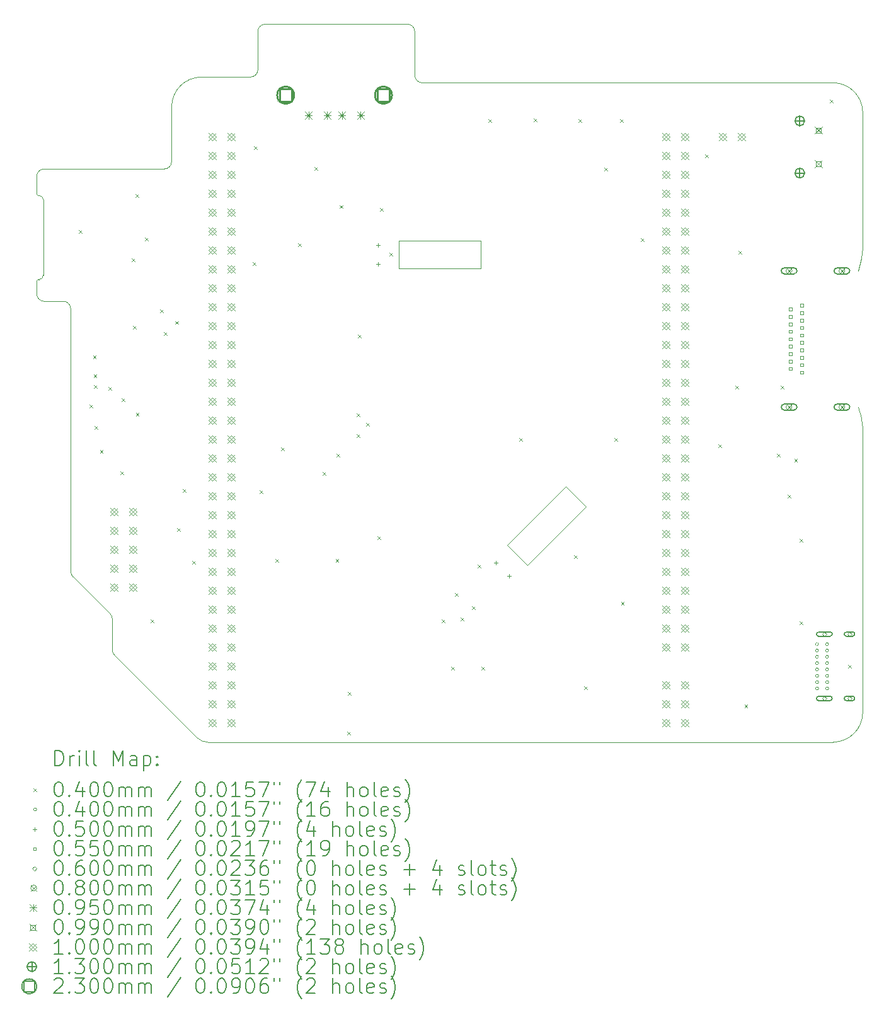
<source format=gbr>
%TF.GenerationSoftware,KiCad,Pcbnew,7.0.1*%
%TF.CreationDate,2023-07-31T18:04:33-07:00*%
%TF.ProjectId,expansionboardA,65787061-6e73-4696-9f6e-626f61726441,3*%
%TF.SameCoordinates,Original*%
%TF.FileFunction,Drillmap*%
%TF.FilePolarity,Positive*%
%FSLAX45Y45*%
G04 Gerber Fmt 4.5, Leading zero omitted, Abs format (unit mm)*
G04 Created by KiCad (PCBNEW 7.0.1) date 2023-07-31 18:04:33*
%MOMM*%
%LPD*%
G01*
G04 APERTURE LIST*
%ADD10C,0.010000*%
%ADD11C,0.200000*%
%ADD12C,0.040000*%
%ADD13C,0.050000*%
%ADD14C,0.055000*%
%ADD15C,0.060000*%
%ADD16C,0.080000*%
%ADD17C,0.095000*%
%ADD18C,0.099000*%
%ADD19C,0.100000*%
%ADD20C,0.130000*%
%ADD21C,0.230000*%
G04 APERTURE END LIST*
D10*
X5281600Y-2803840D02*
G75*
G03*
X5181600Y-2903843I0J-100000D01*
G01*
X4365639Y-12392241D02*
G75*
G03*
X4507072Y-12450829I141431J141411D01*
G01*
X2667000Y-10156577D02*
X2667000Y-6627800D01*
X13309599Y-8214711D02*
G75*
G03*
X13291236Y-8094903I-400019J2D01*
G01*
X2229800Y-6235700D02*
G75*
G03*
X2209800Y-6255700I0J-20000D01*
G01*
X4507072Y-12450829D02*
X12909600Y-12450800D01*
X2567000Y-6527800D02*
X2309800Y-6527800D01*
X3196387Y-10725645D02*
X2696413Y-10227410D01*
X8178800Y-6083300D02*
X7073900Y-6083300D01*
X7073900Y-5715000D01*
X8178800Y-5715000D01*
X8178800Y-6083300D01*
X2209800Y-6427800D02*
G75*
G03*
X2309800Y-6527800I100000J0D01*
G01*
X3225801Y-11210784D02*
G75*
G03*
X3255083Y-11281488I99989J-6D01*
G01*
X13309597Y-3991243D02*
G75*
G03*
X12909600Y-3591243I-399997J3D01*
G01*
X3923043Y-4749803D02*
G75*
G03*
X4023043Y-4649800I-3J100003D01*
G01*
X5081600Y-3515043D02*
X4423043Y-3515043D01*
X3225800Y-11210784D02*
X3225800Y-10796479D01*
X2229800Y-5105400D02*
X2238700Y-5105400D01*
X2209800Y-5085400D02*
G75*
G03*
X2229800Y-5105400I20000J0D01*
G01*
X13309600Y-12050800D02*
X13309600Y-8214711D01*
X7389800Y-3591243D02*
X12909600Y-3591243D01*
X2238700Y-6235700D02*
G75*
G03*
X2298700Y-6175700I0J60000D01*
G01*
X2298700Y-5165400D02*
X2298700Y-6175700D01*
X4365639Y-12392240D02*
X3255083Y-11281488D01*
X4023043Y-3915043D02*
X4023043Y-4649800D01*
X5081600Y-3515040D02*
G75*
G03*
X5181600Y-3415043I0J100000D01*
G01*
X2298700Y-5165400D02*
G75*
G03*
X2238700Y-5105400I-60000J0D01*
G01*
X9588500Y-9283700D02*
X8801100Y-10071100D01*
X8534400Y-9804400D01*
X9321800Y-9017000D01*
X9588500Y-9283700D01*
X3225801Y-10796479D02*
G75*
G03*
X3196387Y-10725645I-100001J-1D01*
G01*
X3923043Y-4749800D02*
X2309800Y-4749800D01*
X4423043Y-3515043D02*
G75*
G03*
X4023043Y-3915043I0J-400000D01*
G01*
X13294218Y-5946654D02*
G75*
G03*
X13309600Y-5836792I-384658J109864D01*
G01*
X12909600Y-12450800D02*
G75*
G03*
X13309600Y-12050800I0J400000D01*
G01*
X7289797Y-3491243D02*
G75*
G03*
X7389800Y-3591243I100003J3D01*
G01*
X5181600Y-2903843D02*
X5181600Y-3415043D01*
X7189800Y-2803843D02*
X5281600Y-2803843D01*
X7289797Y-2903843D02*
G75*
G03*
X7189800Y-2803843I-99997J3D01*
G01*
X2309800Y-4749800D02*
G75*
G03*
X2209800Y-4849800I0J-100000D01*
G01*
X2209800Y-4849800D02*
X2209800Y-5085400D01*
X13309600Y-5836792D02*
X13309600Y-3991243D01*
X13245200Y-6118260D02*
X13294217Y-5946654D01*
X2229800Y-6235700D02*
X2238700Y-6235700D01*
X2209800Y-6255700D02*
X2209800Y-6427800D01*
X13291236Y-8094903D02*
X13245200Y-7948260D01*
X2667000Y-6627800D02*
G75*
G03*
X2567000Y-6527800I-100000J0D01*
G01*
X7289800Y-2903843D02*
X7289800Y-3491243D01*
X2666998Y-10156577D02*
G75*
G03*
X2696413Y-10227410I100012J7D01*
G01*
D11*
D12*
X2774000Y-5568000D02*
X2814000Y-5608000D01*
X2814000Y-5568000D02*
X2774000Y-5608000D01*
X2918780Y-7914960D02*
X2958780Y-7954960D01*
X2958780Y-7914960D02*
X2918780Y-7954960D01*
X2967040Y-7254560D02*
X3007040Y-7294560D01*
X3007040Y-7254560D02*
X2967040Y-7294560D01*
X2974660Y-7511100D02*
X3014660Y-7551100D01*
X3014660Y-7511100D02*
X2974660Y-7551100D01*
X2977200Y-7650800D02*
X3017200Y-7690800D01*
X3017200Y-7650800D02*
X2977200Y-7690800D01*
X2989900Y-8207060D02*
X3029900Y-8247060D01*
X3029900Y-8207060D02*
X2989900Y-8247060D01*
X3059810Y-8524560D02*
X3099810Y-8564560D01*
X3099810Y-8524560D02*
X3059810Y-8564560D01*
X3171374Y-7676200D02*
X3211374Y-7716200D01*
X3211374Y-7676200D02*
X3171374Y-7716200D01*
X3335340Y-8814120D02*
X3375340Y-8854120D01*
X3375340Y-8814120D02*
X3335340Y-8854120D01*
X3350580Y-7831140D02*
X3390580Y-7871140D01*
X3390580Y-7831140D02*
X3350580Y-7871140D01*
X3485200Y-5949000D02*
X3525200Y-5989000D01*
X3525200Y-5949000D02*
X3485200Y-5989000D01*
X3502980Y-6855780D02*
X3542980Y-6895780D01*
X3542980Y-6855780D02*
X3502980Y-6895780D01*
X3536000Y-5085400D02*
X3576000Y-5125400D01*
X3576000Y-5085400D02*
X3536000Y-5125400D01*
X3541250Y-8024745D02*
X3581250Y-8064745D01*
X3581250Y-8024745D02*
X3541250Y-8064745D01*
X3663000Y-5669600D02*
X3703000Y-5709600D01*
X3703000Y-5669600D02*
X3663000Y-5709600D01*
X3739200Y-10800400D02*
X3779200Y-10840400D01*
X3779200Y-10800400D02*
X3739200Y-10840400D01*
X3866200Y-6634800D02*
X3906200Y-6674800D01*
X3906200Y-6634800D02*
X3866200Y-6674800D01*
X3917000Y-6939600D02*
X3957000Y-6979600D01*
X3957000Y-6939600D02*
X3917000Y-6979600D01*
X4071940Y-6794820D02*
X4111940Y-6834820D01*
X4111940Y-6794820D02*
X4071940Y-6834820D01*
X4094800Y-9578660D02*
X4134800Y-9618660D01*
X4134800Y-9578660D02*
X4094800Y-9618660D01*
X4171000Y-9047800D02*
X4211000Y-9087800D01*
X4211000Y-9047800D02*
X4171000Y-9087800D01*
X4300540Y-10018080D02*
X4340540Y-10058080D01*
X4340540Y-10018080D02*
X4300540Y-10058080D01*
X5110800Y-5999800D02*
X5150800Y-6039800D01*
X5150800Y-5999800D02*
X5110800Y-6039800D01*
X5128580Y-4442780D02*
X5168580Y-4482780D01*
X5168580Y-4442780D02*
X5128580Y-4482780D01*
X5204780Y-9068120D02*
X5244780Y-9108120D01*
X5244780Y-9068120D02*
X5204780Y-9108120D01*
X5415600Y-9987600D02*
X5455600Y-10027600D01*
X5455600Y-9987600D02*
X5415600Y-10027600D01*
X5441000Y-3790000D02*
X5481000Y-3830000D01*
X5481000Y-3790000D02*
X5441000Y-3830000D01*
X5491800Y-8489000D02*
X5531800Y-8529000D01*
X5531800Y-8489000D02*
X5491800Y-8529000D01*
X5720400Y-5745800D02*
X5760400Y-5785800D01*
X5760400Y-5745800D02*
X5720400Y-5785800D01*
X5943920Y-4722180D02*
X5983920Y-4762180D01*
X5983920Y-4722180D02*
X5943920Y-4762180D01*
X6050600Y-8819200D02*
X6090600Y-8859200D01*
X6090600Y-8819200D02*
X6050600Y-8859200D01*
X6225860Y-9987600D02*
X6265860Y-10027600D01*
X6265860Y-9987600D02*
X6225860Y-10027600D01*
X6241100Y-8577900D02*
X6281100Y-8617900D01*
X6281100Y-8577900D02*
X6241100Y-8617900D01*
X6283010Y-5236530D02*
X6323010Y-5276530D01*
X6323010Y-5236530D02*
X6283010Y-5276530D01*
X6380800Y-12311700D02*
X6420800Y-12351700D01*
X6420800Y-12311700D02*
X6380800Y-12351700D01*
X6393500Y-11778300D02*
X6433500Y-11818300D01*
X6433500Y-11778300D02*
X6393500Y-11818300D01*
X6507800Y-8031800D02*
X6547800Y-8071800D01*
X6547800Y-8031800D02*
X6507800Y-8071800D01*
X6507800Y-8311200D02*
X6547800Y-8351200D01*
X6547800Y-8311200D02*
X6507800Y-8351200D01*
X6528120Y-6975160D02*
X6568120Y-7015160D01*
X6568120Y-6975160D02*
X6528120Y-7015160D01*
X6634800Y-8161340D02*
X6674800Y-8201340D01*
X6674800Y-8161340D02*
X6634800Y-8201340D01*
X6787200Y-9682800D02*
X6827200Y-9722800D01*
X6827200Y-9682800D02*
X6787200Y-9722800D01*
X6825300Y-5275900D02*
X6865300Y-5315900D01*
X6865300Y-5275900D02*
X6825300Y-5315900D01*
X6952300Y-5872800D02*
X6992300Y-5912800D01*
X6992300Y-5872800D02*
X6952300Y-5912800D01*
X7650800Y-10800400D02*
X7690800Y-10840400D01*
X7690800Y-10800400D02*
X7650800Y-10840400D01*
X7777800Y-11435400D02*
X7817800Y-11475400D01*
X7817800Y-11435400D02*
X7777800Y-11475400D01*
X7828600Y-10444800D02*
X7868600Y-10484800D01*
X7868600Y-10444800D02*
X7828600Y-10484800D01*
X7904800Y-10775000D02*
X7944800Y-10815000D01*
X7944800Y-10775000D02*
X7904800Y-10815000D01*
X8057200Y-10622600D02*
X8097200Y-10662600D01*
X8097200Y-10622600D02*
X8057200Y-10662600D01*
X8133400Y-10063800D02*
X8173400Y-10103800D01*
X8173400Y-10063800D02*
X8133400Y-10103800D01*
X8184200Y-11435400D02*
X8224200Y-11475400D01*
X8224200Y-11435400D02*
X8184200Y-11475400D01*
X8281567Y-4082100D02*
X8321567Y-4122100D01*
X8321567Y-4082100D02*
X8281567Y-4122100D01*
X8692200Y-8362000D02*
X8732200Y-8402000D01*
X8732200Y-8362000D02*
X8692200Y-8402000D01*
X8891167Y-4069400D02*
X8931167Y-4109400D01*
X8931167Y-4069400D02*
X8891167Y-4109400D01*
X9428800Y-9936800D02*
X9468800Y-9976800D01*
X9468800Y-9936800D02*
X9428800Y-9976800D01*
X9488067Y-4082100D02*
X9528067Y-4122100D01*
X9528067Y-4082100D02*
X9488067Y-4122100D01*
X9568500Y-11702100D02*
X9608500Y-11742100D01*
X9608500Y-11702100D02*
X9568500Y-11742100D01*
X9835200Y-4729800D02*
X9875200Y-4769800D01*
X9875200Y-4729800D02*
X9835200Y-4769800D01*
X9974900Y-8362000D02*
X10014900Y-8402000D01*
X10014900Y-8362000D02*
X9974900Y-8402000D01*
X10046867Y-4082100D02*
X10086867Y-4122100D01*
X10086867Y-4082100D02*
X10046867Y-4122100D01*
X10061260Y-10564180D02*
X10101260Y-10604180D01*
X10101260Y-10564180D02*
X10061260Y-10604180D01*
X10330500Y-5682300D02*
X10370500Y-5722300D01*
X10370500Y-5682300D02*
X10330500Y-5722300D01*
X11194100Y-4552000D02*
X11234100Y-4592000D01*
X11234100Y-4552000D02*
X11194100Y-4592000D01*
X11371900Y-8450900D02*
X11411900Y-8490900D01*
X11411900Y-8450900D02*
X11371900Y-8490900D01*
X11600500Y-7663500D02*
X11640500Y-7703500D01*
X11640500Y-7663500D02*
X11600500Y-7703500D01*
X11638600Y-5847400D02*
X11678600Y-5887400D01*
X11678600Y-5847400D02*
X11638600Y-5887400D01*
X11719880Y-11943400D02*
X11759880Y-11983400D01*
X11759880Y-11943400D02*
X11719880Y-11983400D01*
X12159300Y-8577900D02*
X12199300Y-8617900D01*
X12199300Y-8577900D02*
X12159300Y-8617900D01*
X12209000Y-7665000D02*
X12249000Y-7705000D01*
X12249000Y-7665000D02*
X12209000Y-7705000D01*
X12299000Y-9124000D02*
X12339000Y-9164000D01*
X12339000Y-9124000D02*
X12299000Y-9164000D01*
X12390550Y-8641400D02*
X12430550Y-8681400D01*
X12430550Y-8641400D02*
X12390550Y-8681400D01*
X12464100Y-9720900D02*
X12504100Y-9760900D01*
X12504100Y-9720900D02*
X12464100Y-9760900D01*
X12464100Y-10825800D02*
X12504100Y-10865800D01*
X12504100Y-10825800D02*
X12464100Y-10865800D01*
X12870500Y-3815400D02*
X12910500Y-3855400D01*
X12910500Y-3815400D02*
X12870500Y-3855400D01*
X13111800Y-11410700D02*
X13151800Y-11450700D01*
X13151800Y-11410700D02*
X13111800Y-11450700D01*
X12715800Y-11133200D02*
G75*
G03*
X12715800Y-11133200I-20000J0D01*
G01*
X12715800Y-11218200D02*
G75*
G03*
X12715800Y-11218200I-20000J0D01*
G01*
X12715800Y-11303200D02*
G75*
G03*
X12715800Y-11303200I-20000J0D01*
G01*
X12715800Y-11388200D02*
G75*
G03*
X12715800Y-11388200I-20000J0D01*
G01*
X12715800Y-11473200D02*
G75*
G03*
X12715800Y-11473200I-20000J0D01*
G01*
X12715800Y-11558200D02*
G75*
G03*
X12715800Y-11558200I-20000J0D01*
G01*
X12715800Y-11643200D02*
G75*
G03*
X12715800Y-11643200I-20000J0D01*
G01*
X12715800Y-11728200D02*
G75*
G03*
X12715800Y-11728200I-20000J0D01*
G01*
X12850800Y-11133200D02*
G75*
G03*
X12850800Y-11133200I-20000J0D01*
G01*
X12850800Y-11218200D02*
G75*
G03*
X12850800Y-11218200I-20000J0D01*
G01*
X12850800Y-11303200D02*
G75*
G03*
X12850800Y-11303200I-20000J0D01*
G01*
X12850800Y-11388200D02*
G75*
G03*
X12850800Y-11388200I-20000J0D01*
G01*
X12850800Y-11473200D02*
G75*
G03*
X12850800Y-11473200I-20000J0D01*
G01*
X12850800Y-11558200D02*
G75*
G03*
X12850800Y-11558200I-20000J0D01*
G01*
X12850800Y-11643200D02*
G75*
G03*
X12850800Y-11643200I-20000J0D01*
G01*
X12850800Y-11728200D02*
G75*
G03*
X12850800Y-11728200I-20000J0D01*
G01*
D13*
X6797680Y-5748880D02*
X6797680Y-5798880D01*
X6772680Y-5773880D02*
X6822680Y-5773880D01*
X6797680Y-6002880D02*
X6797680Y-6052880D01*
X6772680Y-6027880D02*
X6822680Y-6027880D01*
X8381292Y-10016616D02*
X8381292Y-10066616D01*
X8356292Y-10041616D02*
X8406292Y-10041616D01*
X8560897Y-10196221D02*
X8560897Y-10246221D01*
X8535897Y-10221221D02*
X8585897Y-10221221D01*
D14*
X12356646Y-6652706D02*
X12356646Y-6613814D01*
X12317754Y-6613814D01*
X12317754Y-6652706D01*
X12356646Y-6652706D01*
X12356646Y-6752706D02*
X12356646Y-6713814D01*
X12317754Y-6713814D01*
X12317754Y-6752706D01*
X12356646Y-6752706D01*
X12356646Y-6852706D02*
X12356646Y-6813814D01*
X12317754Y-6813814D01*
X12317754Y-6852706D01*
X12356646Y-6852706D01*
X12356646Y-6952706D02*
X12356646Y-6913814D01*
X12317754Y-6913814D01*
X12317754Y-6952706D01*
X12356646Y-6952706D01*
X12356646Y-7052706D02*
X12356646Y-7013814D01*
X12317754Y-7013814D01*
X12317754Y-7052706D01*
X12356646Y-7052706D01*
X12356646Y-7152706D02*
X12356646Y-7113814D01*
X12317754Y-7113814D01*
X12317754Y-7152706D01*
X12356646Y-7152706D01*
X12356646Y-7252706D02*
X12356646Y-7213814D01*
X12317754Y-7213814D01*
X12317754Y-7252706D01*
X12356646Y-7252706D01*
X12356646Y-7352706D02*
X12356646Y-7313814D01*
X12317754Y-7313814D01*
X12317754Y-7352706D01*
X12356646Y-7352706D01*
X12356646Y-7452706D02*
X12356646Y-7413814D01*
X12317754Y-7413814D01*
X12317754Y-7452706D01*
X12356646Y-7452706D01*
X12511646Y-6602706D02*
X12511646Y-6563814D01*
X12472754Y-6563814D01*
X12472754Y-6602706D01*
X12511646Y-6602706D01*
X12511646Y-6702706D02*
X12511646Y-6663814D01*
X12472754Y-6663814D01*
X12472754Y-6702706D01*
X12511646Y-6702706D01*
X12511646Y-6802706D02*
X12511646Y-6763814D01*
X12472754Y-6763814D01*
X12472754Y-6802706D01*
X12511646Y-6802706D01*
X12511646Y-6902706D02*
X12511646Y-6863814D01*
X12472754Y-6863814D01*
X12472754Y-6902706D01*
X12511646Y-6902706D01*
X12511646Y-7002706D02*
X12511646Y-6963814D01*
X12472754Y-6963814D01*
X12472754Y-7002706D01*
X12511646Y-7002706D01*
X12511646Y-7102706D02*
X12511646Y-7063814D01*
X12472754Y-7063814D01*
X12472754Y-7102706D01*
X12511646Y-7102706D01*
X12511646Y-7202706D02*
X12511646Y-7163814D01*
X12472754Y-7163814D01*
X12472754Y-7202706D01*
X12511646Y-7202706D01*
X12511646Y-7302706D02*
X12511646Y-7263814D01*
X12472754Y-7263814D01*
X12472754Y-7302706D01*
X12511646Y-7302706D01*
X12511646Y-7402706D02*
X12511646Y-7363814D01*
X12472754Y-7363814D01*
X12472754Y-7402706D01*
X12511646Y-7402706D01*
X12511646Y-7502706D02*
X12511646Y-7463814D01*
X12472754Y-7463814D01*
X12472754Y-7502706D01*
X12511646Y-7502706D01*
D15*
X12793800Y-11028200D02*
X12823800Y-10998200D01*
X12793800Y-10968200D01*
X12763800Y-10998200D01*
X12793800Y-11028200D01*
D11*
X12868800Y-10968200D02*
X12718800Y-10968200D01*
X12718800Y-10968200D02*
G75*
G03*
X12718800Y-11028200I0J-30000D01*
G01*
X12718800Y-11028200D02*
X12868800Y-11028200D01*
X12868800Y-11028200D02*
G75*
G03*
X12868800Y-10968200I0J30000D01*
G01*
D15*
X12793800Y-11893200D02*
X12823800Y-11863200D01*
X12793800Y-11833200D01*
X12763800Y-11863200D01*
X12793800Y-11893200D01*
D11*
X12868800Y-11833200D02*
X12718800Y-11833200D01*
X12718800Y-11833200D02*
G75*
G03*
X12718800Y-11893200I0J-30000D01*
G01*
X12718800Y-11893200D02*
X12868800Y-11893200D01*
X12868800Y-11893200D02*
G75*
G03*
X12868800Y-11833200I0J30000D01*
G01*
D15*
X13131800Y-11028200D02*
X13161800Y-10998200D01*
X13131800Y-10968200D01*
X13101800Y-10998200D01*
X13131800Y-11028200D01*
D11*
X13171800Y-10968200D02*
X13091800Y-10968200D01*
X13091800Y-10968200D02*
G75*
G03*
X13091800Y-11028200I0J-30000D01*
G01*
X13091800Y-11028200D02*
X13171800Y-11028200D01*
X13171800Y-11028200D02*
G75*
G03*
X13171800Y-10968200I0J30000D01*
G01*
D15*
X13131800Y-11893200D02*
X13161800Y-11863200D01*
X13131800Y-11833200D01*
X13101800Y-11863200D01*
X13131800Y-11893200D01*
D11*
X13171800Y-11833200D02*
X13091800Y-11833200D01*
X13091800Y-11833200D02*
G75*
G03*
X13091800Y-11893200I0J-30000D01*
G01*
X13091800Y-11893200D02*
X13171800Y-11893200D01*
X13171800Y-11893200D02*
G75*
G03*
X13171800Y-11833200I0J30000D01*
G01*
D16*
X12280200Y-6078260D02*
X12360200Y-6158260D01*
X12360200Y-6078260D02*
X12280200Y-6158260D01*
X12360200Y-6118260D02*
G75*
G03*
X12360200Y-6118260I-40000J0D01*
G01*
D11*
X12385200Y-6078260D02*
X12255200Y-6078260D01*
X12255200Y-6078260D02*
G75*
G03*
X12255200Y-6158260I0J-40000D01*
G01*
X12255200Y-6158260D02*
X12385200Y-6158260D01*
X12385200Y-6158260D02*
G75*
G03*
X12385200Y-6078260I0J40000D01*
G01*
D16*
X12280200Y-7908260D02*
X12360200Y-7988260D01*
X12360200Y-7908260D02*
X12280200Y-7988260D01*
X12360200Y-7948260D02*
G75*
G03*
X12360200Y-7948260I-40000J0D01*
G01*
D11*
X12385200Y-7908260D02*
X12255200Y-7908260D01*
X12255200Y-7908260D02*
G75*
G03*
X12255200Y-7988260I0J-40000D01*
G01*
X12255200Y-7988260D02*
X12385200Y-7988260D01*
X12385200Y-7988260D02*
G75*
G03*
X12385200Y-7908260I0J40000D01*
G01*
D16*
X12990200Y-6078260D02*
X13070200Y-6158260D01*
X13070200Y-6078260D02*
X12990200Y-6158260D01*
X13070200Y-6118260D02*
G75*
G03*
X13070200Y-6118260I-40000J0D01*
G01*
D11*
X13095200Y-6078260D02*
X12965200Y-6078260D01*
X12965200Y-6078260D02*
G75*
G03*
X12965200Y-6158260I0J-40000D01*
G01*
X12965200Y-6158260D02*
X13095200Y-6158260D01*
X13095200Y-6158260D02*
G75*
G03*
X13095200Y-6078260I0J40000D01*
G01*
D16*
X12990200Y-7908260D02*
X13070200Y-7988260D01*
X13070200Y-7908260D02*
X12990200Y-7988260D01*
X13070200Y-7948260D02*
G75*
G03*
X13070200Y-7948260I-40000J0D01*
G01*
D11*
X13095200Y-7908260D02*
X12965200Y-7908260D01*
X12965200Y-7908260D02*
G75*
G03*
X12965200Y-7988260I0J-40000D01*
G01*
X12965200Y-7988260D02*
X13095200Y-7988260D01*
X13095200Y-7988260D02*
G75*
G03*
X13095200Y-7908260I0J40000D01*
G01*
D17*
X5814480Y-3981000D02*
X5909480Y-4076000D01*
X5909480Y-3981000D02*
X5814480Y-4076000D01*
X5861980Y-3981000D02*
X5861980Y-4076000D01*
X5814480Y-4028500D02*
X5909480Y-4028500D01*
X6064480Y-3981000D02*
X6159480Y-4076000D01*
X6159480Y-3981000D02*
X6064480Y-4076000D01*
X6111980Y-3981000D02*
X6111980Y-4076000D01*
X6064480Y-4028500D02*
X6159480Y-4028500D01*
X6264480Y-3981000D02*
X6359480Y-4076000D01*
X6359480Y-3981000D02*
X6264480Y-4076000D01*
X6311980Y-3981000D02*
X6311980Y-4076000D01*
X6264480Y-4028500D02*
X6359480Y-4028500D01*
X6514480Y-3981000D02*
X6609480Y-4076000D01*
X6609480Y-3981000D02*
X6514480Y-4076000D01*
X6561980Y-3981000D02*
X6561980Y-4076000D01*
X6514480Y-4028500D02*
X6609480Y-4028500D01*
D18*
X12663200Y-4179600D02*
X12762200Y-4278600D01*
X12762200Y-4179600D02*
X12663200Y-4278600D01*
X12747702Y-4264102D02*
X12747702Y-4194098D01*
X12677698Y-4194098D01*
X12677698Y-4264102D01*
X12747702Y-4264102D01*
X12663200Y-4629600D02*
X12762200Y-4728600D01*
X12762200Y-4629600D02*
X12663200Y-4728600D01*
X12747702Y-4714102D02*
X12747702Y-4644098D01*
X12677698Y-4644098D01*
X12677698Y-4714102D01*
X12747702Y-4714102D01*
D19*
X3201200Y-9306600D02*
X3301200Y-9406600D01*
X3301200Y-9306600D02*
X3201200Y-9406600D01*
X3251200Y-9406600D02*
X3301200Y-9356600D01*
X3251200Y-9306600D01*
X3201200Y-9356600D01*
X3251200Y-9406600D01*
X3201200Y-9560600D02*
X3301200Y-9660600D01*
X3301200Y-9560600D02*
X3201200Y-9660600D01*
X3251200Y-9660600D02*
X3301200Y-9610600D01*
X3251200Y-9560600D01*
X3201200Y-9610600D01*
X3251200Y-9660600D01*
X3201200Y-9814600D02*
X3301200Y-9914600D01*
X3301200Y-9814600D02*
X3201200Y-9914600D01*
X3251200Y-9914600D02*
X3301200Y-9864600D01*
X3251200Y-9814600D01*
X3201200Y-9864600D01*
X3251200Y-9914600D01*
X3201200Y-10068600D02*
X3301200Y-10168600D01*
X3301200Y-10068600D02*
X3201200Y-10168600D01*
X3251200Y-10168600D02*
X3301200Y-10118600D01*
X3251200Y-10068600D01*
X3201200Y-10118600D01*
X3251200Y-10168600D01*
X3201200Y-10322600D02*
X3301200Y-10422600D01*
X3301200Y-10322600D02*
X3201200Y-10422600D01*
X3251200Y-10422600D02*
X3301200Y-10372600D01*
X3251200Y-10322600D01*
X3201200Y-10372600D01*
X3251200Y-10422600D01*
X3455200Y-9306600D02*
X3555200Y-9406600D01*
X3555200Y-9306600D02*
X3455200Y-9406600D01*
X3505200Y-9406600D02*
X3555200Y-9356600D01*
X3505200Y-9306600D01*
X3455200Y-9356600D01*
X3505200Y-9406600D01*
X3455200Y-9560600D02*
X3555200Y-9660600D01*
X3555200Y-9560600D02*
X3455200Y-9660600D01*
X3505200Y-9660600D02*
X3555200Y-9610600D01*
X3505200Y-9560600D01*
X3455200Y-9610600D01*
X3505200Y-9660600D01*
X3455200Y-9814600D02*
X3555200Y-9914600D01*
X3555200Y-9814600D02*
X3455200Y-9914600D01*
X3505200Y-9914600D02*
X3555200Y-9864600D01*
X3505200Y-9814600D01*
X3455200Y-9864600D01*
X3505200Y-9914600D01*
X3455200Y-10068600D02*
X3555200Y-10168600D01*
X3555200Y-10068600D02*
X3455200Y-10168600D01*
X3505200Y-10168600D02*
X3555200Y-10118600D01*
X3505200Y-10068600D01*
X3455200Y-10118600D01*
X3505200Y-10168600D01*
X3455200Y-10322600D02*
X3555200Y-10422600D01*
X3555200Y-10322600D02*
X3455200Y-10422600D01*
X3505200Y-10422600D02*
X3555200Y-10372600D01*
X3505200Y-10322600D01*
X3455200Y-10372600D01*
X3505200Y-10422600D01*
X4518000Y-4268000D02*
X4618000Y-4368000D01*
X4618000Y-4268000D02*
X4518000Y-4368000D01*
X4568000Y-4368000D02*
X4618000Y-4318000D01*
X4568000Y-4268000D01*
X4518000Y-4318000D01*
X4568000Y-4368000D01*
X4518000Y-4522000D02*
X4618000Y-4622000D01*
X4618000Y-4522000D02*
X4518000Y-4622000D01*
X4568000Y-4622000D02*
X4618000Y-4572000D01*
X4568000Y-4522000D01*
X4518000Y-4572000D01*
X4568000Y-4622000D01*
X4518000Y-4776000D02*
X4618000Y-4876000D01*
X4618000Y-4776000D02*
X4518000Y-4876000D01*
X4568000Y-4876000D02*
X4618000Y-4826000D01*
X4568000Y-4776000D01*
X4518000Y-4826000D01*
X4568000Y-4876000D01*
X4518000Y-5030000D02*
X4618000Y-5130000D01*
X4618000Y-5030000D02*
X4518000Y-5130000D01*
X4568000Y-5130000D02*
X4618000Y-5080000D01*
X4568000Y-5030000D01*
X4518000Y-5080000D01*
X4568000Y-5130000D01*
X4518000Y-5284000D02*
X4618000Y-5384000D01*
X4618000Y-5284000D02*
X4518000Y-5384000D01*
X4568000Y-5384000D02*
X4618000Y-5334000D01*
X4568000Y-5284000D01*
X4518000Y-5334000D01*
X4568000Y-5384000D01*
X4518000Y-5538000D02*
X4618000Y-5638000D01*
X4618000Y-5538000D02*
X4518000Y-5638000D01*
X4568000Y-5638000D02*
X4618000Y-5588000D01*
X4568000Y-5538000D01*
X4518000Y-5588000D01*
X4568000Y-5638000D01*
X4518000Y-5792000D02*
X4618000Y-5892000D01*
X4618000Y-5792000D02*
X4518000Y-5892000D01*
X4568000Y-5892000D02*
X4618000Y-5842000D01*
X4568000Y-5792000D01*
X4518000Y-5842000D01*
X4568000Y-5892000D01*
X4518000Y-6046000D02*
X4618000Y-6146000D01*
X4618000Y-6046000D02*
X4518000Y-6146000D01*
X4568000Y-6146000D02*
X4618000Y-6096000D01*
X4568000Y-6046000D01*
X4518000Y-6096000D01*
X4568000Y-6146000D01*
X4518000Y-6300000D02*
X4618000Y-6400000D01*
X4618000Y-6300000D02*
X4518000Y-6400000D01*
X4568000Y-6400000D02*
X4618000Y-6350000D01*
X4568000Y-6300000D01*
X4518000Y-6350000D01*
X4568000Y-6400000D01*
X4518000Y-6554000D02*
X4618000Y-6654000D01*
X4618000Y-6554000D02*
X4518000Y-6654000D01*
X4568000Y-6654000D02*
X4618000Y-6604000D01*
X4568000Y-6554000D01*
X4518000Y-6604000D01*
X4568000Y-6654000D01*
X4518000Y-6808000D02*
X4618000Y-6908000D01*
X4618000Y-6808000D02*
X4518000Y-6908000D01*
X4568000Y-6908000D02*
X4618000Y-6858000D01*
X4568000Y-6808000D01*
X4518000Y-6858000D01*
X4568000Y-6908000D01*
X4518000Y-7062000D02*
X4618000Y-7162000D01*
X4618000Y-7062000D02*
X4518000Y-7162000D01*
X4568000Y-7162000D02*
X4618000Y-7112000D01*
X4568000Y-7062000D01*
X4518000Y-7112000D01*
X4568000Y-7162000D01*
X4518000Y-7316000D02*
X4618000Y-7416000D01*
X4618000Y-7316000D02*
X4518000Y-7416000D01*
X4568000Y-7416000D02*
X4618000Y-7366000D01*
X4568000Y-7316000D01*
X4518000Y-7366000D01*
X4568000Y-7416000D01*
X4518000Y-7570000D02*
X4618000Y-7670000D01*
X4618000Y-7570000D02*
X4518000Y-7670000D01*
X4568000Y-7670000D02*
X4618000Y-7620000D01*
X4568000Y-7570000D01*
X4518000Y-7620000D01*
X4568000Y-7670000D01*
X4518000Y-7824000D02*
X4618000Y-7924000D01*
X4618000Y-7824000D02*
X4518000Y-7924000D01*
X4568000Y-7924000D02*
X4618000Y-7874000D01*
X4568000Y-7824000D01*
X4518000Y-7874000D01*
X4568000Y-7924000D01*
X4518000Y-8078000D02*
X4618000Y-8178000D01*
X4618000Y-8078000D02*
X4518000Y-8178000D01*
X4568000Y-8178000D02*
X4618000Y-8128000D01*
X4568000Y-8078000D01*
X4518000Y-8128000D01*
X4568000Y-8178000D01*
X4518000Y-8332000D02*
X4618000Y-8432000D01*
X4618000Y-8332000D02*
X4518000Y-8432000D01*
X4568000Y-8432000D02*
X4618000Y-8382000D01*
X4568000Y-8332000D01*
X4518000Y-8382000D01*
X4568000Y-8432000D01*
X4518000Y-8586000D02*
X4618000Y-8686000D01*
X4618000Y-8586000D02*
X4518000Y-8686000D01*
X4568000Y-8686000D02*
X4618000Y-8636000D01*
X4568000Y-8586000D01*
X4518000Y-8636000D01*
X4568000Y-8686000D01*
X4518000Y-8840000D02*
X4618000Y-8940000D01*
X4618000Y-8840000D02*
X4518000Y-8940000D01*
X4568000Y-8940000D02*
X4618000Y-8890000D01*
X4568000Y-8840000D01*
X4518000Y-8890000D01*
X4568000Y-8940000D01*
X4518000Y-9094000D02*
X4618000Y-9194000D01*
X4618000Y-9094000D02*
X4518000Y-9194000D01*
X4568000Y-9194000D02*
X4618000Y-9144000D01*
X4568000Y-9094000D01*
X4518000Y-9144000D01*
X4568000Y-9194000D01*
X4518000Y-9348000D02*
X4618000Y-9448000D01*
X4618000Y-9348000D02*
X4518000Y-9448000D01*
X4568000Y-9448000D02*
X4618000Y-9398000D01*
X4568000Y-9348000D01*
X4518000Y-9398000D01*
X4568000Y-9448000D01*
X4518000Y-9602000D02*
X4618000Y-9702000D01*
X4618000Y-9602000D02*
X4518000Y-9702000D01*
X4568000Y-9702000D02*
X4618000Y-9652000D01*
X4568000Y-9602000D01*
X4518000Y-9652000D01*
X4568000Y-9702000D01*
X4518000Y-9856000D02*
X4618000Y-9956000D01*
X4618000Y-9856000D02*
X4518000Y-9956000D01*
X4568000Y-9956000D02*
X4618000Y-9906000D01*
X4568000Y-9856000D01*
X4518000Y-9906000D01*
X4568000Y-9956000D01*
X4518000Y-10110000D02*
X4618000Y-10210000D01*
X4618000Y-10110000D02*
X4518000Y-10210000D01*
X4568000Y-10210000D02*
X4618000Y-10160000D01*
X4568000Y-10110000D01*
X4518000Y-10160000D01*
X4568000Y-10210000D01*
X4518000Y-10364000D02*
X4618000Y-10464000D01*
X4618000Y-10364000D02*
X4518000Y-10464000D01*
X4568000Y-10464000D02*
X4618000Y-10414000D01*
X4568000Y-10364000D01*
X4518000Y-10414000D01*
X4568000Y-10464000D01*
X4518000Y-10618000D02*
X4618000Y-10718000D01*
X4618000Y-10618000D02*
X4518000Y-10718000D01*
X4568000Y-10718000D02*
X4618000Y-10668000D01*
X4568000Y-10618000D01*
X4518000Y-10668000D01*
X4568000Y-10718000D01*
X4518000Y-10872000D02*
X4618000Y-10972000D01*
X4618000Y-10872000D02*
X4518000Y-10972000D01*
X4568000Y-10972000D02*
X4618000Y-10922000D01*
X4568000Y-10872000D01*
X4518000Y-10922000D01*
X4568000Y-10972000D01*
X4518000Y-11126000D02*
X4618000Y-11226000D01*
X4618000Y-11126000D02*
X4518000Y-11226000D01*
X4568000Y-11226000D02*
X4618000Y-11176000D01*
X4568000Y-11126000D01*
X4518000Y-11176000D01*
X4568000Y-11226000D01*
X4518000Y-11380000D02*
X4618000Y-11480000D01*
X4618000Y-11380000D02*
X4518000Y-11480000D01*
X4568000Y-11480000D02*
X4618000Y-11430000D01*
X4568000Y-11380000D01*
X4518000Y-11430000D01*
X4568000Y-11480000D01*
X4518000Y-11634000D02*
X4618000Y-11734000D01*
X4618000Y-11634000D02*
X4518000Y-11734000D01*
X4568000Y-11734000D02*
X4618000Y-11684000D01*
X4568000Y-11634000D01*
X4518000Y-11684000D01*
X4568000Y-11734000D01*
X4518000Y-11888000D02*
X4618000Y-11988000D01*
X4618000Y-11888000D02*
X4518000Y-11988000D01*
X4568000Y-11988000D02*
X4618000Y-11938000D01*
X4568000Y-11888000D01*
X4518000Y-11938000D01*
X4568000Y-11988000D01*
X4518000Y-12142000D02*
X4618000Y-12242000D01*
X4618000Y-12142000D02*
X4518000Y-12242000D01*
X4568000Y-12242000D02*
X4618000Y-12192000D01*
X4568000Y-12142000D01*
X4518000Y-12192000D01*
X4568000Y-12242000D01*
X4772000Y-4268000D02*
X4872000Y-4368000D01*
X4872000Y-4268000D02*
X4772000Y-4368000D01*
X4822000Y-4368000D02*
X4872000Y-4318000D01*
X4822000Y-4268000D01*
X4772000Y-4318000D01*
X4822000Y-4368000D01*
X4772000Y-4522000D02*
X4872000Y-4622000D01*
X4872000Y-4522000D02*
X4772000Y-4622000D01*
X4822000Y-4622000D02*
X4872000Y-4572000D01*
X4822000Y-4522000D01*
X4772000Y-4572000D01*
X4822000Y-4622000D01*
X4772000Y-4776000D02*
X4872000Y-4876000D01*
X4872000Y-4776000D02*
X4772000Y-4876000D01*
X4822000Y-4876000D02*
X4872000Y-4826000D01*
X4822000Y-4776000D01*
X4772000Y-4826000D01*
X4822000Y-4876000D01*
X4772000Y-5030000D02*
X4872000Y-5130000D01*
X4872000Y-5030000D02*
X4772000Y-5130000D01*
X4822000Y-5130000D02*
X4872000Y-5080000D01*
X4822000Y-5030000D01*
X4772000Y-5080000D01*
X4822000Y-5130000D01*
X4772000Y-5284000D02*
X4872000Y-5384000D01*
X4872000Y-5284000D02*
X4772000Y-5384000D01*
X4822000Y-5384000D02*
X4872000Y-5334000D01*
X4822000Y-5284000D01*
X4772000Y-5334000D01*
X4822000Y-5384000D01*
X4772000Y-5538000D02*
X4872000Y-5638000D01*
X4872000Y-5538000D02*
X4772000Y-5638000D01*
X4822000Y-5638000D02*
X4872000Y-5588000D01*
X4822000Y-5538000D01*
X4772000Y-5588000D01*
X4822000Y-5638000D01*
X4772000Y-5792000D02*
X4872000Y-5892000D01*
X4872000Y-5792000D02*
X4772000Y-5892000D01*
X4822000Y-5892000D02*
X4872000Y-5842000D01*
X4822000Y-5792000D01*
X4772000Y-5842000D01*
X4822000Y-5892000D01*
X4772000Y-6046000D02*
X4872000Y-6146000D01*
X4872000Y-6046000D02*
X4772000Y-6146000D01*
X4822000Y-6146000D02*
X4872000Y-6096000D01*
X4822000Y-6046000D01*
X4772000Y-6096000D01*
X4822000Y-6146000D01*
X4772000Y-6300000D02*
X4872000Y-6400000D01*
X4872000Y-6300000D02*
X4772000Y-6400000D01*
X4822000Y-6400000D02*
X4872000Y-6350000D01*
X4822000Y-6300000D01*
X4772000Y-6350000D01*
X4822000Y-6400000D01*
X4772000Y-6554000D02*
X4872000Y-6654000D01*
X4872000Y-6554000D02*
X4772000Y-6654000D01*
X4822000Y-6654000D02*
X4872000Y-6604000D01*
X4822000Y-6554000D01*
X4772000Y-6604000D01*
X4822000Y-6654000D01*
X4772000Y-6808000D02*
X4872000Y-6908000D01*
X4872000Y-6808000D02*
X4772000Y-6908000D01*
X4822000Y-6908000D02*
X4872000Y-6858000D01*
X4822000Y-6808000D01*
X4772000Y-6858000D01*
X4822000Y-6908000D01*
X4772000Y-7062000D02*
X4872000Y-7162000D01*
X4872000Y-7062000D02*
X4772000Y-7162000D01*
X4822000Y-7162000D02*
X4872000Y-7112000D01*
X4822000Y-7062000D01*
X4772000Y-7112000D01*
X4822000Y-7162000D01*
X4772000Y-7316000D02*
X4872000Y-7416000D01*
X4872000Y-7316000D02*
X4772000Y-7416000D01*
X4822000Y-7416000D02*
X4872000Y-7366000D01*
X4822000Y-7316000D01*
X4772000Y-7366000D01*
X4822000Y-7416000D01*
X4772000Y-7570000D02*
X4872000Y-7670000D01*
X4872000Y-7570000D02*
X4772000Y-7670000D01*
X4822000Y-7670000D02*
X4872000Y-7620000D01*
X4822000Y-7570000D01*
X4772000Y-7620000D01*
X4822000Y-7670000D01*
X4772000Y-7824000D02*
X4872000Y-7924000D01*
X4872000Y-7824000D02*
X4772000Y-7924000D01*
X4822000Y-7924000D02*
X4872000Y-7874000D01*
X4822000Y-7824000D01*
X4772000Y-7874000D01*
X4822000Y-7924000D01*
X4772000Y-8078000D02*
X4872000Y-8178000D01*
X4872000Y-8078000D02*
X4772000Y-8178000D01*
X4822000Y-8178000D02*
X4872000Y-8128000D01*
X4822000Y-8078000D01*
X4772000Y-8128000D01*
X4822000Y-8178000D01*
X4772000Y-8332000D02*
X4872000Y-8432000D01*
X4872000Y-8332000D02*
X4772000Y-8432000D01*
X4822000Y-8432000D02*
X4872000Y-8382000D01*
X4822000Y-8332000D01*
X4772000Y-8382000D01*
X4822000Y-8432000D01*
X4772000Y-8586000D02*
X4872000Y-8686000D01*
X4872000Y-8586000D02*
X4772000Y-8686000D01*
X4822000Y-8686000D02*
X4872000Y-8636000D01*
X4822000Y-8586000D01*
X4772000Y-8636000D01*
X4822000Y-8686000D01*
X4772000Y-8840000D02*
X4872000Y-8940000D01*
X4872000Y-8840000D02*
X4772000Y-8940000D01*
X4822000Y-8940000D02*
X4872000Y-8890000D01*
X4822000Y-8840000D01*
X4772000Y-8890000D01*
X4822000Y-8940000D01*
X4772000Y-9094000D02*
X4872000Y-9194000D01*
X4872000Y-9094000D02*
X4772000Y-9194000D01*
X4822000Y-9194000D02*
X4872000Y-9144000D01*
X4822000Y-9094000D01*
X4772000Y-9144000D01*
X4822000Y-9194000D01*
X4772000Y-9348000D02*
X4872000Y-9448000D01*
X4872000Y-9348000D02*
X4772000Y-9448000D01*
X4822000Y-9448000D02*
X4872000Y-9398000D01*
X4822000Y-9348000D01*
X4772000Y-9398000D01*
X4822000Y-9448000D01*
X4772000Y-9602000D02*
X4872000Y-9702000D01*
X4872000Y-9602000D02*
X4772000Y-9702000D01*
X4822000Y-9702000D02*
X4872000Y-9652000D01*
X4822000Y-9602000D01*
X4772000Y-9652000D01*
X4822000Y-9702000D01*
X4772000Y-9856000D02*
X4872000Y-9956000D01*
X4872000Y-9856000D02*
X4772000Y-9956000D01*
X4822000Y-9956000D02*
X4872000Y-9906000D01*
X4822000Y-9856000D01*
X4772000Y-9906000D01*
X4822000Y-9956000D01*
X4772000Y-10110000D02*
X4872000Y-10210000D01*
X4872000Y-10110000D02*
X4772000Y-10210000D01*
X4822000Y-10210000D02*
X4872000Y-10160000D01*
X4822000Y-10110000D01*
X4772000Y-10160000D01*
X4822000Y-10210000D01*
X4772000Y-10364000D02*
X4872000Y-10464000D01*
X4872000Y-10364000D02*
X4772000Y-10464000D01*
X4822000Y-10464000D02*
X4872000Y-10414000D01*
X4822000Y-10364000D01*
X4772000Y-10414000D01*
X4822000Y-10464000D01*
X4772000Y-10618000D02*
X4872000Y-10718000D01*
X4872000Y-10618000D02*
X4772000Y-10718000D01*
X4822000Y-10718000D02*
X4872000Y-10668000D01*
X4822000Y-10618000D01*
X4772000Y-10668000D01*
X4822000Y-10718000D01*
X4772000Y-10872000D02*
X4872000Y-10972000D01*
X4872000Y-10872000D02*
X4772000Y-10972000D01*
X4822000Y-10972000D02*
X4872000Y-10922000D01*
X4822000Y-10872000D01*
X4772000Y-10922000D01*
X4822000Y-10972000D01*
X4772000Y-11126000D02*
X4872000Y-11226000D01*
X4872000Y-11126000D02*
X4772000Y-11226000D01*
X4822000Y-11226000D02*
X4872000Y-11176000D01*
X4822000Y-11126000D01*
X4772000Y-11176000D01*
X4822000Y-11226000D01*
X4772000Y-11380000D02*
X4872000Y-11480000D01*
X4872000Y-11380000D02*
X4772000Y-11480000D01*
X4822000Y-11480000D02*
X4872000Y-11430000D01*
X4822000Y-11380000D01*
X4772000Y-11430000D01*
X4822000Y-11480000D01*
X4772000Y-11634000D02*
X4872000Y-11734000D01*
X4872000Y-11634000D02*
X4772000Y-11734000D01*
X4822000Y-11734000D02*
X4872000Y-11684000D01*
X4822000Y-11634000D01*
X4772000Y-11684000D01*
X4822000Y-11734000D01*
X4772000Y-11888000D02*
X4872000Y-11988000D01*
X4872000Y-11888000D02*
X4772000Y-11988000D01*
X4822000Y-11988000D02*
X4872000Y-11938000D01*
X4822000Y-11888000D01*
X4772000Y-11938000D01*
X4822000Y-11988000D01*
X4772000Y-12142000D02*
X4872000Y-12242000D01*
X4872000Y-12142000D02*
X4772000Y-12242000D01*
X4822000Y-12242000D02*
X4872000Y-12192000D01*
X4822000Y-12142000D01*
X4772000Y-12192000D01*
X4822000Y-12242000D01*
X10618000Y-4268000D02*
X10718000Y-4368000D01*
X10718000Y-4268000D02*
X10618000Y-4368000D01*
X10668000Y-4368000D02*
X10718000Y-4318000D01*
X10668000Y-4268000D01*
X10618000Y-4318000D01*
X10668000Y-4368000D01*
X10618000Y-4522000D02*
X10718000Y-4622000D01*
X10718000Y-4522000D02*
X10618000Y-4622000D01*
X10668000Y-4622000D02*
X10718000Y-4572000D01*
X10668000Y-4522000D01*
X10618000Y-4572000D01*
X10668000Y-4622000D01*
X10618000Y-4776000D02*
X10718000Y-4876000D01*
X10718000Y-4776000D02*
X10618000Y-4876000D01*
X10668000Y-4876000D02*
X10718000Y-4826000D01*
X10668000Y-4776000D01*
X10618000Y-4826000D01*
X10668000Y-4876000D01*
X10618000Y-5030000D02*
X10718000Y-5130000D01*
X10718000Y-5030000D02*
X10618000Y-5130000D01*
X10668000Y-5130000D02*
X10718000Y-5080000D01*
X10668000Y-5030000D01*
X10618000Y-5080000D01*
X10668000Y-5130000D01*
X10618000Y-5284000D02*
X10718000Y-5384000D01*
X10718000Y-5284000D02*
X10618000Y-5384000D01*
X10668000Y-5384000D02*
X10718000Y-5334000D01*
X10668000Y-5284000D01*
X10618000Y-5334000D01*
X10668000Y-5384000D01*
X10618000Y-5538000D02*
X10718000Y-5638000D01*
X10718000Y-5538000D02*
X10618000Y-5638000D01*
X10668000Y-5638000D02*
X10718000Y-5588000D01*
X10668000Y-5538000D01*
X10618000Y-5588000D01*
X10668000Y-5638000D01*
X10618000Y-5792000D02*
X10718000Y-5892000D01*
X10718000Y-5792000D02*
X10618000Y-5892000D01*
X10668000Y-5892000D02*
X10718000Y-5842000D01*
X10668000Y-5792000D01*
X10618000Y-5842000D01*
X10668000Y-5892000D01*
X10618000Y-6046000D02*
X10718000Y-6146000D01*
X10718000Y-6046000D02*
X10618000Y-6146000D01*
X10668000Y-6146000D02*
X10718000Y-6096000D01*
X10668000Y-6046000D01*
X10618000Y-6096000D01*
X10668000Y-6146000D01*
X10618000Y-6300000D02*
X10718000Y-6400000D01*
X10718000Y-6300000D02*
X10618000Y-6400000D01*
X10668000Y-6400000D02*
X10718000Y-6350000D01*
X10668000Y-6300000D01*
X10618000Y-6350000D01*
X10668000Y-6400000D01*
X10618000Y-6554000D02*
X10718000Y-6654000D01*
X10718000Y-6554000D02*
X10618000Y-6654000D01*
X10668000Y-6654000D02*
X10718000Y-6604000D01*
X10668000Y-6554000D01*
X10618000Y-6604000D01*
X10668000Y-6654000D01*
X10618000Y-6808000D02*
X10718000Y-6908000D01*
X10718000Y-6808000D02*
X10618000Y-6908000D01*
X10668000Y-6908000D02*
X10718000Y-6858000D01*
X10668000Y-6808000D01*
X10618000Y-6858000D01*
X10668000Y-6908000D01*
X10618000Y-7062000D02*
X10718000Y-7162000D01*
X10718000Y-7062000D02*
X10618000Y-7162000D01*
X10668000Y-7162000D02*
X10718000Y-7112000D01*
X10668000Y-7062000D01*
X10618000Y-7112000D01*
X10668000Y-7162000D01*
X10618000Y-7316000D02*
X10718000Y-7416000D01*
X10718000Y-7316000D02*
X10618000Y-7416000D01*
X10668000Y-7416000D02*
X10718000Y-7366000D01*
X10668000Y-7316000D01*
X10618000Y-7366000D01*
X10668000Y-7416000D01*
X10618000Y-7570000D02*
X10718000Y-7670000D01*
X10718000Y-7570000D02*
X10618000Y-7670000D01*
X10668000Y-7670000D02*
X10718000Y-7620000D01*
X10668000Y-7570000D01*
X10618000Y-7620000D01*
X10668000Y-7670000D01*
X10618000Y-7824000D02*
X10718000Y-7924000D01*
X10718000Y-7824000D02*
X10618000Y-7924000D01*
X10668000Y-7924000D02*
X10718000Y-7874000D01*
X10668000Y-7824000D01*
X10618000Y-7874000D01*
X10668000Y-7924000D01*
X10618000Y-8078000D02*
X10718000Y-8178000D01*
X10718000Y-8078000D02*
X10618000Y-8178000D01*
X10668000Y-8178000D02*
X10718000Y-8128000D01*
X10668000Y-8078000D01*
X10618000Y-8128000D01*
X10668000Y-8178000D01*
X10618000Y-8332000D02*
X10718000Y-8432000D01*
X10718000Y-8332000D02*
X10618000Y-8432000D01*
X10668000Y-8432000D02*
X10718000Y-8382000D01*
X10668000Y-8332000D01*
X10618000Y-8382000D01*
X10668000Y-8432000D01*
X10618000Y-8586000D02*
X10718000Y-8686000D01*
X10718000Y-8586000D02*
X10618000Y-8686000D01*
X10668000Y-8686000D02*
X10718000Y-8636000D01*
X10668000Y-8586000D01*
X10618000Y-8636000D01*
X10668000Y-8686000D01*
X10618000Y-8840000D02*
X10718000Y-8940000D01*
X10718000Y-8840000D02*
X10618000Y-8940000D01*
X10668000Y-8940000D02*
X10718000Y-8890000D01*
X10668000Y-8840000D01*
X10618000Y-8890000D01*
X10668000Y-8940000D01*
X10618000Y-9094000D02*
X10718000Y-9194000D01*
X10718000Y-9094000D02*
X10618000Y-9194000D01*
X10668000Y-9194000D02*
X10718000Y-9144000D01*
X10668000Y-9094000D01*
X10618000Y-9144000D01*
X10668000Y-9194000D01*
X10618000Y-9348000D02*
X10718000Y-9448000D01*
X10718000Y-9348000D02*
X10618000Y-9448000D01*
X10668000Y-9448000D02*
X10718000Y-9398000D01*
X10668000Y-9348000D01*
X10618000Y-9398000D01*
X10668000Y-9448000D01*
X10618000Y-9602000D02*
X10718000Y-9702000D01*
X10718000Y-9602000D02*
X10618000Y-9702000D01*
X10668000Y-9702000D02*
X10718000Y-9652000D01*
X10668000Y-9602000D01*
X10618000Y-9652000D01*
X10668000Y-9702000D01*
X10618000Y-9856000D02*
X10718000Y-9956000D01*
X10718000Y-9856000D02*
X10618000Y-9956000D01*
X10668000Y-9956000D02*
X10718000Y-9906000D01*
X10668000Y-9856000D01*
X10618000Y-9906000D01*
X10668000Y-9956000D01*
X10618000Y-10110000D02*
X10718000Y-10210000D01*
X10718000Y-10110000D02*
X10618000Y-10210000D01*
X10668000Y-10210000D02*
X10718000Y-10160000D01*
X10668000Y-10110000D01*
X10618000Y-10160000D01*
X10668000Y-10210000D01*
X10618000Y-10364000D02*
X10718000Y-10464000D01*
X10718000Y-10364000D02*
X10618000Y-10464000D01*
X10668000Y-10464000D02*
X10718000Y-10414000D01*
X10668000Y-10364000D01*
X10618000Y-10414000D01*
X10668000Y-10464000D01*
X10618000Y-10618000D02*
X10718000Y-10718000D01*
X10718000Y-10618000D02*
X10618000Y-10718000D01*
X10668000Y-10718000D02*
X10718000Y-10668000D01*
X10668000Y-10618000D01*
X10618000Y-10668000D01*
X10668000Y-10718000D01*
X10618000Y-10872000D02*
X10718000Y-10972000D01*
X10718000Y-10872000D02*
X10618000Y-10972000D01*
X10668000Y-10972000D02*
X10718000Y-10922000D01*
X10668000Y-10872000D01*
X10618000Y-10922000D01*
X10668000Y-10972000D01*
X10618000Y-11126000D02*
X10718000Y-11226000D01*
X10718000Y-11126000D02*
X10618000Y-11226000D01*
X10668000Y-11226000D02*
X10718000Y-11176000D01*
X10668000Y-11126000D01*
X10618000Y-11176000D01*
X10668000Y-11226000D01*
X10618000Y-11634000D02*
X10718000Y-11734000D01*
X10718000Y-11634000D02*
X10618000Y-11734000D01*
X10668000Y-11734000D02*
X10718000Y-11684000D01*
X10668000Y-11634000D01*
X10618000Y-11684000D01*
X10668000Y-11734000D01*
X10618000Y-11888000D02*
X10718000Y-11988000D01*
X10718000Y-11888000D02*
X10618000Y-11988000D01*
X10668000Y-11988000D02*
X10718000Y-11938000D01*
X10668000Y-11888000D01*
X10618000Y-11938000D01*
X10668000Y-11988000D01*
X10618000Y-12142000D02*
X10718000Y-12242000D01*
X10718000Y-12142000D02*
X10618000Y-12242000D01*
X10668000Y-12242000D02*
X10718000Y-12192000D01*
X10668000Y-12142000D01*
X10618000Y-12192000D01*
X10668000Y-12242000D01*
X10872000Y-4268000D02*
X10972000Y-4368000D01*
X10972000Y-4268000D02*
X10872000Y-4368000D01*
X10922000Y-4368000D02*
X10972000Y-4318000D01*
X10922000Y-4268000D01*
X10872000Y-4318000D01*
X10922000Y-4368000D01*
X10872000Y-4522000D02*
X10972000Y-4622000D01*
X10972000Y-4522000D02*
X10872000Y-4622000D01*
X10922000Y-4622000D02*
X10972000Y-4572000D01*
X10922000Y-4522000D01*
X10872000Y-4572000D01*
X10922000Y-4622000D01*
X10872000Y-4776000D02*
X10972000Y-4876000D01*
X10972000Y-4776000D02*
X10872000Y-4876000D01*
X10922000Y-4876000D02*
X10972000Y-4826000D01*
X10922000Y-4776000D01*
X10872000Y-4826000D01*
X10922000Y-4876000D01*
X10872000Y-5030000D02*
X10972000Y-5130000D01*
X10972000Y-5030000D02*
X10872000Y-5130000D01*
X10922000Y-5130000D02*
X10972000Y-5080000D01*
X10922000Y-5030000D01*
X10872000Y-5080000D01*
X10922000Y-5130000D01*
X10872000Y-5284000D02*
X10972000Y-5384000D01*
X10972000Y-5284000D02*
X10872000Y-5384000D01*
X10922000Y-5384000D02*
X10972000Y-5334000D01*
X10922000Y-5284000D01*
X10872000Y-5334000D01*
X10922000Y-5384000D01*
X10872000Y-5538000D02*
X10972000Y-5638000D01*
X10972000Y-5538000D02*
X10872000Y-5638000D01*
X10922000Y-5638000D02*
X10972000Y-5588000D01*
X10922000Y-5538000D01*
X10872000Y-5588000D01*
X10922000Y-5638000D01*
X10872000Y-5792000D02*
X10972000Y-5892000D01*
X10972000Y-5792000D02*
X10872000Y-5892000D01*
X10922000Y-5892000D02*
X10972000Y-5842000D01*
X10922000Y-5792000D01*
X10872000Y-5842000D01*
X10922000Y-5892000D01*
X10872000Y-6046000D02*
X10972000Y-6146000D01*
X10972000Y-6046000D02*
X10872000Y-6146000D01*
X10922000Y-6146000D02*
X10972000Y-6096000D01*
X10922000Y-6046000D01*
X10872000Y-6096000D01*
X10922000Y-6146000D01*
X10872000Y-6300000D02*
X10972000Y-6400000D01*
X10972000Y-6300000D02*
X10872000Y-6400000D01*
X10922000Y-6400000D02*
X10972000Y-6350000D01*
X10922000Y-6300000D01*
X10872000Y-6350000D01*
X10922000Y-6400000D01*
X10872000Y-6554000D02*
X10972000Y-6654000D01*
X10972000Y-6554000D02*
X10872000Y-6654000D01*
X10922000Y-6654000D02*
X10972000Y-6604000D01*
X10922000Y-6554000D01*
X10872000Y-6604000D01*
X10922000Y-6654000D01*
X10872000Y-6808000D02*
X10972000Y-6908000D01*
X10972000Y-6808000D02*
X10872000Y-6908000D01*
X10922000Y-6908000D02*
X10972000Y-6858000D01*
X10922000Y-6808000D01*
X10872000Y-6858000D01*
X10922000Y-6908000D01*
X10872000Y-7062000D02*
X10972000Y-7162000D01*
X10972000Y-7062000D02*
X10872000Y-7162000D01*
X10922000Y-7162000D02*
X10972000Y-7112000D01*
X10922000Y-7062000D01*
X10872000Y-7112000D01*
X10922000Y-7162000D01*
X10872000Y-7316000D02*
X10972000Y-7416000D01*
X10972000Y-7316000D02*
X10872000Y-7416000D01*
X10922000Y-7416000D02*
X10972000Y-7366000D01*
X10922000Y-7316000D01*
X10872000Y-7366000D01*
X10922000Y-7416000D01*
X10872000Y-7570000D02*
X10972000Y-7670000D01*
X10972000Y-7570000D02*
X10872000Y-7670000D01*
X10922000Y-7670000D02*
X10972000Y-7620000D01*
X10922000Y-7570000D01*
X10872000Y-7620000D01*
X10922000Y-7670000D01*
X10872000Y-7824000D02*
X10972000Y-7924000D01*
X10972000Y-7824000D02*
X10872000Y-7924000D01*
X10922000Y-7924000D02*
X10972000Y-7874000D01*
X10922000Y-7824000D01*
X10872000Y-7874000D01*
X10922000Y-7924000D01*
X10872000Y-8078000D02*
X10972000Y-8178000D01*
X10972000Y-8078000D02*
X10872000Y-8178000D01*
X10922000Y-8178000D02*
X10972000Y-8128000D01*
X10922000Y-8078000D01*
X10872000Y-8128000D01*
X10922000Y-8178000D01*
X10872000Y-8332000D02*
X10972000Y-8432000D01*
X10972000Y-8332000D02*
X10872000Y-8432000D01*
X10922000Y-8432000D02*
X10972000Y-8382000D01*
X10922000Y-8332000D01*
X10872000Y-8382000D01*
X10922000Y-8432000D01*
X10872000Y-8586000D02*
X10972000Y-8686000D01*
X10972000Y-8586000D02*
X10872000Y-8686000D01*
X10922000Y-8686000D02*
X10972000Y-8636000D01*
X10922000Y-8586000D01*
X10872000Y-8636000D01*
X10922000Y-8686000D01*
X10872000Y-8840000D02*
X10972000Y-8940000D01*
X10972000Y-8840000D02*
X10872000Y-8940000D01*
X10922000Y-8940000D02*
X10972000Y-8890000D01*
X10922000Y-8840000D01*
X10872000Y-8890000D01*
X10922000Y-8940000D01*
X10872000Y-9094000D02*
X10972000Y-9194000D01*
X10972000Y-9094000D02*
X10872000Y-9194000D01*
X10922000Y-9194000D02*
X10972000Y-9144000D01*
X10922000Y-9094000D01*
X10872000Y-9144000D01*
X10922000Y-9194000D01*
X10872000Y-9348000D02*
X10972000Y-9448000D01*
X10972000Y-9348000D02*
X10872000Y-9448000D01*
X10922000Y-9448000D02*
X10972000Y-9398000D01*
X10922000Y-9348000D01*
X10872000Y-9398000D01*
X10922000Y-9448000D01*
X10872000Y-9602000D02*
X10972000Y-9702000D01*
X10972000Y-9602000D02*
X10872000Y-9702000D01*
X10922000Y-9702000D02*
X10972000Y-9652000D01*
X10922000Y-9602000D01*
X10872000Y-9652000D01*
X10922000Y-9702000D01*
X10872000Y-9856000D02*
X10972000Y-9956000D01*
X10972000Y-9856000D02*
X10872000Y-9956000D01*
X10922000Y-9956000D02*
X10972000Y-9906000D01*
X10922000Y-9856000D01*
X10872000Y-9906000D01*
X10922000Y-9956000D01*
X10872000Y-10110000D02*
X10972000Y-10210000D01*
X10972000Y-10110000D02*
X10872000Y-10210000D01*
X10922000Y-10210000D02*
X10972000Y-10160000D01*
X10922000Y-10110000D01*
X10872000Y-10160000D01*
X10922000Y-10210000D01*
X10872000Y-10364000D02*
X10972000Y-10464000D01*
X10972000Y-10364000D02*
X10872000Y-10464000D01*
X10922000Y-10464000D02*
X10972000Y-10414000D01*
X10922000Y-10364000D01*
X10872000Y-10414000D01*
X10922000Y-10464000D01*
X10872000Y-10618000D02*
X10972000Y-10718000D01*
X10972000Y-10618000D02*
X10872000Y-10718000D01*
X10922000Y-10718000D02*
X10972000Y-10668000D01*
X10922000Y-10618000D01*
X10872000Y-10668000D01*
X10922000Y-10718000D01*
X10872000Y-10872000D02*
X10972000Y-10972000D01*
X10972000Y-10872000D02*
X10872000Y-10972000D01*
X10922000Y-10972000D02*
X10972000Y-10922000D01*
X10922000Y-10872000D01*
X10872000Y-10922000D01*
X10922000Y-10972000D01*
X10872000Y-11126000D02*
X10972000Y-11226000D01*
X10972000Y-11126000D02*
X10872000Y-11226000D01*
X10922000Y-11226000D02*
X10972000Y-11176000D01*
X10922000Y-11126000D01*
X10872000Y-11176000D01*
X10922000Y-11226000D01*
X10872000Y-11634000D02*
X10972000Y-11734000D01*
X10972000Y-11634000D02*
X10872000Y-11734000D01*
X10922000Y-11734000D02*
X10972000Y-11684000D01*
X10922000Y-11634000D01*
X10872000Y-11684000D01*
X10922000Y-11734000D01*
X10872000Y-11888000D02*
X10972000Y-11988000D01*
X10972000Y-11888000D02*
X10872000Y-11988000D01*
X10922000Y-11988000D02*
X10972000Y-11938000D01*
X10922000Y-11888000D01*
X10872000Y-11938000D01*
X10922000Y-11988000D01*
X10872000Y-12142000D02*
X10972000Y-12242000D01*
X10972000Y-12142000D02*
X10872000Y-12242000D01*
X10922000Y-12242000D02*
X10972000Y-12192000D01*
X10922000Y-12142000D01*
X10872000Y-12192000D01*
X10922000Y-12242000D01*
X11380500Y-4268000D02*
X11480500Y-4368000D01*
X11480500Y-4268000D02*
X11380500Y-4368000D01*
X11430500Y-4368000D02*
X11480500Y-4318000D01*
X11430500Y-4268000D01*
X11380500Y-4318000D01*
X11430500Y-4368000D01*
X11634500Y-4268000D02*
X11734500Y-4368000D01*
X11734500Y-4268000D02*
X11634500Y-4368000D01*
X11684500Y-4368000D02*
X11734500Y-4318000D01*
X11684500Y-4268000D01*
X11634500Y-4318000D01*
X11684500Y-4368000D01*
D20*
X12463700Y-4038600D02*
X12463700Y-4168600D01*
X12398700Y-4103600D02*
X12528700Y-4103600D01*
X12528700Y-4103600D02*
G75*
G03*
X12528700Y-4103600I-65000J0D01*
G01*
X12463700Y-4739600D02*
X12463700Y-4869600D01*
X12398700Y-4804600D02*
X12528700Y-4804600D01*
X12528700Y-4804600D02*
G75*
G03*
X12528700Y-4804600I-65000J0D01*
G01*
D21*
X5636298Y-3838818D02*
X5636298Y-3676182D01*
X5473662Y-3676182D01*
X5473662Y-3838818D01*
X5636298Y-3838818D01*
X5669980Y-3757500D02*
G75*
G03*
X5669980Y-3757500I-115000J0D01*
G01*
X6950298Y-3838818D02*
X6950298Y-3676182D01*
X6787662Y-3676182D01*
X6787662Y-3838818D01*
X6950298Y-3838818D01*
X6983980Y-3757500D02*
G75*
G03*
X6983980Y-3757500I-115000J0D01*
G01*
D11*
X2456919Y-12763853D02*
X2456919Y-12563853D01*
X2456919Y-12563853D02*
X2504538Y-12563853D01*
X2504538Y-12563853D02*
X2533110Y-12573377D01*
X2533110Y-12573377D02*
X2552157Y-12592424D01*
X2552157Y-12592424D02*
X2561681Y-12611472D01*
X2561681Y-12611472D02*
X2571205Y-12649567D01*
X2571205Y-12649567D02*
X2571205Y-12678139D01*
X2571205Y-12678139D02*
X2561681Y-12716234D01*
X2561681Y-12716234D02*
X2552157Y-12735282D01*
X2552157Y-12735282D02*
X2533110Y-12754329D01*
X2533110Y-12754329D02*
X2504538Y-12763853D01*
X2504538Y-12763853D02*
X2456919Y-12763853D01*
X2656919Y-12763853D02*
X2656919Y-12630520D01*
X2656919Y-12668615D02*
X2666443Y-12649567D01*
X2666443Y-12649567D02*
X2675967Y-12640043D01*
X2675967Y-12640043D02*
X2695014Y-12630520D01*
X2695014Y-12630520D02*
X2714062Y-12630520D01*
X2780729Y-12763853D02*
X2780729Y-12630520D01*
X2780729Y-12563853D02*
X2771205Y-12573377D01*
X2771205Y-12573377D02*
X2780729Y-12582901D01*
X2780729Y-12582901D02*
X2790252Y-12573377D01*
X2790252Y-12573377D02*
X2780729Y-12563853D01*
X2780729Y-12563853D02*
X2780729Y-12582901D01*
X2904538Y-12763853D02*
X2885490Y-12754329D01*
X2885490Y-12754329D02*
X2875967Y-12735282D01*
X2875967Y-12735282D02*
X2875967Y-12563853D01*
X3009300Y-12763853D02*
X2990252Y-12754329D01*
X2990252Y-12754329D02*
X2980728Y-12735282D01*
X2980728Y-12735282D02*
X2980728Y-12563853D01*
X3237871Y-12763853D02*
X3237871Y-12563853D01*
X3237871Y-12563853D02*
X3304538Y-12706710D01*
X3304538Y-12706710D02*
X3371205Y-12563853D01*
X3371205Y-12563853D02*
X3371205Y-12763853D01*
X3552157Y-12763853D02*
X3552157Y-12659091D01*
X3552157Y-12659091D02*
X3542633Y-12640043D01*
X3542633Y-12640043D02*
X3523586Y-12630520D01*
X3523586Y-12630520D02*
X3485490Y-12630520D01*
X3485490Y-12630520D02*
X3466443Y-12640043D01*
X3552157Y-12754329D02*
X3533109Y-12763853D01*
X3533109Y-12763853D02*
X3485490Y-12763853D01*
X3485490Y-12763853D02*
X3466443Y-12754329D01*
X3466443Y-12754329D02*
X3456919Y-12735282D01*
X3456919Y-12735282D02*
X3456919Y-12716234D01*
X3456919Y-12716234D02*
X3466443Y-12697186D01*
X3466443Y-12697186D02*
X3485490Y-12687663D01*
X3485490Y-12687663D02*
X3533109Y-12687663D01*
X3533109Y-12687663D02*
X3552157Y-12678139D01*
X3647395Y-12630520D02*
X3647395Y-12830520D01*
X3647395Y-12640043D02*
X3666443Y-12630520D01*
X3666443Y-12630520D02*
X3704538Y-12630520D01*
X3704538Y-12630520D02*
X3723586Y-12640043D01*
X3723586Y-12640043D02*
X3733109Y-12649567D01*
X3733109Y-12649567D02*
X3742633Y-12668615D01*
X3742633Y-12668615D02*
X3742633Y-12725758D01*
X3742633Y-12725758D02*
X3733109Y-12744805D01*
X3733109Y-12744805D02*
X3723586Y-12754329D01*
X3723586Y-12754329D02*
X3704538Y-12763853D01*
X3704538Y-12763853D02*
X3666443Y-12763853D01*
X3666443Y-12763853D02*
X3647395Y-12754329D01*
X3828348Y-12744805D02*
X3837871Y-12754329D01*
X3837871Y-12754329D02*
X3828348Y-12763853D01*
X3828348Y-12763853D02*
X3818824Y-12754329D01*
X3818824Y-12754329D02*
X3828348Y-12744805D01*
X3828348Y-12744805D02*
X3828348Y-12763853D01*
X3828348Y-12640043D02*
X3837871Y-12649567D01*
X3837871Y-12649567D02*
X3828348Y-12659091D01*
X3828348Y-12659091D02*
X3818824Y-12649567D01*
X3818824Y-12649567D02*
X3828348Y-12640043D01*
X3828348Y-12640043D02*
X3828348Y-12659091D01*
D12*
X2169300Y-13071329D02*
X2209300Y-13111329D01*
X2209300Y-13071329D02*
X2169300Y-13111329D01*
D11*
X2495014Y-12983853D02*
X2514062Y-12983853D01*
X2514062Y-12983853D02*
X2533110Y-12993377D01*
X2533110Y-12993377D02*
X2542633Y-13002901D01*
X2542633Y-13002901D02*
X2552157Y-13021948D01*
X2552157Y-13021948D02*
X2561681Y-13060043D01*
X2561681Y-13060043D02*
X2561681Y-13107663D01*
X2561681Y-13107663D02*
X2552157Y-13145758D01*
X2552157Y-13145758D02*
X2542633Y-13164805D01*
X2542633Y-13164805D02*
X2533110Y-13174329D01*
X2533110Y-13174329D02*
X2514062Y-13183853D01*
X2514062Y-13183853D02*
X2495014Y-13183853D01*
X2495014Y-13183853D02*
X2475967Y-13174329D01*
X2475967Y-13174329D02*
X2466443Y-13164805D01*
X2466443Y-13164805D02*
X2456919Y-13145758D01*
X2456919Y-13145758D02*
X2447395Y-13107663D01*
X2447395Y-13107663D02*
X2447395Y-13060043D01*
X2447395Y-13060043D02*
X2456919Y-13021948D01*
X2456919Y-13021948D02*
X2466443Y-13002901D01*
X2466443Y-13002901D02*
X2475967Y-12993377D01*
X2475967Y-12993377D02*
X2495014Y-12983853D01*
X2647395Y-13164805D02*
X2656919Y-13174329D01*
X2656919Y-13174329D02*
X2647395Y-13183853D01*
X2647395Y-13183853D02*
X2637871Y-13174329D01*
X2637871Y-13174329D02*
X2647395Y-13164805D01*
X2647395Y-13164805D02*
X2647395Y-13183853D01*
X2828348Y-13050520D02*
X2828348Y-13183853D01*
X2780729Y-12974329D02*
X2733110Y-13117186D01*
X2733110Y-13117186D02*
X2856919Y-13117186D01*
X2971205Y-12983853D02*
X2990252Y-12983853D01*
X2990252Y-12983853D02*
X3009300Y-12993377D01*
X3009300Y-12993377D02*
X3018824Y-13002901D01*
X3018824Y-13002901D02*
X3028348Y-13021948D01*
X3028348Y-13021948D02*
X3037871Y-13060043D01*
X3037871Y-13060043D02*
X3037871Y-13107663D01*
X3037871Y-13107663D02*
X3028348Y-13145758D01*
X3028348Y-13145758D02*
X3018824Y-13164805D01*
X3018824Y-13164805D02*
X3009300Y-13174329D01*
X3009300Y-13174329D02*
X2990252Y-13183853D01*
X2990252Y-13183853D02*
X2971205Y-13183853D01*
X2971205Y-13183853D02*
X2952157Y-13174329D01*
X2952157Y-13174329D02*
X2942633Y-13164805D01*
X2942633Y-13164805D02*
X2933109Y-13145758D01*
X2933109Y-13145758D02*
X2923586Y-13107663D01*
X2923586Y-13107663D02*
X2923586Y-13060043D01*
X2923586Y-13060043D02*
X2933109Y-13021948D01*
X2933109Y-13021948D02*
X2942633Y-13002901D01*
X2942633Y-13002901D02*
X2952157Y-12993377D01*
X2952157Y-12993377D02*
X2971205Y-12983853D01*
X3161681Y-12983853D02*
X3180729Y-12983853D01*
X3180729Y-12983853D02*
X3199776Y-12993377D01*
X3199776Y-12993377D02*
X3209300Y-13002901D01*
X3209300Y-13002901D02*
X3218824Y-13021948D01*
X3218824Y-13021948D02*
X3228348Y-13060043D01*
X3228348Y-13060043D02*
X3228348Y-13107663D01*
X3228348Y-13107663D02*
X3218824Y-13145758D01*
X3218824Y-13145758D02*
X3209300Y-13164805D01*
X3209300Y-13164805D02*
X3199776Y-13174329D01*
X3199776Y-13174329D02*
X3180729Y-13183853D01*
X3180729Y-13183853D02*
X3161681Y-13183853D01*
X3161681Y-13183853D02*
X3142633Y-13174329D01*
X3142633Y-13174329D02*
X3133109Y-13164805D01*
X3133109Y-13164805D02*
X3123586Y-13145758D01*
X3123586Y-13145758D02*
X3114062Y-13107663D01*
X3114062Y-13107663D02*
X3114062Y-13060043D01*
X3114062Y-13060043D02*
X3123586Y-13021948D01*
X3123586Y-13021948D02*
X3133109Y-13002901D01*
X3133109Y-13002901D02*
X3142633Y-12993377D01*
X3142633Y-12993377D02*
X3161681Y-12983853D01*
X3314062Y-13183853D02*
X3314062Y-13050520D01*
X3314062Y-13069567D02*
X3323586Y-13060043D01*
X3323586Y-13060043D02*
X3342633Y-13050520D01*
X3342633Y-13050520D02*
X3371205Y-13050520D01*
X3371205Y-13050520D02*
X3390252Y-13060043D01*
X3390252Y-13060043D02*
X3399776Y-13079091D01*
X3399776Y-13079091D02*
X3399776Y-13183853D01*
X3399776Y-13079091D02*
X3409300Y-13060043D01*
X3409300Y-13060043D02*
X3428348Y-13050520D01*
X3428348Y-13050520D02*
X3456919Y-13050520D01*
X3456919Y-13050520D02*
X3475967Y-13060043D01*
X3475967Y-13060043D02*
X3485490Y-13079091D01*
X3485490Y-13079091D02*
X3485490Y-13183853D01*
X3580729Y-13183853D02*
X3580729Y-13050520D01*
X3580729Y-13069567D02*
X3590252Y-13060043D01*
X3590252Y-13060043D02*
X3609300Y-13050520D01*
X3609300Y-13050520D02*
X3637871Y-13050520D01*
X3637871Y-13050520D02*
X3656919Y-13060043D01*
X3656919Y-13060043D02*
X3666443Y-13079091D01*
X3666443Y-13079091D02*
X3666443Y-13183853D01*
X3666443Y-13079091D02*
X3675967Y-13060043D01*
X3675967Y-13060043D02*
X3695014Y-13050520D01*
X3695014Y-13050520D02*
X3723586Y-13050520D01*
X3723586Y-13050520D02*
X3742633Y-13060043D01*
X3742633Y-13060043D02*
X3752157Y-13079091D01*
X3752157Y-13079091D02*
X3752157Y-13183853D01*
X4142633Y-12974329D02*
X3971205Y-13231472D01*
X4399776Y-12983853D02*
X4418824Y-12983853D01*
X4418824Y-12983853D02*
X4437872Y-12993377D01*
X4437872Y-12993377D02*
X4447395Y-13002901D01*
X4447395Y-13002901D02*
X4456919Y-13021948D01*
X4456919Y-13021948D02*
X4466443Y-13060043D01*
X4466443Y-13060043D02*
X4466443Y-13107663D01*
X4466443Y-13107663D02*
X4456919Y-13145758D01*
X4456919Y-13145758D02*
X4447395Y-13164805D01*
X4447395Y-13164805D02*
X4437872Y-13174329D01*
X4437872Y-13174329D02*
X4418824Y-13183853D01*
X4418824Y-13183853D02*
X4399776Y-13183853D01*
X4399776Y-13183853D02*
X4380729Y-13174329D01*
X4380729Y-13174329D02*
X4371205Y-13164805D01*
X4371205Y-13164805D02*
X4361681Y-13145758D01*
X4361681Y-13145758D02*
X4352157Y-13107663D01*
X4352157Y-13107663D02*
X4352157Y-13060043D01*
X4352157Y-13060043D02*
X4361681Y-13021948D01*
X4361681Y-13021948D02*
X4371205Y-13002901D01*
X4371205Y-13002901D02*
X4380729Y-12993377D01*
X4380729Y-12993377D02*
X4399776Y-12983853D01*
X4552157Y-13164805D02*
X4561681Y-13174329D01*
X4561681Y-13174329D02*
X4552157Y-13183853D01*
X4552157Y-13183853D02*
X4542634Y-13174329D01*
X4542634Y-13174329D02*
X4552157Y-13164805D01*
X4552157Y-13164805D02*
X4552157Y-13183853D01*
X4685491Y-12983853D02*
X4704538Y-12983853D01*
X4704538Y-12983853D02*
X4723586Y-12993377D01*
X4723586Y-12993377D02*
X4733110Y-13002901D01*
X4733110Y-13002901D02*
X4742634Y-13021948D01*
X4742634Y-13021948D02*
X4752157Y-13060043D01*
X4752157Y-13060043D02*
X4752157Y-13107663D01*
X4752157Y-13107663D02*
X4742634Y-13145758D01*
X4742634Y-13145758D02*
X4733110Y-13164805D01*
X4733110Y-13164805D02*
X4723586Y-13174329D01*
X4723586Y-13174329D02*
X4704538Y-13183853D01*
X4704538Y-13183853D02*
X4685491Y-13183853D01*
X4685491Y-13183853D02*
X4666443Y-13174329D01*
X4666443Y-13174329D02*
X4656919Y-13164805D01*
X4656919Y-13164805D02*
X4647395Y-13145758D01*
X4647395Y-13145758D02*
X4637872Y-13107663D01*
X4637872Y-13107663D02*
X4637872Y-13060043D01*
X4637872Y-13060043D02*
X4647395Y-13021948D01*
X4647395Y-13021948D02*
X4656919Y-13002901D01*
X4656919Y-13002901D02*
X4666443Y-12993377D01*
X4666443Y-12993377D02*
X4685491Y-12983853D01*
X4942634Y-13183853D02*
X4828348Y-13183853D01*
X4885491Y-13183853D02*
X4885491Y-12983853D01*
X4885491Y-12983853D02*
X4866443Y-13012424D01*
X4866443Y-13012424D02*
X4847395Y-13031472D01*
X4847395Y-13031472D02*
X4828348Y-13040996D01*
X5123586Y-12983853D02*
X5028348Y-12983853D01*
X5028348Y-12983853D02*
X5018824Y-13079091D01*
X5018824Y-13079091D02*
X5028348Y-13069567D01*
X5028348Y-13069567D02*
X5047395Y-13060043D01*
X5047395Y-13060043D02*
X5095015Y-13060043D01*
X5095015Y-13060043D02*
X5114062Y-13069567D01*
X5114062Y-13069567D02*
X5123586Y-13079091D01*
X5123586Y-13079091D02*
X5133110Y-13098139D01*
X5133110Y-13098139D02*
X5133110Y-13145758D01*
X5133110Y-13145758D02*
X5123586Y-13164805D01*
X5123586Y-13164805D02*
X5114062Y-13174329D01*
X5114062Y-13174329D02*
X5095015Y-13183853D01*
X5095015Y-13183853D02*
X5047395Y-13183853D01*
X5047395Y-13183853D02*
X5028348Y-13174329D01*
X5028348Y-13174329D02*
X5018824Y-13164805D01*
X5199776Y-12983853D02*
X5333110Y-12983853D01*
X5333110Y-12983853D02*
X5247395Y-13183853D01*
X5399776Y-12983853D02*
X5399776Y-13021948D01*
X5475967Y-12983853D02*
X5475967Y-13021948D01*
X5771205Y-13260043D02*
X5761681Y-13250520D01*
X5761681Y-13250520D02*
X5742634Y-13221948D01*
X5742634Y-13221948D02*
X5733110Y-13202901D01*
X5733110Y-13202901D02*
X5723586Y-13174329D01*
X5723586Y-13174329D02*
X5714062Y-13126710D01*
X5714062Y-13126710D02*
X5714062Y-13088615D01*
X5714062Y-13088615D02*
X5723586Y-13040996D01*
X5723586Y-13040996D02*
X5733110Y-13012424D01*
X5733110Y-13012424D02*
X5742634Y-12993377D01*
X5742634Y-12993377D02*
X5761681Y-12964805D01*
X5761681Y-12964805D02*
X5771205Y-12955282D01*
X5828348Y-12983853D02*
X5961681Y-12983853D01*
X5961681Y-12983853D02*
X5875967Y-13183853D01*
X6123586Y-13050520D02*
X6123586Y-13183853D01*
X6075967Y-12974329D02*
X6028348Y-13117186D01*
X6028348Y-13117186D02*
X6152157Y-13117186D01*
X6380729Y-13183853D02*
X6380729Y-12983853D01*
X6466443Y-13183853D02*
X6466443Y-13079091D01*
X6466443Y-13079091D02*
X6456919Y-13060043D01*
X6456919Y-13060043D02*
X6437872Y-13050520D01*
X6437872Y-13050520D02*
X6409300Y-13050520D01*
X6409300Y-13050520D02*
X6390253Y-13060043D01*
X6390253Y-13060043D02*
X6380729Y-13069567D01*
X6590253Y-13183853D02*
X6571205Y-13174329D01*
X6571205Y-13174329D02*
X6561681Y-13164805D01*
X6561681Y-13164805D02*
X6552157Y-13145758D01*
X6552157Y-13145758D02*
X6552157Y-13088615D01*
X6552157Y-13088615D02*
X6561681Y-13069567D01*
X6561681Y-13069567D02*
X6571205Y-13060043D01*
X6571205Y-13060043D02*
X6590253Y-13050520D01*
X6590253Y-13050520D02*
X6618824Y-13050520D01*
X6618824Y-13050520D02*
X6637872Y-13060043D01*
X6637872Y-13060043D02*
X6647396Y-13069567D01*
X6647396Y-13069567D02*
X6656919Y-13088615D01*
X6656919Y-13088615D02*
X6656919Y-13145758D01*
X6656919Y-13145758D02*
X6647396Y-13164805D01*
X6647396Y-13164805D02*
X6637872Y-13174329D01*
X6637872Y-13174329D02*
X6618824Y-13183853D01*
X6618824Y-13183853D02*
X6590253Y-13183853D01*
X6771205Y-13183853D02*
X6752157Y-13174329D01*
X6752157Y-13174329D02*
X6742634Y-13155282D01*
X6742634Y-13155282D02*
X6742634Y-12983853D01*
X6923586Y-13174329D02*
X6904538Y-13183853D01*
X6904538Y-13183853D02*
X6866443Y-13183853D01*
X6866443Y-13183853D02*
X6847396Y-13174329D01*
X6847396Y-13174329D02*
X6837872Y-13155282D01*
X6837872Y-13155282D02*
X6837872Y-13079091D01*
X6837872Y-13079091D02*
X6847396Y-13060043D01*
X6847396Y-13060043D02*
X6866443Y-13050520D01*
X6866443Y-13050520D02*
X6904538Y-13050520D01*
X6904538Y-13050520D02*
X6923586Y-13060043D01*
X6923586Y-13060043D02*
X6933110Y-13079091D01*
X6933110Y-13079091D02*
X6933110Y-13098139D01*
X6933110Y-13098139D02*
X6837872Y-13117186D01*
X7009300Y-13174329D02*
X7028348Y-13183853D01*
X7028348Y-13183853D02*
X7066443Y-13183853D01*
X7066443Y-13183853D02*
X7085491Y-13174329D01*
X7085491Y-13174329D02*
X7095015Y-13155282D01*
X7095015Y-13155282D02*
X7095015Y-13145758D01*
X7095015Y-13145758D02*
X7085491Y-13126710D01*
X7085491Y-13126710D02*
X7066443Y-13117186D01*
X7066443Y-13117186D02*
X7037872Y-13117186D01*
X7037872Y-13117186D02*
X7018824Y-13107663D01*
X7018824Y-13107663D02*
X7009300Y-13088615D01*
X7009300Y-13088615D02*
X7009300Y-13079091D01*
X7009300Y-13079091D02*
X7018824Y-13060043D01*
X7018824Y-13060043D02*
X7037872Y-13050520D01*
X7037872Y-13050520D02*
X7066443Y-13050520D01*
X7066443Y-13050520D02*
X7085491Y-13060043D01*
X7161681Y-13260043D02*
X7171205Y-13250520D01*
X7171205Y-13250520D02*
X7190253Y-13221948D01*
X7190253Y-13221948D02*
X7199777Y-13202901D01*
X7199777Y-13202901D02*
X7209300Y-13174329D01*
X7209300Y-13174329D02*
X7218824Y-13126710D01*
X7218824Y-13126710D02*
X7218824Y-13088615D01*
X7218824Y-13088615D02*
X7209300Y-13040996D01*
X7209300Y-13040996D02*
X7199777Y-13012424D01*
X7199777Y-13012424D02*
X7190253Y-12993377D01*
X7190253Y-12993377D02*
X7171205Y-12964805D01*
X7171205Y-12964805D02*
X7161681Y-12955282D01*
D12*
X2209300Y-13355329D02*
G75*
G03*
X2209300Y-13355329I-20000J0D01*
G01*
D11*
X2495014Y-13247853D02*
X2514062Y-13247853D01*
X2514062Y-13247853D02*
X2533110Y-13257377D01*
X2533110Y-13257377D02*
X2542633Y-13266901D01*
X2542633Y-13266901D02*
X2552157Y-13285948D01*
X2552157Y-13285948D02*
X2561681Y-13324043D01*
X2561681Y-13324043D02*
X2561681Y-13371663D01*
X2561681Y-13371663D02*
X2552157Y-13409758D01*
X2552157Y-13409758D02*
X2542633Y-13428805D01*
X2542633Y-13428805D02*
X2533110Y-13438329D01*
X2533110Y-13438329D02*
X2514062Y-13447853D01*
X2514062Y-13447853D02*
X2495014Y-13447853D01*
X2495014Y-13447853D02*
X2475967Y-13438329D01*
X2475967Y-13438329D02*
X2466443Y-13428805D01*
X2466443Y-13428805D02*
X2456919Y-13409758D01*
X2456919Y-13409758D02*
X2447395Y-13371663D01*
X2447395Y-13371663D02*
X2447395Y-13324043D01*
X2447395Y-13324043D02*
X2456919Y-13285948D01*
X2456919Y-13285948D02*
X2466443Y-13266901D01*
X2466443Y-13266901D02*
X2475967Y-13257377D01*
X2475967Y-13257377D02*
X2495014Y-13247853D01*
X2647395Y-13428805D02*
X2656919Y-13438329D01*
X2656919Y-13438329D02*
X2647395Y-13447853D01*
X2647395Y-13447853D02*
X2637871Y-13438329D01*
X2637871Y-13438329D02*
X2647395Y-13428805D01*
X2647395Y-13428805D02*
X2647395Y-13447853D01*
X2828348Y-13314520D02*
X2828348Y-13447853D01*
X2780729Y-13238329D02*
X2733110Y-13381186D01*
X2733110Y-13381186D02*
X2856919Y-13381186D01*
X2971205Y-13247853D02*
X2990252Y-13247853D01*
X2990252Y-13247853D02*
X3009300Y-13257377D01*
X3009300Y-13257377D02*
X3018824Y-13266901D01*
X3018824Y-13266901D02*
X3028348Y-13285948D01*
X3028348Y-13285948D02*
X3037871Y-13324043D01*
X3037871Y-13324043D02*
X3037871Y-13371663D01*
X3037871Y-13371663D02*
X3028348Y-13409758D01*
X3028348Y-13409758D02*
X3018824Y-13428805D01*
X3018824Y-13428805D02*
X3009300Y-13438329D01*
X3009300Y-13438329D02*
X2990252Y-13447853D01*
X2990252Y-13447853D02*
X2971205Y-13447853D01*
X2971205Y-13447853D02*
X2952157Y-13438329D01*
X2952157Y-13438329D02*
X2942633Y-13428805D01*
X2942633Y-13428805D02*
X2933109Y-13409758D01*
X2933109Y-13409758D02*
X2923586Y-13371663D01*
X2923586Y-13371663D02*
X2923586Y-13324043D01*
X2923586Y-13324043D02*
X2933109Y-13285948D01*
X2933109Y-13285948D02*
X2942633Y-13266901D01*
X2942633Y-13266901D02*
X2952157Y-13257377D01*
X2952157Y-13257377D02*
X2971205Y-13247853D01*
X3161681Y-13247853D02*
X3180729Y-13247853D01*
X3180729Y-13247853D02*
X3199776Y-13257377D01*
X3199776Y-13257377D02*
X3209300Y-13266901D01*
X3209300Y-13266901D02*
X3218824Y-13285948D01*
X3218824Y-13285948D02*
X3228348Y-13324043D01*
X3228348Y-13324043D02*
X3228348Y-13371663D01*
X3228348Y-13371663D02*
X3218824Y-13409758D01*
X3218824Y-13409758D02*
X3209300Y-13428805D01*
X3209300Y-13428805D02*
X3199776Y-13438329D01*
X3199776Y-13438329D02*
X3180729Y-13447853D01*
X3180729Y-13447853D02*
X3161681Y-13447853D01*
X3161681Y-13447853D02*
X3142633Y-13438329D01*
X3142633Y-13438329D02*
X3133109Y-13428805D01*
X3133109Y-13428805D02*
X3123586Y-13409758D01*
X3123586Y-13409758D02*
X3114062Y-13371663D01*
X3114062Y-13371663D02*
X3114062Y-13324043D01*
X3114062Y-13324043D02*
X3123586Y-13285948D01*
X3123586Y-13285948D02*
X3133109Y-13266901D01*
X3133109Y-13266901D02*
X3142633Y-13257377D01*
X3142633Y-13257377D02*
X3161681Y-13247853D01*
X3314062Y-13447853D02*
X3314062Y-13314520D01*
X3314062Y-13333567D02*
X3323586Y-13324043D01*
X3323586Y-13324043D02*
X3342633Y-13314520D01*
X3342633Y-13314520D02*
X3371205Y-13314520D01*
X3371205Y-13314520D02*
X3390252Y-13324043D01*
X3390252Y-13324043D02*
X3399776Y-13343091D01*
X3399776Y-13343091D02*
X3399776Y-13447853D01*
X3399776Y-13343091D02*
X3409300Y-13324043D01*
X3409300Y-13324043D02*
X3428348Y-13314520D01*
X3428348Y-13314520D02*
X3456919Y-13314520D01*
X3456919Y-13314520D02*
X3475967Y-13324043D01*
X3475967Y-13324043D02*
X3485490Y-13343091D01*
X3485490Y-13343091D02*
X3485490Y-13447853D01*
X3580729Y-13447853D02*
X3580729Y-13314520D01*
X3580729Y-13333567D02*
X3590252Y-13324043D01*
X3590252Y-13324043D02*
X3609300Y-13314520D01*
X3609300Y-13314520D02*
X3637871Y-13314520D01*
X3637871Y-13314520D02*
X3656919Y-13324043D01*
X3656919Y-13324043D02*
X3666443Y-13343091D01*
X3666443Y-13343091D02*
X3666443Y-13447853D01*
X3666443Y-13343091D02*
X3675967Y-13324043D01*
X3675967Y-13324043D02*
X3695014Y-13314520D01*
X3695014Y-13314520D02*
X3723586Y-13314520D01*
X3723586Y-13314520D02*
X3742633Y-13324043D01*
X3742633Y-13324043D02*
X3752157Y-13343091D01*
X3752157Y-13343091D02*
X3752157Y-13447853D01*
X4142633Y-13238329D02*
X3971205Y-13495472D01*
X4399776Y-13247853D02*
X4418824Y-13247853D01*
X4418824Y-13247853D02*
X4437872Y-13257377D01*
X4437872Y-13257377D02*
X4447395Y-13266901D01*
X4447395Y-13266901D02*
X4456919Y-13285948D01*
X4456919Y-13285948D02*
X4466443Y-13324043D01*
X4466443Y-13324043D02*
X4466443Y-13371663D01*
X4466443Y-13371663D02*
X4456919Y-13409758D01*
X4456919Y-13409758D02*
X4447395Y-13428805D01*
X4447395Y-13428805D02*
X4437872Y-13438329D01*
X4437872Y-13438329D02*
X4418824Y-13447853D01*
X4418824Y-13447853D02*
X4399776Y-13447853D01*
X4399776Y-13447853D02*
X4380729Y-13438329D01*
X4380729Y-13438329D02*
X4371205Y-13428805D01*
X4371205Y-13428805D02*
X4361681Y-13409758D01*
X4361681Y-13409758D02*
X4352157Y-13371663D01*
X4352157Y-13371663D02*
X4352157Y-13324043D01*
X4352157Y-13324043D02*
X4361681Y-13285948D01*
X4361681Y-13285948D02*
X4371205Y-13266901D01*
X4371205Y-13266901D02*
X4380729Y-13257377D01*
X4380729Y-13257377D02*
X4399776Y-13247853D01*
X4552157Y-13428805D02*
X4561681Y-13438329D01*
X4561681Y-13438329D02*
X4552157Y-13447853D01*
X4552157Y-13447853D02*
X4542634Y-13438329D01*
X4542634Y-13438329D02*
X4552157Y-13428805D01*
X4552157Y-13428805D02*
X4552157Y-13447853D01*
X4685491Y-13247853D02*
X4704538Y-13247853D01*
X4704538Y-13247853D02*
X4723586Y-13257377D01*
X4723586Y-13257377D02*
X4733110Y-13266901D01*
X4733110Y-13266901D02*
X4742634Y-13285948D01*
X4742634Y-13285948D02*
X4752157Y-13324043D01*
X4752157Y-13324043D02*
X4752157Y-13371663D01*
X4752157Y-13371663D02*
X4742634Y-13409758D01*
X4742634Y-13409758D02*
X4733110Y-13428805D01*
X4733110Y-13428805D02*
X4723586Y-13438329D01*
X4723586Y-13438329D02*
X4704538Y-13447853D01*
X4704538Y-13447853D02*
X4685491Y-13447853D01*
X4685491Y-13447853D02*
X4666443Y-13438329D01*
X4666443Y-13438329D02*
X4656919Y-13428805D01*
X4656919Y-13428805D02*
X4647395Y-13409758D01*
X4647395Y-13409758D02*
X4637872Y-13371663D01*
X4637872Y-13371663D02*
X4637872Y-13324043D01*
X4637872Y-13324043D02*
X4647395Y-13285948D01*
X4647395Y-13285948D02*
X4656919Y-13266901D01*
X4656919Y-13266901D02*
X4666443Y-13257377D01*
X4666443Y-13257377D02*
X4685491Y-13247853D01*
X4942634Y-13447853D02*
X4828348Y-13447853D01*
X4885491Y-13447853D02*
X4885491Y-13247853D01*
X4885491Y-13247853D02*
X4866443Y-13276424D01*
X4866443Y-13276424D02*
X4847395Y-13295472D01*
X4847395Y-13295472D02*
X4828348Y-13304996D01*
X5123586Y-13247853D02*
X5028348Y-13247853D01*
X5028348Y-13247853D02*
X5018824Y-13343091D01*
X5018824Y-13343091D02*
X5028348Y-13333567D01*
X5028348Y-13333567D02*
X5047395Y-13324043D01*
X5047395Y-13324043D02*
X5095015Y-13324043D01*
X5095015Y-13324043D02*
X5114062Y-13333567D01*
X5114062Y-13333567D02*
X5123586Y-13343091D01*
X5123586Y-13343091D02*
X5133110Y-13362139D01*
X5133110Y-13362139D02*
X5133110Y-13409758D01*
X5133110Y-13409758D02*
X5123586Y-13428805D01*
X5123586Y-13428805D02*
X5114062Y-13438329D01*
X5114062Y-13438329D02*
X5095015Y-13447853D01*
X5095015Y-13447853D02*
X5047395Y-13447853D01*
X5047395Y-13447853D02*
X5028348Y-13438329D01*
X5028348Y-13438329D02*
X5018824Y-13428805D01*
X5199776Y-13247853D02*
X5333110Y-13247853D01*
X5333110Y-13247853D02*
X5247395Y-13447853D01*
X5399776Y-13247853D02*
X5399776Y-13285948D01*
X5475967Y-13247853D02*
X5475967Y-13285948D01*
X5771205Y-13524043D02*
X5761681Y-13514520D01*
X5761681Y-13514520D02*
X5742634Y-13485948D01*
X5742634Y-13485948D02*
X5733110Y-13466901D01*
X5733110Y-13466901D02*
X5723586Y-13438329D01*
X5723586Y-13438329D02*
X5714062Y-13390710D01*
X5714062Y-13390710D02*
X5714062Y-13352615D01*
X5714062Y-13352615D02*
X5723586Y-13304996D01*
X5723586Y-13304996D02*
X5733110Y-13276424D01*
X5733110Y-13276424D02*
X5742634Y-13257377D01*
X5742634Y-13257377D02*
X5761681Y-13228805D01*
X5761681Y-13228805D02*
X5771205Y-13219282D01*
X5952157Y-13447853D02*
X5837872Y-13447853D01*
X5895014Y-13447853D02*
X5895014Y-13247853D01*
X5895014Y-13247853D02*
X5875967Y-13276424D01*
X5875967Y-13276424D02*
X5856919Y-13295472D01*
X5856919Y-13295472D02*
X5837872Y-13304996D01*
X6123586Y-13247853D02*
X6085491Y-13247853D01*
X6085491Y-13247853D02*
X6066443Y-13257377D01*
X6066443Y-13257377D02*
X6056919Y-13266901D01*
X6056919Y-13266901D02*
X6037872Y-13295472D01*
X6037872Y-13295472D02*
X6028348Y-13333567D01*
X6028348Y-13333567D02*
X6028348Y-13409758D01*
X6028348Y-13409758D02*
X6037872Y-13428805D01*
X6037872Y-13428805D02*
X6047395Y-13438329D01*
X6047395Y-13438329D02*
X6066443Y-13447853D01*
X6066443Y-13447853D02*
X6104538Y-13447853D01*
X6104538Y-13447853D02*
X6123586Y-13438329D01*
X6123586Y-13438329D02*
X6133110Y-13428805D01*
X6133110Y-13428805D02*
X6142634Y-13409758D01*
X6142634Y-13409758D02*
X6142634Y-13362139D01*
X6142634Y-13362139D02*
X6133110Y-13343091D01*
X6133110Y-13343091D02*
X6123586Y-13333567D01*
X6123586Y-13333567D02*
X6104538Y-13324043D01*
X6104538Y-13324043D02*
X6066443Y-13324043D01*
X6066443Y-13324043D02*
X6047395Y-13333567D01*
X6047395Y-13333567D02*
X6037872Y-13343091D01*
X6037872Y-13343091D02*
X6028348Y-13362139D01*
X6380729Y-13447853D02*
X6380729Y-13247853D01*
X6466443Y-13447853D02*
X6466443Y-13343091D01*
X6466443Y-13343091D02*
X6456919Y-13324043D01*
X6456919Y-13324043D02*
X6437872Y-13314520D01*
X6437872Y-13314520D02*
X6409300Y-13314520D01*
X6409300Y-13314520D02*
X6390253Y-13324043D01*
X6390253Y-13324043D02*
X6380729Y-13333567D01*
X6590253Y-13447853D02*
X6571205Y-13438329D01*
X6571205Y-13438329D02*
X6561681Y-13428805D01*
X6561681Y-13428805D02*
X6552157Y-13409758D01*
X6552157Y-13409758D02*
X6552157Y-13352615D01*
X6552157Y-13352615D02*
X6561681Y-13333567D01*
X6561681Y-13333567D02*
X6571205Y-13324043D01*
X6571205Y-13324043D02*
X6590253Y-13314520D01*
X6590253Y-13314520D02*
X6618824Y-13314520D01*
X6618824Y-13314520D02*
X6637872Y-13324043D01*
X6637872Y-13324043D02*
X6647396Y-13333567D01*
X6647396Y-13333567D02*
X6656919Y-13352615D01*
X6656919Y-13352615D02*
X6656919Y-13409758D01*
X6656919Y-13409758D02*
X6647396Y-13428805D01*
X6647396Y-13428805D02*
X6637872Y-13438329D01*
X6637872Y-13438329D02*
X6618824Y-13447853D01*
X6618824Y-13447853D02*
X6590253Y-13447853D01*
X6771205Y-13447853D02*
X6752157Y-13438329D01*
X6752157Y-13438329D02*
X6742634Y-13419282D01*
X6742634Y-13419282D02*
X6742634Y-13247853D01*
X6923586Y-13438329D02*
X6904538Y-13447853D01*
X6904538Y-13447853D02*
X6866443Y-13447853D01*
X6866443Y-13447853D02*
X6847396Y-13438329D01*
X6847396Y-13438329D02*
X6837872Y-13419282D01*
X6837872Y-13419282D02*
X6837872Y-13343091D01*
X6837872Y-13343091D02*
X6847396Y-13324043D01*
X6847396Y-13324043D02*
X6866443Y-13314520D01*
X6866443Y-13314520D02*
X6904538Y-13314520D01*
X6904538Y-13314520D02*
X6923586Y-13324043D01*
X6923586Y-13324043D02*
X6933110Y-13343091D01*
X6933110Y-13343091D02*
X6933110Y-13362139D01*
X6933110Y-13362139D02*
X6837872Y-13381186D01*
X7009300Y-13438329D02*
X7028348Y-13447853D01*
X7028348Y-13447853D02*
X7066443Y-13447853D01*
X7066443Y-13447853D02*
X7085491Y-13438329D01*
X7085491Y-13438329D02*
X7095015Y-13419282D01*
X7095015Y-13419282D02*
X7095015Y-13409758D01*
X7095015Y-13409758D02*
X7085491Y-13390710D01*
X7085491Y-13390710D02*
X7066443Y-13381186D01*
X7066443Y-13381186D02*
X7037872Y-13381186D01*
X7037872Y-13381186D02*
X7018824Y-13371663D01*
X7018824Y-13371663D02*
X7009300Y-13352615D01*
X7009300Y-13352615D02*
X7009300Y-13343091D01*
X7009300Y-13343091D02*
X7018824Y-13324043D01*
X7018824Y-13324043D02*
X7037872Y-13314520D01*
X7037872Y-13314520D02*
X7066443Y-13314520D01*
X7066443Y-13314520D02*
X7085491Y-13324043D01*
X7161681Y-13524043D02*
X7171205Y-13514520D01*
X7171205Y-13514520D02*
X7190253Y-13485948D01*
X7190253Y-13485948D02*
X7199777Y-13466901D01*
X7199777Y-13466901D02*
X7209300Y-13438329D01*
X7209300Y-13438329D02*
X7218824Y-13390710D01*
X7218824Y-13390710D02*
X7218824Y-13352615D01*
X7218824Y-13352615D02*
X7209300Y-13304996D01*
X7209300Y-13304996D02*
X7199777Y-13276424D01*
X7199777Y-13276424D02*
X7190253Y-13257377D01*
X7190253Y-13257377D02*
X7171205Y-13228805D01*
X7171205Y-13228805D02*
X7161681Y-13219282D01*
D13*
X2184300Y-13594329D02*
X2184300Y-13644329D01*
X2159300Y-13619329D02*
X2209300Y-13619329D01*
D11*
X2495014Y-13511853D02*
X2514062Y-13511853D01*
X2514062Y-13511853D02*
X2533110Y-13521377D01*
X2533110Y-13521377D02*
X2542633Y-13530901D01*
X2542633Y-13530901D02*
X2552157Y-13549948D01*
X2552157Y-13549948D02*
X2561681Y-13588043D01*
X2561681Y-13588043D02*
X2561681Y-13635663D01*
X2561681Y-13635663D02*
X2552157Y-13673758D01*
X2552157Y-13673758D02*
X2542633Y-13692805D01*
X2542633Y-13692805D02*
X2533110Y-13702329D01*
X2533110Y-13702329D02*
X2514062Y-13711853D01*
X2514062Y-13711853D02*
X2495014Y-13711853D01*
X2495014Y-13711853D02*
X2475967Y-13702329D01*
X2475967Y-13702329D02*
X2466443Y-13692805D01*
X2466443Y-13692805D02*
X2456919Y-13673758D01*
X2456919Y-13673758D02*
X2447395Y-13635663D01*
X2447395Y-13635663D02*
X2447395Y-13588043D01*
X2447395Y-13588043D02*
X2456919Y-13549948D01*
X2456919Y-13549948D02*
X2466443Y-13530901D01*
X2466443Y-13530901D02*
X2475967Y-13521377D01*
X2475967Y-13521377D02*
X2495014Y-13511853D01*
X2647395Y-13692805D02*
X2656919Y-13702329D01*
X2656919Y-13702329D02*
X2647395Y-13711853D01*
X2647395Y-13711853D02*
X2637871Y-13702329D01*
X2637871Y-13702329D02*
X2647395Y-13692805D01*
X2647395Y-13692805D02*
X2647395Y-13711853D01*
X2837871Y-13511853D02*
X2742633Y-13511853D01*
X2742633Y-13511853D02*
X2733110Y-13607091D01*
X2733110Y-13607091D02*
X2742633Y-13597567D01*
X2742633Y-13597567D02*
X2761681Y-13588043D01*
X2761681Y-13588043D02*
X2809300Y-13588043D01*
X2809300Y-13588043D02*
X2828348Y-13597567D01*
X2828348Y-13597567D02*
X2837871Y-13607091D01*
X2837871Y-13607091D02*
X2847395Y-13626139D01*
X2847395Y-13626139D02*
X2847395Y-13673758D01*
X2847395Y-13673758D02*
X2837871Y-13692805D01*
X2837871Y-13692805D02*
X2828348Y-13702329D01*
X2828348Y-13702329D02*
X2809300Y-13711853D01*
X2809300Y-13711853D02*
X2761681Y-13711853D01*
X2761681Y-13711853D02*
X2742633Y-13702329D01*
X2742633Y-13702329D02*
X2733110Y-13692805D01*
X2971205Y-13511853D02*
X2990252Y-13511853D01*
X2990252Y-13511853D02*
X3009300Y-13521377D01*
X3009300Y-13521377D02*
X3018824Y-13530901D01*
X3018824Y-13530901D02*
X3028348Y-13549948D01*
X3028348Y-13549948D02*
X3037871Y-13588043D01*
X3037871Y-13588043D02*
X3037871Y-13635663D01*
X3037871Y-13635663D02*
X3028348Y-13673758D01*
X3028348Y-13673758D02*
X3018824Y-13692805D01*
X3018824Y-13692805D02*
X3009300Y-13702329D01*
X3009300Y-13702329D02*
X2990252Y-13711853D01*
X2990252Y-13711853D02*
X2971205Y-13711853D01*
X2971205Y-13711853D02*
X2952157Y-13702329D01*
X2952157Y-13702329D02*
X2942633Y-13692805D01*
X2942633Y-13692805D02*
X2933109Y-13673758D01*
X2933109Y-13673758D02*
X2923586Y-13635663D01*
X2923586Y-13635663D02*
X2923586Y-13588043D01*
X2923586Y-13588043D02*
X2933109Y-13549948D01*
X2933109Y-13549948D02*
X2942633Y-13530901D01*
X2942633Y-13530901D02*
X2952157Y-13521377D01*
X2952157Y-13521377D02*
X2971205Y-13511853D01*
X3161681Y-13511853D02*
X3180729Y-13511853D01*
X3180729Y-13511853D02*
X3199776Y-13521377D01*
X3199776Y-13521377D02*
X3209300Y-13530901D01*
X3209300Y-13530901D02*
X3218824Y-13549948D01*
X3218824Y-13549948D02*
X3228348Y-13588043D01*
X3228348Y-13588043D02*
X3228348Y-13635663D01*
X3228348Y-13635663D02*
X3218824Y-13673758D01*
X3218824Y-13673758D02*
X3209300Y-13692805D01*
X3209300Y-13692805D02*
X3199776Y-13702329D01*
X3199776Y-13702329D02*
X3180729Y-13711853D01*
X3180729Y-13711853D02*
X3161681Y-13711853D01*
X3161681Y-13711853D02*
X3142633Y-13702329D01*
X3142633Y-13702329D02*
X3133109Y-13692805D01*
X3133109Y-13692805D02*
X3123586Y-13673758D01*
X3123586Y-13673758D02*
X3114062Y-13635663D01*
X3114062Y-13635663D02*
X3114062Y-13588043D01*
X3114062Y-13588043D02*
X3123586Y-13549948D01*
X3123586Y-13549948D02*
X3133109Y-13530901D01*
X3133109Y-13530901D02*
X3142633Y-13521377D01*
X3142633Y-13521377D02*
X3161681Y-13511853D01*
X3314062Y-13711853D02*
X3314062Y-13578520D01*
X3314062Y-13597567D02*
X3323586Y-13588043D01*
X3323586Y-13588043D02*
X3342633Y-13578520D01*
X3342633Y-13578520D02*
X3371205Y-13578520D01*
X3371205Y-13578520D02*
X3390252Y-13588043D01*
X3390252Y-13588043D02*
X3399776Y-13607091D01*
X3399776Y-13607091D02*
X3399776Y-13711853D01*
X3399776Y-13607091D02*
X3409300Y-13588043D01*
X3409300Y-13588043D02*
X3428348Y-13578520D01*
X3428348Y-13578520D02*
X3456919Y-13578520D01*
X3456919Y-13578520D02*
X3475967Y-13588043D01*
X3475967Y-13588043D02*
X3485490Y-13607091D01*
X3485490Y-13607091D02*
X3485490Y-13711853D01*
X3580729Y-13711853D02*
X3580729Y-13578520D01*
X3580729Y-13597567D02*
X3590252Y-13588043D01*
X3590252Y-13588043D02*
X3609300Y-13578520D01*
X3609300Y-13578520D02*
X3637871Y-13578520D01*
X3637871Y-13578520D02*
X3656919Y-13588043D01*
X3656919Y-13588043D02*
X3666443Y-13607091D01*
X3666443Y-13607091D02*
X3666443Y-13711853D01*
X3666443Y-13607091D02*
X3675967Y-13588043D01*
X3675967Y-13588043D02*
X3695014Y-13578520D01*
X3695014Y-13578520D02*
X3723586Y-13578520D01*
X3723586Y-13578520D02*
X3742633Y-13588043D01*
X3742633Y-13588043D02*
X3752157Y-13607091D01*
X3752157Y-13607091D02*
X3752157Y-13711853D01*
X4142633Y-13502329D02*
X3971205Y-13759472D01*
X4399776Y-13511853D02*
X4418824Y-13511853D01*
X4418824Y-13511853D02*
X4437872Y-13521377D01*
X4437872Y-13521377D02*
X4447395Y-13530901D01*
X4447395Y-13530901D02*
X4456919Y-13549948D01*
X4456919Y-13549948D02*
X4466443Y-13588043D01*
X4466443Y-13588043D02*
X4466443Y-13635663D01*
X4466443Y-13635663D02*
X4456919Y-13673758D01*
X4456919Y-13673758D02*
X4447395Y-13692805D01*
X4447395Y-13692805D02*
X4437872Y-13702329D01*
X4437872Y-13702329D02*
X4418824Y-13711853D01*
X4418824Y-13711853D02*
X4399776Y-13711853D01*
X4399776Y-13711853D02*
X4380729Y-13702329D01*
X4380729Y-13702329D02*
X4371205Y-13692805D01*
X4371205Y-13692805D02*
X4361681Y-13673758D01*
X4361681Y-13673758D02*
X4352157Y-13635663D01*
X4352157Y-13635663D02*
X4352157Y-13588043D01*
X4352157Y-13588043D02*
X4361681Y-13549948D01*
X4361681Y-13549948D02*
X4371205Y-13530901D01*
X4371205Y-13530901D02*
X4380729Y-13521377D01*
X4380729Y-13521377D02*
X4399776Y-13511853D01*
X4552157Y-13692805D02*
X4561681Y-13702329D01*
X4561681Y-13702329D02*
X4552157Y-13711853D01*
X4552157Y-13711853D02*
X4542634Y-13702329D01*
X4542634Y-13702329D02*
X4552157Y-13692805D01*
X4552157Y-13692805D02*
X4552157Y-13711853D01*
X4685491Y-13511853D02*
X4704538Y-13511853D01*
X4704538Y-13511853D02*
X4723586Y-13521377D01*
X4723586Y-13521377D02*
X4733110Y-13530901D01*
X4733110Y-13530901D02*
X4742634Y-13549948D01*
X4742634Y-13549948D02*
X4752157Y-13588043D01*
X4752157Y-13588043D02*
X4752157Y-13635663D01*
X4752157Y-13635663D02*
X4742634Y-13673758D01*
X4742634Y-13673758D02*
X4733110Y-13692805D01*
X4733110Y-13692805D02*
X4723586Y-13702329D01*
X4723586Y-13702329D02*
X4704538Y-13711853D01*
X4704538Y-13711853D02*
X4685491Y-13711853D01*
X4685491Y-13711853D02*
X4666443Y-13702329D01*
X4666443Y-13702329D02*
X4656919Y-13692805D01*
X4656919Y-13692805D02*
X4647395Y-13673758D01*
X4647395Y-13673758D02*
X4637872Y-13635663D01*
X4637872Y-13635663D02*
X4637872Y-13588043D01*
X4637872Y-13588043D02*
X4647395Y-13549948D01*
X4647395Y-13549948D02*
X4656919Y-13530901D01*
X4656919Y-13530901D02*
X4666443Y-13521377D01*
X4666443Y-13521377D02*
X4685491Y-13511853D01*
X4942634Y-13711853D02*
X4828348Y-13711853D01*
X4885491Y-13711853D02*
X4885491Y-13511853D01*
X4885491Y-13511853D02*
X4866443Y-13540424D01*
X4866443Y-13540424D02*
X4847395Y-13559472D01*
X4847395Y-13559472D02*
X4828348Y-13568996D01*
X5037872Y-13711853D02*
X5075967Y-13711853D01*
X5075967Y-13711853D02*
X5095015Y-13702329D01*
X5095015Y-13702329D02*
X5104538Y-13692805D01*
X5104538Y-13692805D02*
X5123586Y-13664234D01*
X5123586Y-13664234D02*
X5133110Y-13626139D01*
X5133110Y-13626139D02*
X5133110Y-13549948D01*
X5133110Y-13549948D02*
X5123586Y-13530901D01*
X5123586Y-13530901D02*
X5114062Y-13521377D01*
X5114062Y-13521377D02*
X5095015Y-13511853D01*
X5095015Y-13511853D02*
X5056919Y-13511853D01*
X5056919Y-13511853D02*
X5037872Y-13521377D01*
X5037872Y-13521377D02*
X5028348Y-13530901D01*
X5028348Y-13530901D02*
X5018824Y-13549948D01*
X5018824Y-13549948D02*
X5018824Y-13597567D01*
X5018824Y-13597567D02*
X5028348Y-13616615D01*
X5028348Y-13616615D02*
X5037872Y-13626139D01*
X5037872Y-13626139D02*
X5056919Y-13635663D01*
X5056919Y-13635663D02*
X5095015Y-13635663D01*
X5095015Y-13635663D02*
X5114062Y-13626139D01*
X5114062Y-13626139D02*
X5123586Y-13616615D01*
X5123586Y-13616615D02*
X5133110Y-13597567D01*
X5199776Y-13511853D02*
X5333110Y-13511853D01*
X5333110Y-13511853D02*
X5247395Y-13711853D01*
X5399776Y-13511853D02*
X5399776Y-13549948D01*
X5475967Y-13511853D02*
X5475967Y-13549948D01*
X5771205Y-13788043D02*
X5761681Y-13778520D01*
X5761681Y-13778520D02*
X5742634Y-13749948D01*
X5742634Y-13749948D02*
X5733110Y-13730901D01*
X5733110Y-13730901D02*
X5723586Y-13702329D01*
X5723586Y-13702329D02*
X5714062Y-13654710D01*
X5714062Y-13654710D02*
X5714062Y-13616615D01*
X5714062Y-13616615D02*
X5723586Y-13568996D01*
X5723586Y-13568996D02*
X5733110Y-13540424D01*
X5733110Y-13540424D02*
X5742634Y-13521377D01*
X5742634Y-13521377D02*
X5761681Y-13492805D01*
X5761681Y-13492805D02*
X5771205Y-13483282D01*
X5933110Y-13578520D02*
X5933110Y-13711853D01*
X5885491Y-13502329D02*
X5837872Y-13645186D01*
X5837872Y-13645186D02*
X5961681Y-13645186D01*
X6190253Y-13711853D02*
X6190253Y-13511853D01*
X6275967Y-13711853D02*
X6275967Y-13607091D01*
X6275967Y-13607091D02*
X6266443Y-13588043D01*
X6266443Y-13588043D02*
X6247396Y-13578520D01*
X6247396Y-13578520D02*
X6218824Y-13578520D01*
X6218824Y-13578520D02*
X6199776Y-13588043D01*
X6199776Y-13588043D02*
X6190253Y-13597567D01*
X6399776Y-13711853D02*
X6380729Y-13702329D01*
X6380729Y-13702329D02*
X6371205Y-13692805D01*
X6371205Y-13692805D02*
X6361681Y-13673758D01*
X6361681Y-13673758D02*
X6361681Y-13616615D01*
X6361681Y-13616615D02*
X6371205Y-13597567D01*
X6371205Y-13597567D02*
X6380729Y-13588043D01*
X6380729Y-13588043D02*
X6399776Y-13578520D01*
X6399776Y-13578520D02*
X6428348Y-13578520D01*
X6428348Y-13578520D02*
X6447396Y-13588043D01*
X6447396Y-13588043D02*
X6456919Y-13597567D01*
X6456919Y-13597567D02*
X6466443Y-13616615D01*
X6466443Y-13616615D02*
X6466443Y-13673758D01*
X6466443Y-13673758D02*
X6456919Y-13692805D01*
X6456919Y-13692805D02*
X6447396Y-13702329D01*
X6447396Y-13702329D02*
X6428348Y-13711853D01*
X6428348Y-13711853D02*
X6399776Y-13711853D01*
X6580729Y-13711853D02*
X6561681Y-13702329D01*
X6561681Y-13702329D02*
X6552157Y-13683282D01*
X6552157Y-13683282D02*
X6552157Y-13511853D01*
X6733110Y-13702329D02*
X6714062Y-13711853D01*
X6714062Y-13711853D02*
X6675967Y-13711853D01*
X6675967Y-13711853D02*
X6656919Y-13702329D01*
X6656919Y-13702329D02*
X6647396Y-13683282D01*
X6647396Y-13683282D02*
X6647396Y-13607091D01*
X6647396Y-13607091D02*
X6656919Y-13588043D01*
X6656919Y-13588043D02*
X6675967Y-13578520D01*
X6675967Y-13578520D02*
X6714062Y-13578520D01*
X6714062Y-13578520D02*
X6733110Y-13588043D01*
X6733110Y-13588043D02*
X6742634Y-13607091D01*
X6742634Y-13607091D02*
X6742634Y-13626139D01*
X6742634Y-13626139D02*
X6647396Y-13645186D01*
X6818824Y-13702329D02*
X6837872Y-13711853D01*
X6837872Y-13711853D02*
X6875967Y-13711853D01*
X6875967Y-13711853D02*
X6895015Y-13702329D01*
X6895015Y-13702329D02*
X6904538Y-13683282D01*
X6904538Y-13683282D02*
X6904538Y-13673758D01*
X6904538Y-13673758D02*
X6895015Y-13654710D01*
X6895015Y-13654710D02*
X6875967Y-13645186D01*
X6875967Y-13645186D02*
X6847396Y-13645186D01*
X6847396Y-13645186D02*
X6828348Y-13635663D01*
X6828348Y-13635663D02*
X6818824Y-13616615D01*
X6818824Y-13616615D02*
X6818824Y-13607091D01*
X6818824Y-13607091D02*
X6828348Y-13588043D01*
X6828348Y-13588043D02*
X6847396Y-13578520D01*
X6847396Y-13578520D02*
X6875967Y-13578520D01*
X6875967Y-13578520D02*
X6895015Y-13588043D01*
X6971205Y-13788043D02*
X6980729Y-13778520D01*
X6980729Y-13778520D02*
X6999777Y-13749948D01*
X6999777Y-13749948D02*
X7009300Y-13730901D01*
X7009300Y-13730901D02*
X7018824Y-13702329D01*
X7018824Y-13702329D02*
X7028348Y-13654710D01*
X7028348Y-13654710D02*
X7028348Y-13616615D01*
X7028348Y-13616615D02*
X7018824Y-13568996D01*
X7018824Y-13568996D02*
X7009300Y-13540424D01*
X7009300Y-13540424D02*
X6999777Y-13521377D01*
X6999777Y-13521377D02*
X6980729Y-13492805D01*
X6980729Y-13492805D02*
X6971205Y-13483282D01*
D14*
X2201246Y-13902775D02*
X2201246Y-13863884D01*
X2162354Y-13863884D01*
X2162354Y-13902775D01*
X2201246Y-13902775D01*
D11*
X2495014Y-13775853D02*
X2514062Y-13775853D01*
X2514062Y-13775853D02*
X2533110Y-13785377D01*
X2533110Y-13785377D02*
X2542633Y-13794901D01*
X2542633Y-13794901D02*
X2552157Y-13813948D01*
X2552157Y-13813948D02*
X2561681Y-13852043D01*
X2561681Y-13852043D02*
X2561681Y-13899663D01*
X2561681Y-13899663D02*
X2552157Y-13937758D01*
X2552157Y-13937758D02*
X2542633Y-13956805D01*
X2542633Y-13956805D02*
X2533110Y-13966329D01*
X2533110Y-13966329D02*
X2514062Y-13975853D01*
X2514062Y-13975853D02*
X2495014Y-13975853D01*
X2495014Y-13975853D02*
X2475967Y-13966329D01*
X2475967Y-13966329D02*
X2466443Y-13956805D01*
X2466443Y-13956805D02*
X2456919Y-13937758D01*
X2456919Y-13937758D02*
X2447395Y-13899663D01*
X2447395Y-13899663D02*
X2447395Y-13852043D01*
X2447395Y-13852043D02*
X2456919Y-13813948D01*
X2456919Y-13813948D02*
X2466443Y-13794901D01*
X2466443Y-13794901D02*
X2475967Y-13785377D01*
X2475967Y-13785377D02*
X2495014Y-13775853D01*
X2647395Y-13956805D02*
X2656919Y-13966329D01*
X2656919Y-13966329D02*
X2647395Y-13975853D01*
X2647395Y-13975853D02*
X2637871Y-13966329D01*
X2637871Y-13966329D02*
X2647395Y-13956805D01*
X2647395Y-13956805D02*
X2647395Y-13975853D01*
X2837871Y-13775853D02*
X2742633Y-13775853D01*
X2742633Y-13775853D02*
X2733110Y-13871091D01*
X2733110Y-13871091D02*
X2742633Y-13861567D01*
X2742633Y-13861567D02*
X2761681Y-13852043D01*
X2761681Y-13852043D02*
X2809300Y-13852043D01*
X2809300Y-13852043D02*
X2828348Y-13861567D01*
X2828348Y-13861567D02*
X2837871Y-13871091D01*
X2837871Y-13871091D02*
X2847395Y-13890139D01*
X2847395Y-13890139D02*
X2847395Y-13937758D01*
X2847395Y-13937758D02*
X2837871Y-13956805D01*
X2837871Y-13956805D02*
X2828348Y-13966329D01*
X2828348Y-13966329D02*
X2809300Y-13975853D01*
X2809300Y-13975853D02*
X2761681Y-13975853D01*
X2761681Y-13975853D02*
X2742633Y-13966329D01*
X2742633Y-13966329D02*
X2733110Y-13956805D01*
X3028348Y-13775853D02*
X2933109Y-13775853D01*
X2933109Y-13775853D02*
X2923586Y-13871091D01*
X2923586Y-13871091D02*
X2933109Y-13861567D01*
X2933109Y-13861567D02*
X2952157Y-13852043D01*
X2952157Y-13852043D02*
X2999776Y-13852043D01*
X2999776Y-13852043D02*
X3018824Y-13861567D01*
X3018824Y-13861567D02*
X3028348Y-13871091D01*
X3028348Y-13871091D02*
X3037871Y-13890139D01*
X3037871Y-13890139D02*
X3037871Y-13937758D01*
X3037871Y-13937758D02*
X3028348Y-13956805D01*
X3028348Y-13956805D02*
X3018824Y-13966329D01*
X3018824Y-13966329D02*
X2999776Y-13975853D01*
X2999776Y-13975853D02*
X2952157Y-13975853D01*
X2952157Y-13975853D02*
X2933109Y-13966329D01*
X2933109Y-13966329D02*
X2923586Y-13956805D01*
X3161681Y-13775853D02*
X3180729Y-13775853D01*
X3180729Y-13775853D02*
X3199776Y-13785377D01*
X3199776Y-13785377D02*
X3209300Y-13794901D01*
X3209300Y-13794901D02*
X3218824Y-13813948D01*
X3218824Y-13813948D02*
X3228348Y-13852043D01*
X3228348Y-13852043D02*
X3228348Y-13899663D01*
X3228348Y-13899663D02*
X3218824Y-13937758D01*
X3218824Y-13937758D02*
X3209300Y-13956805D01*
X3209300Y-13956805D02*
X3199776Y-13966329D01*
X3199776Y-13966329D02*
X3180729Y-13975853D01*
X3180729Y-13975853D02*
X3161681Y-13975853D01*
X3161681Y-13975853D02*
X3142633Y-13966329D01*
X3142633Y-13966329D02*
X3133109Y-13956805D01*
X3133109Y-13956805D02*
X3123586Y-13937758D01*
X3123586Y-13937758D02*
X3114062Y-13899663D01*
X3114062Y-13899663D02*
X3114062Y-13852043D01*
X3114062Y-13852043D02*
X3123586Y-13813948D01*
X3123586Y-13813948D02*
X3133109Y-13794901D01*
X3133109Y-13794901D02*
X3142633Y-13785377D01*
X3142633Y-13785377D02*
X3161681Y-13775853D01*
X3314062Y-13975853D02*
X3314062Y-13842520D01*
X3314062Y-13861567D02*
X3323586Y-13852043D01*
X3323586Y-13852043D02*
X3342633Y-13842520D01*
X3342633Y-13842520D02*
X3371205Y-13842520D01*
X3371205Y-13842520D02*
X3390252Y-13852043D01*
X3390252Y-13852043D02*
X3399776Y-13871091D01*
X3399776Y-13871091D02*
X3399776Y-13975853D01*
X3399776Y-13871091D02*
X3409300Y-13852043D01*
X3409300Y-13852043D02*
X3428348Y-13842520D01*
X3428348Y-13842520D02*
X3456919Y-13842520D01*
X3456919Y-13842520D02*
X3475967Y-13852043D01*
X3475967Y-13852043D02*
X3485490Y-13871091D01*
X3485490Y-13871091D02*
X3485490Y-13975853D01*
X3580729Y-13975853D02*
X3580729Y-13842520D01*
X3580729Y-13861567D02*
X3590252Y-13852043D01*
X3590252Y-13852043D02*
X3609300Y-13842520D01*
X3609300Y-13842520D02*
X3637871Y-13842520D01*
X3637871Y-13842520D02*
X3656919Y-13852043D01*
X3656919Y-13852043D02*
X3666443Y-13871091D01*
X3666443Y-13871091D02*
X3666443Y-13975853D01*
X3666443Y-13871091D02*
X3675967Y-13852043D01*
X3675967Y-13852043D02*
X3695014Y-13842520D01*
X3695014Y-13842520D02*
X3723586Y-13842520D01*
X3723586Y-13842520D02*
X3742633Y-13852043D01*
X3742633Y-13852043D02*
X3752157Y-13871091D01*
X3752157Y-13871091D02*
X3752157Y-13975853D01*
X4142633Y-13766329D02*
X3971205Y-14023472D01*
X4399776Y-13775853D02*
X4418824Y-13775853D01*
X4418824Y-13775853D02*
X4437872Y-13785377D01*
X4437872Y-13785377D02*
X4447395Y-13794901D01*
X4447395Y-13794901D02*
X4456919Y-13813948D01*
X4456919Y-13813948D02*
X4466443Y-13852043D01*
X4466443Y-13852043D02*
X4466443Y-13899663D01*
X4466443Y-13899663D02*
X4456919Y-13937758D01*
X4456919Y-13937758D02*
X4447395Y-13956805D01*
X4447395Y-13956805D02*
X4437872Y-13966329D01*
X4437872Y-13966329D02*
X4418824Y-13975853D01*
X4418824Y-13975853D02*
X4399776Y-13975853D01*
X4399776Y-13975853D02*
X4380729Y-13966329D01*
X4380729Y-13966329D02*
X4371205Y-13956805D01*
X4371205Y-13956805D02*
X4361681Y-13937758D01*
X4361681Y-13937758D02*
X4352157Y-13899663D01*
X4352157Y-13899663D02*
X4352157Y-13852043D01*
X4352157Y-13852043D02*
X4361681Y-13813948D01*
X4361681Y-13813948D02*
X4371205Y-13794901D01*
X4371205Y-13794901D02*
X4380729Y-13785377D01*
X4380729Y-13785377D02*
X4399776Y-13775853D01*
X4552157Y-13956805D02*
X4561681Y-13966329D01*
X4561681Y-13966329D02*
X4552157Y-13975853D01*
X4552157Y-13975853D02*
X4542634Y-13966329D01*
X4542634Y-13966329D02*
X4552157Y-13956805D01*
X4552157Y-13956805D02*
X4552157Y-13975853D01*
X4685491Y-13775853D02*
X4704538Y-13775853D01*
X4704538Y-13775853D02*
X4723586Y-13785377D01*
X4723586Y-13785377D02*
X4733110Y-13794901D01*
X4733110Y-13794901D02*
X4742634Y-13813948D01*
X4742634Y-13813948D02*
X4752157Y-13852043D01*
X4752157Y-13852043D02*
X4752157Y-13899663D01*
X4752157Y-13899663D02*
X4742634Y-13937758D01*
X4742634Y-13937758D02*
X4733110Y-13956805D01*
X4733110Y-13956805D02*
X4723586Y-13966329D01*
X4723586Y-13966329D02*
X4704538Y-13975853D01*
X4704538Y-13975853D02*
X4685491Y-13975853D01*
X4685491Y-13975853D02*
X4666443Y-13966329D01*
X4666443Y-13966329D02*
X4656919Y-13956805D01*
X4656919Y-13956805D02*
X4647395Y-13937758D01*
X4647395Y-13937758D02*
X4637872Y-13899663D01*
X4637872Y-13899663D02*
X4637872Y-13852043D01*
X4637872Y-13852043D02*
X4647395Y-13813948D01*
X4647395Y-13813948D02*
X4656919Y-13794901D01*
X4656919Y-13794901D02*
X4666443Y-13785377D01*
X4666443Y-13785377D02*
X4685491Y-13775853D01*
X4828348Y-13794901D02*
X4837872Y-13785377D01*
X4837872Y-13785377D02*
X4856919Y-13775853D01*
X4856919Y-13775853D02*
X4904538Y-13775853D01*
X4904538Y-13775853D02*
X4923586Y-13785377D01*
X4923586Y-13785377D02*
X4933110Y-13794901D01*
X4933110Y-13794901D02*
X4942634Y-13813948D01*
X4942634Y-13813948D02*
X4942634Y-13832996D01*
X4942634Y-13832996D02*
X4933110Y-13861567D01*
X4933110Y-13861567D02*
X4818824Y-13975853D01*
X4818824Y-13975853D02*
X4942634Y-13975853D01*
X5133110Y-13975853D02*
X5018824Y-13975853D01*
X5075967Y-13975853D02*
X5075967Y-13775853D01*
X5075967Y-13775853D02*
X5056919Y-13804424D01*
X5056919Y-13804424D02*
X5037872Y-13823472D01*
X5037872Y-13823472D02*
X5018824Y-13832996D01*
X5199776Y-13775853D02*
X5333110Y-13775853D01*
X5333110Y-13775853D02*
X5247395Y-13975853D01*
X5399776Y-13775853D02*
X5399776Y-13813948D01*
X5475967Y-13775853D02*
X5475967Y-13813948D01*
X5771205Y-14052043D02*
X5761681Y-14042520D01*
X5761681Y-14042520D02*
X5742634Y-14013948D01*
X5742634Y-14013948D02*
X5733110Y-13994901D01*
X5733110Y-13994901D02*
X5723586Y-13966329D01*
X5723586Y-13966329D02*
X5714062Y-13918710D01*
X5714062Y-13918710D02*
X5714062Y-13880615D01*
X5714062Y-13880615D02*
X5723586Y-13832996D01*
X5723586Y-13832996D02*
X5733110Y-13804424D01*
X5733110Y-13804424D02*
X5742634Y-13785377D01*
X5742634Y-13785377D02*
X5761681Y-13756805D01*
X5761681Y-13756805D02*
X5771205Y-13747282D01*
X5952157Y-13975853D02*
X5837872Y-13975853D01*
X5895014Y-13975853D02*
X5895014Y-13775853D01*
X5895014Y-13775853D02*
X5875967Y-13804424D01*
X5875967Y-13804424D02*
X5856919Y-13823472D01*
X5856919Y-13823472D02*
X5837872Y-13832996D01*
X6047395Y-13975853D02*
X6085491Y-13975853D01*
X6085491Y-13975853D02*
X6104538Y-13966329D01*
X6104538Y-13966329D02*
X6114062Y-13956805D01*
X6114062Y-13956805D02*
X6133110Y-13928234D01*
X6133110Y-13928234D02*
X6142634Y-13890139D01*
X6142634Y-13890139D02*
X6142634Y-13813948D01*
X6142634Y-13813948D02*
X6133110Y-13794901D01*
X6133110Y-13794901D02*
X6123586Y-13785377D01*
X6123586Y-13785377D02*
X6104538Y-13775853D01*
X6104538Y-13775853D02*
X6066443Y-13775853D01*
X6066443Y-13775853D02*
X6047395Y-13785377D01*
X6047395Y-13785377D02*
X6037872Y-13794901D01*
X6037872Y-13794901D02*
X6028348Y-13813948D01*
X6028348Y-13813948D02*
X6028348Y-13861567D01*
X6028348Y-13861567D02*
X6037872Y-13880615D01*
X6037872Y-13880615D02*
X6047395Y-13890139D01*
X6047395Y-13890139D02*
X6066443Y-13899663D01*
X6066443Y-13899663D02*
X6104538Y-13899663D01*
X6104538Y-13899663D02*
X6123586Y-13890139D01*
X6123586Y-13890139D02*
X6133110Y-13880615D01*
X6133110Y-13880615D02*
X6142634Y-13861567D01*
X6380729Y-13975853D02*
X6380729Y-13775853D01*
X6466443Y-13975853D02*
X6466443Y-13871091D01*
X6466443Y-13871091D02*
X6456919Y-13852043D01*
X6456919Y-13852043D02*
X6437872Y-13842520D01*
X6437872Y-13842520D02*
X6409300Y-13842520D01*
X6409300Y-13842520D02*
X6390253Y-13852043D01*
X6390253Y-13852043D02*
X6380729Y-13861567D01*
X6590253Y-13975853D02*
X6571205Y-13966329D01*
X6571205Y-13966329D02*
X6561681Y-13956805D01*
X6561681Y-13956805D02*
X6552157Y-13937758D01*
X6552157Y-13937758D02*
X6552157Y-13880615D01*
X6552157Y-13880615D02*
X6561681Y-13861567D01*
X6561681Y-13861567D02*
X6571205Y-13852043D01*
X6571205Y-13852043D02*
X6590253Y-13842520D01*
X6590253Y-13842520D02*
X6618824Y-13842520D01*
X6618824Y-13842520D02*
X6637872Y-13852043D01*
X6637872Y-13852043D02*
X6647396Y-13861567D01*
X6647396Y-13861567D02*
X6656919Y-13880615D01*
X6656919Y-13880615D02*
X6656919Y-13937758D01*
X6656919Y-13937758D02*
X6647396Y-13956805D01*
X6647396Y-13956805D02*
X6637872Y-13966329D01*
X6637872Y-13966329D02*
X6618824Y-13975853D01*
X6618824Y-13975853D02*
X6590253Y-13975853D01*
X6771205Y-13975853D02*
X6752157Y-13966329D01*
X6752157Y-13966329D02*
X6742634Y-13947282D01*
X6742634Y-13947282D02*
X6742634Y-13775853D01*
X6923586Y-13966329D02*
X6904538Y-13975853D01*
X6904538Y-13975853D02*
X6866443Y-13975853D01*
X6866443Y-13975853D02*
X6847396Y-13966329D01*
X6847396Y-13966329D02*
X6837872Y-13947282D01*
X6837872Y-13947282D02*
X6837872Y-13871091D01*
X6837872Y-13871091D02*
X6847396Y-13852043D01*
X6847396Y-13852043D02*
X6866443Y-13842520D01*
X6866443Y-13842520D02*
X6904538Y-13842520D01*
X6904538Y-13842520D02*
X6923586Y-13852043D01*
X6923586Y-13852043D02*
X6933110Y-13871091D01*
X6933110Y-13871091D02*
X6933110Y-13890139D01*
X6933110Y-13890139D02*
X6837872Y-13909186D01*
X7009300Y-13966329D02*
X7028348Y-13975853D01*
X7028348Y-13975853D02*
X7066443Y-13975853D01*
X7066443Y-13975853D02*
X7085491Y-13966329D01*
X7085491Y-13966329D02*
X7095015Y-13947282D01*
X7095015Y-13947282D02*
X7095015Y-13937758D01*
X7095015Y-13937758D02*
X7085491Y-13918710D01*
X7085491Y-13918710D02*
X7066443Y-13909186D01*
X7066443Y-13909186D02*
X7037872Y-13909186D01*
X7037872Y-13909186D02*
X7018824Y-13899663D01*
X7018824Y-13899663D02*
X7009300Y-13880615D01*
X7009300Y-13880615D02*
X7009300Y-13871091D01*
X7009300Y-13871091D02*
X7018824Y-13852043D01*
X7018824Y-13852043D02*
X7037872Y-13842520D01*
X7037872Y-13842520D02*
X7066443Y-13842520D01*
X7066443Y-13842520D02*
X7085491Y-13852043D01*
X7161681Y-14052043D02*
X7171205Y-14042520D01*
X7171205Y-14042520D02*
X7190253Y-14013948D01*
X7190253Y-14013948D02*
X7199777Y-13994901D01*
X7199777Y-13994901D02*
X7209300Y-13966329D01*
X7209300Y-13966329D02*
X7218824Y-13918710D01*
X7218824Y-13918710D02*
X7218824Y-13880615D01*
X7218824Y-13880615D02*
X7209300Y-13832996D01*
X7209300Y-13832996D02*
X7199777Y-13804424D01*
X7199777Y-13804424D02*
X7190253Y-13785377D01*
X7190253Y-13785377D02*
X7171205Y-13756805D01*
X7171205Y-13756805D02*
X7161681Y-13747282D01*
D15*
X2179300Y-14177329D02*
X2209300Y-14147329D01*
X2179300Y-14117329D01*
X2149300Y-14147329D01*
X2179300Y-14177329D01*
D11*
X2495014Y-14039853D02*
X2514062Y-14039853D01*
X2514062Y-14039853D02*
X2533110Y-14049377D01*
X2533110Y-14049377D02*
X2542633Y-14058901D01*
X2542633Y-14058901D02*
X2552157Y-14077948D01*
X2552157Y-14077948D02*
X2561681Y-14116043D01*
X2561681Y-14116043D02*
X2561681Y-14163663D01*
X2561681Y-14163663D02*
X2552157Y-14201758D01*
X2552157Y-14201758D02*
X2542633Y-14220805D01*
X2542633Y-14220805D02*
X2533110Y-14230329D01*
X2533110Y-14230329D02*
X2514062Y-14239853D01*
X2514062Y-14239853D02*
X2495014Y-14239853D01*
X2495014Y-14239853D02*
X2475967Y-14230329D01*
X2475967Y-14230329D02*
X2466443Y-14220805D01*
X2466443Y-14220805D02*
X2456919Y-14201758D01*
X2456919Y-14201758D02*
X2447395Y-14163663D01*
X2447395Y-14163663D02*
X2447395Y-14116043D01*
X2447395Y-14116043D02*
X2456919Y-14077948D01*
X2456919Y-14077948D02*
X2466443Y-14058901D01*
X2466443Y-14058901D02*
X2475967Y-14049377D01*
X2475967Y-14049377D02*
X2495014Y-14039853D01*
X2647395Y-14220805D02*
X2656919Y-14230329D01*
X2656919Y-14230329D02*
X2647395Y-14239853D01*
X2647395Y-14239853D02*
X2637871Y-14230329D01*
X2637871Y-14230329D02*
X2647395Y-14220805D01*
X2647395Y-14220805D02*
X2647395Y-14239853D01*
X2828348Y-14039853D02*
X2790252Y-14039853D01*
X2790252Y-14039853D02*
X2771205Y-14049377D01*
X2771205Y-14049377D02*
X2761681Y-14058901D01*
X2761681Y-14058901D02*
X2742633Y-14087472D01*
X2742633Y-14087472D02*
X2733110Y-14125567D01*
X2733110Y-14125567D02*
X2733110Y-14201758D01*
X2733110Y-14201758D02*
X2742633Y-14220805D01*
X2742633Y-14220805D02*
X2752157Y-14230329D01*
X2752157Y-14230329D02*
X2771205Y-14239853D01*
X2771205Y-14239853D02*
X2809300Y-14239853D01*
X2809300Y-14239853D02*
X2828348Y-14230329D01*
X2828348Y-14230329D02*
X2837871Y-14220805D01*
X2837871Y-14220805D02*
X2847395Y-14201758D01*
X2847395Y-14201758D02*
X2847395Y-14154139D01*
X2847395Y-14154139D02*
X2837871Y-14135091D01*
X2837871Y-14135091D02*
X2828348Y-14125567D01*
X2828348Y-14125567D02*
X2809300Y-14116043D01*
X2809300Y-14116043D02*
X2771205Y-14116043D01*
X2771205Y-14116043D02*
X2752157Y-14125567D01*
X2752157Y-14125567D02*
X2742633Y-14135091D01*
X2742633Y-14135091D02*
X2733110Y-14154139D01*
X2971205Y-14039853D02*
X2990252Y-14039853D01*
X2990252Y-14039853D02*
X3009300Y-14049377D01*
X3009300Y-14049377D02*
X3018824Y-14058901D01*
X3018824Y-14058901D02*
X3028348Y-14077948D01*
X3028348Y-14077948D02*
X3037871Y-14116043D01*
X3037871Y-14116043D02*
X3037871Y-14163663D01*
X3037871Y-14163663D02*
X3028348Y-14201758D01*
X3028348Y-14201758D02*
X3018824Y-14220805D01*
X3018824Y-14220805D02*
X3009300Y-14230329D01*
X3009300Y-14230329D02*
X2990252Y-14239853D01*
X2990252Y-14239853D02*
X2971205Y-14239853D01*
X2971205Y-14239853D02*
X2952157Y-14230329D01*
X2952157Y-14230329D02*
X2942633Y-14220805D01*
X2942633Y-14220805D02*
X2933109Y-14201758D01*
X2933109Y-14201758D02*
X2923586Y-14163663D01*
X2923586Y-14163663D02*
X2923586Y-14116043D01*
X2923586Y-14116043D02*
X2933109Y-14077948D01*
X2933109Y-14077948D02*
X2942633Y-14058901D01*
X2942633Y-14058901D02*
X2952157Y-14049377D01*
X2952157Y-14049377D02*
X2971205Y-14039853D01*
X3161681Y-14039853D02*
X3180729Y-14039853D01*
X3180729Y-14039853D02*
X3199776Y-14049377D01*
X3199776Y-14049377D02*
X3209300Y-14058901D01*
X3209300Y-14058901D02*
X3218824Y-14077948D01*
X3218824Y-14077948D02*
X3228348Y-14116043D01*
X3228348Y-14116043D02*
X3228348Y-14163663D01*
X3228348Y-14163663D02*
X3218824Y-14201758D01*
X3218824Y-14201758D02*
X3209300Y-14220805D01*
X3209300Y-14220805D02*
X3199776Y-14230329D01*
X3199776Y-14230329D02*
X3180729Y-14239853D01*
X3180729Y-14239853D02*
X3161681Y-14239853D01*
X3161681Y-14239853D02*
X3142633Y-14230329D01*
X3142633Y-14230329D02*
X3133109Y-14220805D01*
X3133109Y-14220805D02*
X3123586Y-14201758D01*
X3123586Y-14201758D02*
X3114062Y-14163663D01*
X3114062Y-14163663D02*
X3114062Y-14116043D01*
X3114062Y-14116043D02*
X3123586Y-14077948D01*
X3123586Y-14077948D02*
X3133109Y-14058901D01*
X3133109Y-14058901D02*
X3142633Y-14049377D01*
X3142633Y-14049377D02*
X3161681Y-14039853D01*
X3314062Y-14239853D02*
X3314062Y-14106520D01*
X3314062Y-14125567D02*
X3323586Y-14116043D01*
X3323586Y-14116043D02*
X3342633Y-14106520D01*
X3342633Y-14106520D02*
X3371205Y-14106520D01*
X3371205Y-14106520D02*
X3390252Y-14116043D01*
X3390252Y-14116043D02*
X3399776Y-14135091D01*
X3399776Y-14135091D02*
X3399776Y-14239853D01*
X3399776Y-14135091D02*
X3409300Y-14116043D01*
X3409300Y-14116043D02*
X3428348Y-14106520D01*
X3428348Y-14106520D02*
X3456919Y-14106520D01*
X3456919Y-14106520D02*
X3475967Y-14116043D01*
X3475967Y-14116043D02*
X3485490Y-14135091D01*
X3485490Y-14135091D02*
X3485490Y-14239853D01*
X3580729Y-14239853D02*
X3580729Y-14106520D01*
X3580729Y-14125567D02*
X3590252Y-14116043D01*
X3590252Y-14116043D02*
X3609300Y-14106520D01*
X3609300Y-14106520D02*
X3637871Y-14106520D01*
X3637871Y-14106520D02*
X3656919Y-14116043D01*
X3656919Y-14116043D02*
X3666443Y-14135091D01*
X3666443Y-14135091D02*
X3666443Y-14239853D01*
X3666443Y-14135091D02*
X3675967Y-14116043D01*
X3675967Y-14116043D02*
X3695014Y-14106520D01*
X3695014Y-14106520D02*
X3723586Y-14106520D01*
X3723586Y-14106520D02*
X3742633Y-14116043D01*
X3742633Y-14116043D02*
X3752157Y-14135091D01*
X3752157Y-14135091D02*
X3752157Y-14239853D01*
X4142633Y-14030329D02*
X3971205Y-14287472D01*
X4399776Y-14039853D02*
X4418824Y-14039853D01*
X4418824Y-14039853D02*
X4437872Y-14049377D01*
X4437872Y-14049377D02*
X4447395Y-14058901D01*
X4447395Y-14058901D02*
X4456919Y-14077948D01*
X4456919Y-14077948D02*
X4466443Y-14116043D01*
X4466443Y-14116043D02*
X4466443Y-14163663D01*
X4466443Y-14163663D02*
X4456919Y-14201758D01*
X4456919Y-14201758D02*
X4447395Y-14220805D01*
X4447395Y-14220805D02*
X4437872Y-14230329D01*
X4437872Y-14230329D02*
X4418824Y-14239853D01*
X4418824Y-14239853D02*
X4399776Y-14239853D01*
X4399776Y-14239853D02*
X4380729Y-14230329D01*
X4380729Y-14230329D02*
X4371205Y-14220805D01*
X4371205Y-14220805D02*
X4361681Y-14201758D01*
X4361681Y-14201758D02*
X4352157Y-14163663D01*
X4352157Y-14163663D02*
X4352157Y-14116043D01*
X4352157Y-14116043D02*
X4361681Y-14077948D01*
X4361681Y-14077948D02*
X4371205Y-14058901D01*
X4371205Y-14058901D02*
X4380729Y-14049377D01*
X4380729Y-14049377D02*
X4399776Y-14039853D01*
X4552157Y-14220805D02*
X4561681Y-14230329D01*
X4561681Y-14230329D02*
X4552157Y-14239853D01*
X4552157Y-14239853D02*
X4542634Y-14230329D01*
X4542634Y-14230329D02*
X4552157Y-14220805D01*
X4552157Y-14220805D02*
X4552157Y-14239853D01*
X4685491Y-14039853D02*
X4704538Y-14039853D01*
X4704538Y-14039853D02*
X4723586Y-14049377D01*
X4723586Y-14049377D02*
X4733110Y-14058901D01*
X4733110Y-14058901D02*
X4742634Y-14077948D01*
X4742634Y-14077948D02*
X4752157Y-14116043D01*
X4752157Y-14116043D02*
X4752157Y-14163663D01*
X4752157Y-14163663D02*
X4742634Y-14201758D01*
X4742634Y-14201758D02*
X4733110Y-14220805D01*
X4733110Y-14220805D02*
X4723586Y-14230329D01*
X4723586Y-14230329D02*
X4704538Y-14239853D01*
X4704538Y-14239853D02*
X4685491Y-14239853D01*
X4685491Y-14239853D02*
X4666443Y-14230329D01*
X4666443Y-14230329D02*
X4656919Y-14220805D01*
X4656919Y-14220805D02*
X4647395Y-14201758D01*
X4647395Y-14201758D02*
X4637872Y-14163663D01*
X4637872Y-14163663D02*
X4637872Y-14116043D01*
X4637872Y-14116043D02*
X4647395Y-14077948D01*
X4647395Y-14077948D02*
X4656919Y-14058901D01*
X4656919Y-14058901D02*
X4666443Y-14049377D01*
X4666443Y-14049377D02*
X4685491Y-14039853D01*
X4828348Y-14058901D02*
X4837872Y-14049377D01*
X4837872Y-14049377D02*
X4856919Y-14039853D01*
X4856919Y-14039853D02*
X4904538Y-14039853D01*
X4904538Y-14039853D02*
X4923586Y-14049377D01*
X4923586Y-14049377D02*
X4933110Y-14058901D01*
X4933110Y-14058901D02*
X4942634Y-14077948D01*
X4942634Y-14077948D02*
X4942634Y-14096996D01*
X4942634Y-14096996D02*
X4933110Y-14125567D01*
X4933110Y-14125567D02*
X4818824Y-14239853D01*
X4818824Y-14239853D02*
X4942634Y-14239853D01*
X5009300Y-14039853D02*
X5133110Y-14039853D01*
X5133110Y-14039853D02*
X5066443Y-14116043D01*
X5066443Y-14116043D02*
X5095015Y-14116043D01*
X5095015Y-14116043D02*
X5114062Y-14125567D01*
X5114062Y-14125567D02*
X5123586Y-14135091D01*
X5123586Y-14135091D02*
X5133110Y-14154139D01*
X5133110Y-14154139D02*
X5133110Y-14201758D01*
X5133110Y-14201758D02*
X5123586Y-14220805D01*
X5123586Y-14220805D02*
X5114062Y-14230329D01*
X5114062Y-14230329D02*
X5095015Y-14239853D01*
X5095015Y-14239853D02*
X5037872Y-14239853D01*
X5037872Y-14239853D02*
X5018824Y-14230329D01*
X5018824Y-14230329D02*
X5009300Y-14220805D01*
X5304538Y-14039853D02*
X5266443Y-14039853D01*
X5266443Y-14039853D02*
X5247395Y-14049377D01*
X5247395Y-14049377D02*
X5237872Y-14058901D01*
X5237872Y-14058901D02*
X5218824Y-14087472D01*
X5218824Y-14087472D02*
X5209300Y-14125567D01*
X5209300Y-14125567D02*
X5209300Y-14201758D01*
X5209300Y-14201758D02*
X5218824Y-14220805D01*
X5218824Y-14220805D02*
X5228348Y-14230329D01*
X5228348Y-14230329D02*
X5247395Y-14239853D01*
X5247395Y-14239853D02*
X5285491Y-14239853D01*
X5285491Y-14239853D02*
X5304538Y-14230329D01*
X5304538Y-14230329D02*
X5314062Y-14220805D01*
X5314062Y-14220805D02*
X5323586Y-14201758D01*
X5323586Y-14201758D02*
X5323586Y-14154139D01*
X5323586Y-14154139D02*
X5314062Y-14135091D01*
X5314062Y-14135091D02*
X5304538Y-14125567D01*
X5304538Y-14125567D02*
X5285491Y-14116043D01*
X5285491Y-14116043D02*
X5247395Y-14116043D01*
X5247395Y-14116043D02*
X5228348Y-14125567D01*
X5228348Y-14125567D02*
X5218824Y-14135091D01*
X5218824Y-14135091D02*
X5209300Y-14154139D01*
X5399776Y-14039853D02*
X5399776Y-14077948D01*
X5475967Y-14039853D02*
X5475967Y-14077948D01*
X5771205Y-14316043D02*
X5761681Y-14306520D01*
X5761681Y-14306520D02*
X5742634Y-14277948D01*
X5742634Y-14277948D02*
X5733110Y-14258901D01*
X5733110Y-14258901D02*
X5723586Y-14230329D01*
X5723586Y-14230329D02*
X5714062Y-14182710D01*
X5714062Y-14182710D02*
X5714062Y-14144615D01*
X5714062Y-14144615D02*
X5723586Y-14096996D01*
X5723586Y-14096996D02*
X5733110Y-14068424D01*
X5733110Y-14068424D02*
X5742634Y-14049377D01*
X5742634Y-14049377D02*
X5761681Y-14020805D01*
X5761681Y-14020805D02*
X5771205Y-14011282D01*
X5885491Y-14039853D02*
X5904538Y-14039853D01*
X5904538Y-14039853D02*
X5923586Y-14049377D01*
X5923586Y-14049377D02*
X5933110Y-14058901D01*
X5933110Y-14058901D02*
X5942634Y-14077948D01*
X5942634Y-14077948D02*
X5952157Y-14116043D01*
X5952157Y-14116043D02*
X5952157Y-14163663D01*
X5952157Y-14163663D02*
X5942634Y-14201758D01*
X5942634Y-14201758D02*
X5933110Y-14220805D01*
X5933110Y-14220805D02*
X5923586Y-14230329D01*
X5923586Y-14230329D02*
X5904538Y-14239853D01*
X5904538Y-14239853D02*
X5885491Y-14239853D01*
X5885491Y-14239853D02*
X5866443Y-14230329D01*
X5866443Y-14230329D02*
X5856919Y-14220805D01*
X5856919Y-14220805D02*
X5847395Y-14201758D01*
X5847395Y-14201758D02*
X5837872Y-14163663D01*
X5837872Y-14163663D02*
X5837872Y-14116043D01*
X5837872Y-14116043D02*
X5847395Y-14077948D01*
X5847395Y-14077948D02*
X5856919Y-14058901D01*
X5856919Y-14058901D02*
X5866443Y-14049377D01*
X5866443Y-14049377D02*
X5885491Y-14039853D01*
X6190253Y-14239853D02*
X6190253Y-14039853D01*
X6275967Y-14239853D02*
X6275967Y-14135091D01*
X6275967Y-14135091D02*
X6266443Y-14116043D01*
X6266443Y-14116043D02*
X6247396Y-14106520D01*
X6247396Y-14106520D02*
X6218824Y-14106520D01*
X6218824Y-14106520D02*
X6199776Y-14116043D01*
X6199776Y-14116043D02*
X6190253Y-14125567D01*
X6399776Y-14239853D02*
X6380729Y-14230329D01*
X6380729Y-14230329D02*
X6371205Y-14220805D01*
X6371205Y-14220805D02*
X6361681Y-14201758D01*
X6361681Y-14201758D02*
X6361681Y-14144615D01*
X6361681Y-14144615D02*
X6371205Y-14125567D01*
X6371205Y-14125567D02*
X6380729Y-14116043D01*
X6380729Y-14116043D02*
X6399776Y-14106520D01*
X6399776Y-14106520D02*
X6428348Y-14106520D01*
X6428348Y-14106520D02*
X6447396Y-14116043D01*
X6447396Y-14116043D02*
X6456919Y-14125567D01*
X6456919Y-14125567D02*
X6466443Y-14144615D01*
X6466443Y-14144615D02*
X6466443Y-14201758D01*
X6466443Y-14201758D02*
X6456919Y-14220805D01*
X6456919Y-14220805D02*
X6447396Y-14230329D01*
X6447396Y-14230329D02*
X6428348Y-14239853D01*
X6428348Y-14239853D02*
X6399776Y-14239853D01*
X6580729Y-14239853D02*
X6561681Y-14230329D01*
X6561681Y-14230329D02*
X6552157Y-14211282D01*
X6552157Y-14211282D02*
X6552157Y-14039853D01*
X6733110Y-14230329D02*
X6714062Y-14239853D01*
X6714062Y-14239853D02*
X6675967Y-14239853D01*
X6675967Y-14239853D02*
X6656919Y-14230329D01*
X6656919Y-14230329D02*
X6647396Y-14211282D01*
X6647396Y-14211282D02*
X6647396Y-14135091D01*
X6647396Y-14135091D02*
X6656919Y-14116043D01*
X6656919Y-14116043D02*
X6675967Y-14106520D01*
X6675967Y-14106520D02*
X6714062Y-14106520D01*
X6714062Y-14106520D02*
X6733110Y-14116043D01*
X6733110Y-14116043D02*
X6742634Y-14135091D01*
X6742634Y-14135091D02*
X6742634Y-14154139D01*
X6742634Y-14154139D02*
X6647396Y-14173186D01*
X6818824Y-14230329D02*
X6837872Y-14239853D01*
X6837872Y-14239853D02*
X6875967Y-14239853D01*
X6875967Y-14239853D02*
X6895015Y-14230329D01*
X6895015Y-14230329D02*
X6904538Y-14211282D01*
X6904538Y-14211282D02*
X6904538Y-14201758D01*
X6904538Y-14201758D02*
X6895015Y-14182710D01*
X6895015Y-14182710D02*
X6875967Y-14173186D01*
X6875967Y-14173186D02*
X6847396Y-14173186D01*
X6847396Y-14173186D02*
X6828348Y-14163663D01*
X6828348Y-14163663D02*
X6818824Y-14144615D01*
X6818824Y-14144615D02*
X6818824Y-14135091D01*
X6818824Y-14135091D02*
X6828348Y-14116043D01*
X6828348Y-14116043D02*
X6847396Y-14106520D01*
X6847396Y-14106520D02*
X6875967Y-14106520D01*
X6875967Y-14106520D02*
X6895015Y-14116043D01*
X7142634Y-14163663D02*
X7295015Y-14163663D01*
X7218824Y-14239853D02*
X7218824Y-14087472D01*
X7628348Y-14106520D02*
X7628348Y-14239853D01*
X7580729Y-14030329D02*
X7533110Y-14173186D01*
X7533110Y-14173186D02*
X7656919Y-14173186D01*
X7875967Y-14230329D02*
X7895015Y-14239853D01*
X7895015Y-14239853D02*
X7933110Y-14239853D01*
X7933110Y-14239853D02*
X7952158Y-14230329D01*
X7952158Y-14230329D02*
X7961681Y-14211282D01*
X7961681Y-14211282D02*
X7961681Y-14201758D01*
X7961681Y-14201758D02*
X7952158Y-14182710D01*
X7952158Y-14182710D02*
X7933110Y-14173186D01*
X7933110Y-14173186D02*
X7904539Y-14173186D01*
X7904539Y-14173186D02*
X7885491Y-14163663D01*
X7885491Y-14163663D02*
X7875967Y-14144615D01*
X7875967Y-14144615D02*
X7875967Y-14135091D01*
X7875967Y-14135091D02*
X7885491Y-14116043D01*
X7885491Y-14116043D02*
X7904539Y-14106520D01*
X7904539Y-14106520D02*
X7933110Y-14106520D01*
X7933110Y-14106520D02*
X7952158Y-14116043D01*
X8075967Y-14239853D02*
X8056920Y-14230329D01*
X8056920Y-14230329D02*
X8047396Y-14211282D01*
X8047396Y-14211282D02*
X8047396Y-14039853D01*
X8180729Y-14239853D02*
X8161681Y-14230329D01*
X8161681Y-14230329D02*
X8152158Y-14220805D01*
X8152158Y-14220805D02*
X8142634Y-14201758D01*
X8142634Y-14201758D02*
X8142634Y-14144615D01*
X8142634Y-14144615D02*
X8152158Y-14125567D01*
X8152158Y-14125567D02*
X8161681Y-14116043D01*
X8161681Y-14116043D02*
X8180729Y-14106520D01*
X8180729Y-14106520D02*
X8209301Y-14106520D01*
X8209301Y-14106520D02*
X8228348Y-14116043D01*
X8228348Y-14116043D02*
X8237872Y-14125567D01*
X8237872Y-14125567D02*
X8247396Y-14144615D01*
X8247396Y-14144615D02*
X8247396Y-14201758D01*
X8247396Y-14201758D02*
X8237872Y-14220805D01*
X8237872Y-14220805D02*
X8228348Y-14230329D01*
X8228348Y-14230329D02*
X8209301Y-14239853D01*
X8209301Y-14239853D02*
X8180729Y-14239853D01*
X8304539Y-14106520D02*
X8380729Y-14106520D01*
X8333110Y-14039853D02*
X8333110Y-14211282D01*
X8333110Y-14211282D02*
X8342634Y-14230329D01*
X8342634Y-14230329D02*
X8361681Y-14239853D01*
X8361681Y-14239853D02*
X8380729Y-14239853D01*
X8437872Y-14230329D02*
X8456920Y-14239853D01*
X8456920Y-14239853D02*
X8495015Y-14239853D01*
X8495015Y-14239853D02*
X8514063Y-14230329D01*
X8514063Y-14230329D02*
X8523586Y-14211282D01*
X8523586Y-14211282D02*
X8523586Y-14201758D01*
X8523586Y-14201758D02*
X8514063Y-14182710D01*
X8514063Y-14182710D02*
X8495015Y-14173186D01*
X8495015Y-14173186D02*
X8466443Y-14173186D01*
X8466443Y-14173186D02*
X8447396Y-14163663D01*
X8447396Y-14163663D02*
X8437872Y-14144615D01*
X8437872Y-14144615D02*
X8437872Y-14135091D01*
X8437872Y-14135091D02*
X8447396Y-14116043D01*
X8447396Y-14116043D02*
X8466443Y-14106520D01*
X8466443Y-14106520D02*
X8495015Y-14106520D01*
X8495015Y-14106520D02*
X8514063Y-14116043D01*
X8590253Y-14316043D02*
X8599777Y-14306520D01*
X8599777Y-14306520D02*
X8618824Y-14277948D01*
X8618824Y-14277948D02*
X8628348Y-14258901D01*
X8628348Y-14258901D02*
X8637872Y-14230329D01*
X8637872Y-14230329D02*
X8647396Y-14182710D01*
X8647396Y-14182710D02*
X8647396Y-14144615D01*
X8647396Y-14144615D02*
X8637872Y-14096996D01*
X8637872Y-14096996D02*
X8628348Y-14068424D01*
X8628348Y-14068424D02*
X8618824Y-14049377D01*
X8618824Y-14049377D02*
X8599777Y-14020805D01*
X8599777Y-14020805D02*
X8590253Y-14011282D01*
D16*
X2129300Y-14371329D02*
X2209300Y-14451329D01*
X2209300Y-14371329D02*
X2129300Y-14451329D01*
X2209300Y-14411329D02*
G75*
G03*
X2209300Y-14411329I-40000J0D01*
G01*
D11*
X2495014Y-14303853D02*
X2514062Y-14303853D01*
X2514062Y-14303853D02*
X2533110Y-14313377D01*
X2533110Y-14313377D02*
X2542633Y-14322901D01*
X2542633Y-14322901D02*
X2552157Y-14341948D01*
X2552157Y-14341948D02*
X2561681Y-14380043D01*
X2561681Y-14380043D02*
X2561681Y-14427663D01*
X2561681Y-14427663D02*
X2552157Y-14465758D01*
X2552157Y-14465758D02*
X2542633Y-14484805D01*
X2542633Y-14484805D02*
X2533110Y-14494329D01*
X2533110Y-14494329D02*
X2514062Y-14503853D01*
X2514062Y-14503853D02*
X2495014Y-14503853D01*
X2495014Y-14503853D02*
X2475967Y-14494329D01*
X2475967Y-14494329D02*
X2466443Y-14484805D01*
X2466443Y-14484805D02*
X2456919Y-14465758D01*
X2456919Y-14465758D02*
X2447395Y-14427663D01*
X2447395Y-14427663D02*
X2447395Y-14380043D01*
X2447395Y-14380043D02*
X2456919Y-14341948D01*
X2456919Y-14341948D02*
X2466443Y-14322901D01*
X2466443Y-14322901D02*
X2475967Y-14313377D01*
X2475967Y-14313377D02*
X2495014Y-14303853D01*
X2647395Y-14484805D02*
X2656919Y-14494329D01*
X2656919Y-14494329D02*
X2647395Y-14503853D01*
X2647395Y-14503853D02*
X2637871Y-14494329D01*
X2637871Y-14494329D02*
X2647395Y-14484805D01*
X2647395Y-14484805D02*
X2647395Y-14503853D01*
X2771205Y-14389567D02*
X2752157Y-14380043D01*
X2752157Y-14380043D02*
X2742633Y-14370520D01*
X2742633Y-14370520D02*
X2733110Y-14351472D01*
X2733110Y-14351472D02*
X2733110Y-14341948D01*
X2733110Y-14341948D02*
X2742633Y-14322901D01*
X2742633Y-14322901D02*
X2752157Y-14313377D01*
X2752157Y-14313377D02*
X2771205Y-14303853D01*
X2771205Y-14303853D02*
X2809300Y-14303853D01*
X2809300Y-14303853D02*
X2828348Y-14313377D01*
X2828348Y-14313377D02*
X2837871Y-14322901D01*
X2837871Y-14322901D02*
X2847395Y-14341948D01*
X2847395Y-14341948D02*
X2847395Y-14351472D01*
X2847395Y-14351472D02*
X2837871Y-14370520D01*
X2837871Y-14370520D02*
X2828348Y-14380043D01*
X2828348Y-14380043D02*
X2809300Y-14389567D01*
X2809300Y-14389567D02*
X2771205Y-14389567D01*
X2771205Y-14389567D02*
X2752157Y-14399091D01*
X2752157Y-14399091D02*
X2742633Y-14408615D01*
X2742633Y-14408615D02*
X2733110Y-14427663D01*
X2733110Y-14427663D02*
X2733110Y-14465758D01*
X2733110Y-14465758D02*
X2742633Y-14484805D01*
X2742633Y-14484805D02*
X2752157Y-14494329D01*
X2752157Y-14494329D02*
X2771205Y-14503853D01*
X2771205Y-14503853D02*
X2809300Y-14503853D01*
X2809300Y-14503853D02*
X2828348Y-14494329D01*
X2828348Y-14494329D02*
X2837871Y-14484805D01*
X2837871Y-14484805D02*
X2847395Y-14465758D01*
X2847395Y-14465758D02*
X2847395Y-14427663D01*
X2847395Y-14427663D02*
X2837871Y-14408615D01*
X2837871Y-14408615D02*
X2828348Y-14399091D01*
X2828348Y-14399091D02*
X2809300Y-14389567D01*
X2971205Y-14303853D02*
X2990252Y-14303853D01*
X2990252Y-14303853D02*
X3009300Y-14313377D01*
X3009300Y-14313377D02*
X3018824Y-14322901D01*
X3018824Y-14322901D02*
X3028348Y-14341948D01*
X3028348Y-14341948D02*
X3037871Y-14380043D01*
X3037871Y-14380043D02*
X3037871Y-14427663D01*
X3037871Y-14427663D02*
X3028348Y-14465758D01*
X3028348Y-14465758D02*
X3018824Y-14484805D01*
X3018824Y-14484805D02*
X3009300Y-14494329D01*
X3009300Y-14494329D02*
X2990252Y-14503853D01*
X2990252Y-14503853D02*
X2971205Y-14503853D01*
X2971205Y-14503853D02*
X2952157Y-14494329D01*
X2952157Y-14494329D02*
X2942633Y-14484805D01*
X2942633Y-14484805D02*
X2933109Y-14465758D01*
X2933109Y-14465758D02*
X2923586Y-14427663D01*
X2923586Y-14427663D02*
X2923586Y-14380043D01*
X2923586Y-14380043D02*
X2933109Y-14341948D01*
X2933109Y-14341948D02*
X2942633Y-14322901D01*
X2942633Y-14322901D02*
X2952157Y-14313377D01*
X2952157Y-14313377D02*
X2971205Y-14303853D01*
X3161681Y-14303853D02*
X3180729Y-14303853D01*
X3180729Y-14303853D02*
X3199776Y-14313377D01*
X3199776Y-14313377D02*
X3209300Y-14322901D01*
X3209300Y-14322901D02*
X3218824Y-14341948D01*
X3218824Y-14341948D02*
X3228348Y-14380043D01*
X3228348Y-14380043D02*
X3228348Y-14427663D01*
X3228348Y-14427663D02*
X3218824Y-14465758D01*
X3218824Y-14465758D02*
X3209300Y-14484805D01*
X3209300Y-14484805D02*
X3199776Y-14494329D01*
X3199776Y-14494329D02*
X3180729Y-14503853D01*
X3180729Y-14503853D02*
X3161681Y-14503853D01*
X3161681Y-14503853D02*
X3142633Y-14494329D01*
X3142633Y-14494329D02*
X3133109Y-14484805D01*
X3133109Y-14484805D02*
X3123586Y-14465758D01*
X3123586Y-14465758D02*
X3114062Y-14427663D01*
X3114062Y-14427663D02*
X3114062Y-14380043D01*
X3114062Y-14380043D02*
X3123586Y-14341948D01*
X3123586Y-14341948D02*
X3133109Y-14322901D01*
X3133109Y-14322901D02*
X3142633Y-14313377D01*
X3142633Y-14313377D02*
X3161681Y-14303853D01*
X3314062Y-14503853D02*
X3314062Y-14370520D01*
X3314062Y-14389567D02*
X3323586Y-14380043D01*
X3323586Y-14380043D02*
X3342633Y-14370520D01*
X3342633Y-14370520D02*
X3371205Y-14370520D01*
X3371205Y-14370520D02*
X3390252Y-14380043D01*
X3390252Y-14380043D02*
X3399776Y-14399091D01*
X3399776Y-14399091D02*
X3399776Y-14503853D01*
X3399776Y-14399091D02*
X3409300Y-14380043D01*
X3409300Y-14380043D02*
X3428348Y-14370520D01*
X3428348Y-14370520D02*
X3456919Y-14370520D01*
X3456919Y-14370520D02*
X3475967Y-14380043D01*
X3475967Y-14380043D02*
X3485490Y-14399091D01*
X3485490Y-14399091D02*
X3485490Y-14503853D01*
X3580729Y-14503853D02*
X3580729Y-14370520D01*
X3580729Y-14389567D02*
X3590252Y-14380043D01*
X3590252Y-14380043D02*
X3609300Y-14370520D01*
X3609300Y-14370520D02*
X3637871Y-14370520D01*
X3637871Y-14370520D02*
X3656919Y-14380043D01*
X3656919Y-14380043D02*
X3666443Y-14399091D01*
X3666443Y-14399091D02*
X3666443Y-14503853D01*
X3666443Y-14399091D02*
X3675967Y-14380043D01*
X3675967Y-14380043D02*
X3695014Y-14370520D01*
X3695014Y-14370520D02*
X3723586Y-14370520D01*
X3723586Y-14370520D02*
X3742633Y-14380043D01*
X3742633Y-14380043D02*
X3752157Y-14399091D01*
X3752157Y-14399091D02*
X3752157Y-14503853D01*
X4142633Y-14294329D02*
X3971205Y-14551472D01*
X4399776Y-14303853D02*
X4418824Y-14303853D01*
X4418824Y-14303853D02*
X4437872Y-14313377D01*
X4437872Y-14313377D02*
X4447395Y-14322901D01*
X4447395Y-14322901D02*
X4456919Y-14341948D01*
X4456919Y-14341948D02*
X4466443Y-14380043D01*
X4466443Y-14380043D02*
X4466443Y-14427663D01*
X4466443Y-14427663D02*
X4456919Y-14465758D01*
X4456919Y-14465758D02*
X4447395Y-14484805D01*
X4447395Y-14484805D02*
X4437872Y-14494329D01*
X4437872Y-14494329D02*
X4418824Y-14503853D01*
X4418824Y-14503853D02*
X4399776Y-14503853D01*
X4399776Y-14503853D02*
X4380729Y-14494329D01*
X4380729Y-14494329D02*
X4371205Y-14484805D01*
X4371205Y-14484805D02*
X4361681Y-14465758D01*
X4361681Y-14465758D02*
X4352157Y-14427663D01*
X4352157Y-14427663D02*
X4352157Y-14380043D01*
X4352157Y-14380043D02*
X4361681Y-14341948D01*
X4361681Y-14341948D02*
X4371205Y-14322901D01*
X4371205Y-14322901D02*
X4380729Y-14313377D01*
X4380729Y-14313377D02*
X4399776Y-14303853D01*
X4552157Y-14484805D02*
X4561681Y-14494329D01*
X4561681Y-14494329D02*
X4552157Y-14503853D01*
X4552157Y-14503853D02*
X4542634Y-14494329D01*
X4542634Y-14494329D02*
X4552157Y-14484805D01*
X4552157Y-14484805D02*
X4552157Y-14503853D01*
X4685491Y-14303853D02*
X4704538Y-14303853D01*
X4704538Y-14303853D02*
X4723586Y-14313377D01*
X4723586Y-14313377D02*
X4733110Y-14322901D01*
X4733110Y-14322901D02*
X4742634Y-14341948D01*
X4742634Y-14341948D02*
X4752157Y-14380043D01*
X4752157Y-14380043D02*
X4752157Y-14427663D01*
X4752157Y-14427663D02*
X4742634Y-14465758D01*
X4742634Y-14465758D02*
X4733110Y-14484805D01*
X4733110Y-14484805D02*
X4723586Y-14494329D01*
X4723586Y-14494329D02*
X4704538Y-14503853D01*
X4704538Y-14503853D02*
X4685491Y-14503853D01*
X4685491Y-14503853D02*
X4666443Y-14494329D01*
X4666443Y-14494329D02*
X4656919Y-14484805D01*
X4656919Y-14484805D02*
X4647395Y-14465758D01*
X4647395Y-14465758D02*
X4637872Y-14427663D01*
X4637872Y-14427663D02*
X4637872Y-14380043D01*
X4637872Y-14380043D02*
X4647395Y-14341948D01*
X4647395Y-14341948D02*
X4656919Y-14322901D01*
X4656919Y-14322901D02*
X4666443Y-14313377D01*
X4666443Y-14313377D02*
X4685491Y-14303853D01*
X4818824Y-14303853D02*
X4942634Y-14303853D01*
X4942634Y-14303853D02*
X4875967Y-14380043D01*
X4875967Y-14380043D02*
X4904538Y-14380043D01*
X4904538Y-14380043D02*
X4923586Y-14389567D01*
X4923586Y-14389567D02*
X4933110Y-14399091D01*
X4933110Y-14399091D02*
X4942634Y-14418139D01*
X4942634Y-14418139D02*
X4942634Y-14465758D01*
X4942634Y-14465758D02*
X4933110Y-14484805D01*
X4933110Y-14484805D02*
X4923586Y-14494329D01*
X4923586Y-14494329D02*
X4904538Y-14503853D01*
X4904538Y-14503853D02*
X4847395Y-14503853D01*
X4847395Y-14503853D02*
X4828348Y-14494329D01*
X4828348Y-14494329D02*
X4818824Y-14484805D01*
X5133110Y-14503853D02*
X5018824Y-14503853D01*
X5075967Y-14503853D02*
X5075967Y-14303853D01*
X5075967Y-14303853D02*
X5056919Y-14332424D01*
X5056919Y-14332424D02*
X5037872Y-14351472D01*
X5037872Y-14351472D02*
X5018824Y-14360996D01*
X5314062Y-14303853D02*
X5218824Y-14303853D01*
X5218824Y-14303853D02*
X5209300Y-14399091D01*
X5209300Y-14399091D02*
X5218824Y-14389567D01*
X5218824Y-14389567D02*
X5237872Y-14380043D01*
X5237872Y-14380043D02*
X5285491Y-14380043D01*
X5285491Y-14380043D02*
X5304538Y-14389567D01*
X5304538Y-14389567D02*
X5314062Y-14399091D01*
X5314062Y-14399091D02*
X5323586Y-14418139D01*
X5323586Y-14418139D02*
X5323586Y-14465758D01*
X5323586Y-14465758D02*
X5314062Y-14484805D01*
X5314062Y-14484805D02*
X5304538Y-14494329D01*
X5304538Y-14494329D02*
X5285491Y-14503853D01*
X5285491Y-14503853D02*
X5237872Y-14503853D01*
X5237872Y-14503853D02*
X5218824Y-14494329D01*
X5218824Y-14494329D02*
X5209300Y-14484805D01*
X5399776Y-14303853D02*
X5399776Y-14341948D01*
X5475967Y-14303853D02*
X5475967Y-14341948D01*
X5771205Y-14580043D02*
X5761681Y-14570520D01*
X5761681Y-14570520D02*
X5742634Y-14541948D01*
X5742634Y-14541948D02*
X5733110Y-14522901D01*
X5733110Y-14522901D02*
X5723586Y-14494329D01*
X5723586Y-14494329D02*
X5714062Y-14446710D01*
X5714062Y-14446710D02*
X5714062Y-14408615D01*
X5714062Y-14408615D02*
X5723586Y-14360996D01*
X5723586Y-14360996D02*
X5733110Y-14332424D01*
X5733110Y-14332424D02*
X5742634Y-14313377D01*
X5742634Y-14313377D02*
X5761681Y-14284805D01*
X5761681Y-14284805D02*
X5771205Y-14275282D01*
X5885491Y-14303853D02*
X5904538Y-14303853D01*
X5904538Y-14303853D02*
X5923586Y-14313377D01*
X5923586Y-14313377D02*
X5933110Y-14322901D01*
X5933110Y-14322901D02*
X5942634Y-14341948D01*
X5942634Y-14341948D02*
X5952157Y-14380043D01*
X5952157Y-14380043D02*
X5952157Y-14427663D01*
X5952157Y-14427663D02*
X5942634Y-14465758D01*
X5942634Y-14465758D02*
X5933110Y-14484805D01*
X5933110Y-14484805D02*
X5923586Y-14494329D01*
X5923586Y-14494329D02*
X5904538Y-14503853D01*
X5904538Y-14503853D02*
X5885491Y-14503853D01*
X5885491Y-14503853D02*
X5866443Y-14494329D01*
X5866443Y-14494329D02*
X5856919Y-14484805D01*
X5856919Y-14484805D02*
X5847395Y-14465758D01*
X5847395Y-14465758D02*
X5837872Y-14427663D01*
X5837872Y-14427663D02*
X5837872Y-14380043D01*
X5837872Y-14380043D02*
X5847395Y-14341948D01*
X5847395Y-14341948D02*
X5856919Y-14322901D01*
X5856919Y-14322901D02*
X5866443Y-14313377D01*
X5866443Y-14313377D02*
X5885491Y-14303853D01*
X6190253Y-14503853D02*
X6190253Y-14303853D01*
X6275967Y-14503853D02*
X6275967Y-14399091D01*
X6275967Y-14399091D02*
X6266443Y-14380043D01*
X6266443Y-14380043D02*
X6247396Y-14370520D01*
X6247396Y-14370520D02*
X6218824Y-14370520D01*
X6218824Y-14370520D02*
X6199776Y-14380043D01*
X6199776Y-14380043D02*
X6190253Y-14389567D01*
X6399776Y-14503853D02*
X6380729Y-14494329D01*
X6380729Y-14494329D02*
X6371205Y-14484805D01*
X6371205Y-14484805D02*
X6361681Y-14465758D01*
X6361681Y-14465758D02*
X6361681Y-14408615D01*
X6361681Y-14408615D02*
X6371205Y-14389567D01*
X6371205Y-14389567D02*
X6380729Y-14380043D01*
X6380729Y-14380043D02*
X6399776Y-14370520D01*
X6399776Y-14370520D02*
X6428348Y-14370520D01*
X6428348Y-14370520D02*
X6447396Y-14380043D01*
X6447396Y-14380043D02*
X6456919Y-14389567D01*
X6456919Y-14389567D02*
X6466443Y-14408615D01*
X6466443Y-14408615D02*
X6466443Y-14465758D01*
X6466443Y-14465758D02*
X6456919Y-14484805D01*
X6456919Y-14484805D02*
X6447396Y-14494329D01*
X6447396Y-14494329D02*
X6428348Y-14503853D01*
X6428348Y-14503853D02*
X6399776Y-14503853D01*
X6580729Y-14503853D02*
X6561681Y-14494329D01*
X6561681Y-14494329D02*
X6552157Y-14475282D01*
X6552157Y-14475282D02*
X6552157Y-14303853D01*
X6733110Y-14494329D02*
X6714062Y-14503853D01*
X6714062Y-14503853D02*
X6675967Y-14503853D01*
X6675967Y-14503853D02*
X6656919Y-14494329D01*
X6656919Y-14494329D02*
X6647396Y-14475282D01*
X6647396Y-14475282D02*
X6647396Y-14399091D01*
X6647396Y-14399091D02*
X6656919Y-14380043D01*
X6656919Y-14380043D02*
X6675967Y-14370520D01*
X6675967Y-14370520D02*
X6714062Y-14370520D01*
X6714062Y-14370520D02*
X6733110Y-14380043D01*
X6733110Y-14380043D02*
X6742634Y-14399091D01*
X6742634Y-14399091D02*
X6742634Y-14418139D01*
X6742634Y-14418139D02*
X6647396Y-14437186D01*
X6818824Y-14494329D02*
X6837872Y-14503853D01*
X6837872Y-14503853D02*
X6875967Y-14503853D01*
X6875967Y-14503853D02*
X6895015Y-14494329D01*
X6895015Y-14494329D02*
X6904538Y-14475282D01*
X6904538Y-14475282D02*
X6904538Y-14465758D01*
X6904538Y-14465758D02*
X6895015Y-14446710D01*
X6895015Y-14446710D02*
X6875967Y-14437186D01*
X6875967Y-14437186D02*
X6847396Y-14437186D01*
X6847396Y-14437186D02*
X6828348Y-14427663D01*
X6828348Y-14427663D02*
X6818824Y-14408615D01*
X6818824Y-14408615D02*
X6818824Y-14399091D01*
X6818824Y-14399091D02*
X6828348Y-14380043D01*
X6828348Y-14380043D02*
X6847396Y-14370520D01*
X6847396Y-14370520D02*
X6875967Y-14370520D01*
X6875967Y-14370520D02*
X6895015Y-14380043D01*
X7142634Y-14427663D02*
X7295015Y-14427663D01*
X7218824Y-14503853D02*
X7218824Y-14351472D01*
X7628348Y-14370520D02*
X7628348Y-14503853D01*
X7580729Y-14294329D02*
X7533110Y-14437186D01*
X7533110Y-14437186D02*
X7656919Y-14437186D01*
X7875967Y-14494329D02*
X7895015Y-14503853D01*
X7895015Y-14503853D02*
X7933110Y-14503853D01*
X7933110Y-14503853D02*
X7952158Y-14494329D01*
X7952158Y-14494329D02*
X7961681Y-14475282D01*
X7961681Y-14475282D02*
X7961681Y-14465758D01*
X7961681Y-14465758D02*
X7952158Y-14446710D01*
X7952158Y-14446710D02*
X7933110Y-14437186D01*
X7933110Y-14437186D02*
X7904539Y-14437186D01*
X7904539Y-14437186D02*
X7885491Y-14427663D01*
X7885491Y-14427663D02*
X7875967Y-14408615D01*
X7875967Y-14408615D02*
X7875967Y-14399091D01*
X7875967Y-14399091D02*
X7885491Y-14380043D01*
X7885491Y-14380043D02*
X7904539Y-14370520D01*
X7904539Y-14370520D02*
X7933110Y-14370520D01*
X7933110Y-14370520D02*
X7952158Y-14380043D01*
X8075967Y-14503853D02*
X8056920Y-14494329D01*
X8056920Y-14494329D02*
X8047396Y-14475282D01*
X8047396Y-14475282D02*
X8047396Y-14303853D01*
X8180729Y-14503853D02*
X8161681Y-14494329D01*
X8161681Y-14494329D02*
X8152158Y-14484805D01*
X8152158Y-14484805D02*
X8142634Y-14465758D01*
X8142634Y-14465758D02*
X8142634Y-14408615D01*
X8142634Y-14408615D02*
X8152158Y-14389567D01*
X8152158Y-14389567D02*
X8161681Y-14380043D01*
X8161681Y-14380043D02*
X8180729Y-14370520D01*
X8180729Y-14370520D02*
X8209301Y-14370520D01*
X8209301Y-14370520D02*
X8228348Y-14380043D01*
X8228348Y-14380043D02*
X8237872Y-14389567D01*
X8237872Y-14389567D02*
X8247396Y-14408615D01*
X8247396Y-14408615D02*
X8247396Y-14465758D01*
X8247396Y-14465758D02*
X8237872Y-14484805D01*
X8237872Y-14484805D02*
X8228348Y-14494329D01*
X8228348Y-14494329D02*
X8209301Y-14503853D01*
X8209301Y-14503853D02*
X8180729Y-14503853D01*
X8304539Y-14370520D02*
X8380729Y-14370520D01*
X8333110Y-14303853D02*
X8333110Y-14475282D01*
X8333110Y-14475282D02*
X8342634Y-14494329D01*
X8342634Y-14494329D02*
X8361681Y-14503853D01*
X8361681Y-14503853D02*
X8380729Y-14503853D01*
X8437872Y-14494329D02*
X8456920Y-14503853D01*
X8456920Y-14503853D02*
X8495015Y-14503853D01*
X8495015Y-14503853D02*
X8514063Y-14494329D01*
X8514063Y-14494329D02*
X8523586Y-14475282D01*
X8523586Y-14475282D02*
X8523586Y-14465758D01*
X8523586Y-14465758D02*
X8514063Y-14446710D01*
X8514063Y-14446710D02*
X8495015Y-14437186D01*
X8495015Y-14437186D02*
X8466443Y-14437186D01*
X8466443Y-14437186D02*
X8447396Y-14427663D01*
X8447396Y-14427663D02*
X8437872Y-14408615D01*
X8437872Y-14408615D02*
X8437872Y-14399091D01*
X8437872Y-14399091D02*
X8447396Y-14380043D01*
X8447396Y-14380043D02*
X8466443Y-14370520D01*
X8466443Y-14370520D02*
X8495015Y-14370520D01*
X8495015Y-14370520D02*
X8514063Y-14380043D01*
X8590253Y-14580043D02*
X8599777Y-14570520D01*
X8599777Y-14570520D02*
X8618824Y-14541948D01*
X8618824Y-14541948D02*
X8628348Y-14522901D01*
X8628348Y-14522901D02*
X8637872Y-14494329D01*
X8637872Y-14494329D02*
X8647396Y-14446710D01*
X8647396Y-14446710D02*
X8647396Y-14408615D01*
X8647396Y-14408615D02*
X8637872Y-14360996D01*
X8637872Y-14360996D02*
X8628348Y-14332424D01*
X8628348Y-14332424D02*
X8618824Y-14313377D01*
X8618824Y-14313377D02*
X8599777Y-14284805D01*
X8599777Y-14284805D02*
X8590253Y-14275282D01*
D17*
X2114300Y-14627829D02*
X2209300Y-14722829D01*
X2209300Y-14627829D02*
X2114300Y-14722829D01*
X2161800Y-14627829D02*
X2161800Y-14722829D01*
X2114300Y-14675329D02*
X2209300Y-14675329D01*
D11*
X2495014Y-14567853D02*
X2514062Y-14567853D01*
X2514062Y-14567853D02*
X2533110Y-14577377D01*
X2533110Y-14577377D02*
X2542633Y-14586901D01*
X2542633Y-14586901D02*
X2552157Y-14605948D01*
X2552157Y-14605948D02*
X2561681Y-14644043D01*
X2561681Y-14644043D02*
X2561681Y-14691663D01*
X2561681Y-14691663D02*
X2552157Y-14729758D01*
X2552157Y-14729758D02*
X2542633Y-14748805D01*
X2542633Y-14748805D02*
X2533110Y-14758329D01*
X2533110Y-14758329D02*
X2514062Y-14767853D01*
X2514062Y-14767853D02*
X2495014Y-14767853D01*
X2495014Y-14767853D02*
X2475967Y-14758329D01*
X2475967Y-14758329D02*
X2466443Y-14748805D01*
X2466443Y-14748805D02*
X2456919Y-14729758D01*
X2456919Y-14729758D02*
X2447395Y-14691663D01*
X2447395Y-14691663D02*
X2447395Y-14644043D01*
X2447395Y-14644043D02*
X2456919Y-14605948D01*
X2456919Y-14605948D02*
X2466443Y-14586901D01*
X2466443Y-14586901D02*
X2475967Y-14577377D01*
X2475967Y-14577377D02*
X2495014Y-14567853D01*
X2647395Y-14748805D02*
X2656919Y-14758329D01*
X2656919Y-14758329D02*
X2647395Y-14767853D01*
X2647395Y-14767853D02*
X2637871Y-14758329D01*
X2637871Y-14758329D02*
X2647395Y-14748805D01*
X2647395Y-14748805D02*
X2647395Y-14767853D01*
X2752157Y-14767853D02*
X2790252Y-14767853D01*
X2790252Y-14767853D02*
X2809300Y-14758329D01*
X2809300Y-14758329D02*
X2818824Y-14748805D01*
X2818824Y-14748805D02*
X2837871Y-14720234D01*
X2837871Y-14720234D02*
X2847395Y-14682139D01*
X2847395Y-14682139D02*
X2847395Y-14605948D01*
X2847395Y-14605948D02*
X2837871Y-14586901D01*
X2837871Y-14586901D02*
X2828348Y-14577377D01*
X2828348Y-14577377D02*
X2809300Y-14567853D01*
X2809300Y-14567853D02*
X2771205Y-14567853D01*
X2771205Y-14567853D02*
X2752157Y-14577377D01*
X2752157Y-14577377D02*
X2742633Y-14586901D01*
X2742633Y-14586901D02*
X2733110Y-14605948D01*
X2733110Y-14605948D02*
X2733110Y-14653567D01*
X2733110Y-14653567D02*
X2742633Y-14672615D01*
X2742633Y-14672615D02*
X2752157Y-14682139D01*
X2752157Y-14682139D02*
X2771205Y-14691663D01*
X2771205Y-14691663D02*
X2809300Y-14691663D01*
X2809300Y-14691663D02*
X2828348Y-14682139D01*
X2828348Y-14682139D02*
X2837871Y-14672615D01*
X2837871Y-14672615D02*
X2847395Y-14653567D01*
X3028348Y-14567853D02*
X2933109Y-14567853D01*
X2933109Y-14567853D02*
X2923586Y-14663091D01*
X2923586Y-14663091D02*
X2933109Y-14653567D01*
X2933109Y-14653567D02*
X2952157Y-14644043D01*
X2952157Y-14644043D02*
X2999776Y-14644043D01*
X2999776Y-14644043D02*
X3018824Y-14653567D01*
X3018824Y-14653567D02*
X3028348Y-14663091D01*
X3028348Y-14663091D02*
X3037871Y-14682139D01*
X3037871Y-14682139D02*
X3037871Y-14729758D01*
X3037871Y-14729758D02*
X3028348Y-14748805D01*
X3028348Y-14748805D02*
X3018824Y-14758329D01*
X3018824Y-14758329D02*
X2999776Y-14767853D01*
X2999776Y-14767853D02*
X2952157Y-14767853D01*
X2952157Y-14767853D02*
X2933109Y-14758329D01*
X2933109Y-14758329D02*
X2923586Y-14748805D01*
X3161681Y-14567853D02*
X3180729Y-14567853D01*
X3180729Y-14567853D02*
X3199776Y-14577377D01*
X3199776Y-14577377D02*
X3209300Y-14586901D01*
X3209300Y-14586901D02*
X3218824Y-14605948D01*
X3218824Y-14605948D02*
X3228348Y-14644043D01*
X3228348Y-14644043D02*
X3228348Y-14691663D01*
X3228348Y-14691663D02*
X3218824Y-14729758D01*
X3218824Y-14729758D02*
X3209300Y-14748805D01*
X3209300Y-14748805D02*
X3199776Y-14758329D01*
X3199776Y-14758329D02*
X3180729Y-14767853D01*
X3180729Y-14767853D02*
X3161681Y-14767853D01*
X3161681Y-14767853D02*
X3142633Y-14758329D01*
X3142633Y-14758329D02*
X3133109Y-14748805D01*
X3133109Y-14748805D02*
X3123586Y-14729758D01*
X3123586Y-14729758D02*
X3114062Y-14691663D01*
X3114062Y-14691663D02*
X3114062Y-14644043D01*
X3114062Y-14644043D02*
X3123586Y-14605948D01*
X3123586Y-14605948D02*
X3133109Y-14586901D01*
X3133109Y-14586901D02*
X3142633Y-14577377D01*
X3142633Y-14577377D02*
X3161681Y-14567853D01*
X3314062Y-14767853D02*
X3314062Y-14634520D01*
X3314062Y-14653567D02*
X3323586Y-14644043D01*
X3323586Y-14644043D02*
X3342633Y-14634520D01*
X3342633Y-14634520D02*
X3371205Y-14634520D01*
X3371205Y-14634520D02*
X3390252Y-14644043D01*
X3390252Y-14644043D02*
X3399776Y-14663091D01*
X3399776Y-14663091D02*
X3399776Y-14767853D01*
X3399776Y-14663091D02*
X3409300Y-14644043D01*
X3409300Y-14644043D02*
X3428348Y-14634520D01*
X3428348Y-14634520D02*
X3456919Y-14634520D01*
X3456919Y-14634520D02*
X3475967Y-14644043D01*
X3475967Y-14644043D02*
X3485490Y-14663091D01*
X3485490Y-14663091D02*
X3485490Y-14767853D01*
X3580729Y-14767853D02*
X3580729Y-14634520D01*
X3580729Y-14653567D02*
X3590252Y-14644043D01*
X3590252Y-14644043D02*
X3609300Y-14634520D01*
X3609300Y-14634520D02*
X3637871Y-14634520D01*
X3637871Y-14634520D02*
X3656919Y-14644043D01*
X3656919Y-14644043D02*
X3666443Y-14663091D01*
X3666443Y-14663091D02*
X3666443Y-14767853D01*
X3666443Y-14663091D02*
X3675967Y-14644043D01*
X3675967Y-14644043D02*
X3695014Y-14634520D01*
X3695014Y-14634520D02*
X3723586Y-14634520D01*
X3723586Y-14634520D02*
X3742633Y-14644043D01*
X3742633Y-14644043D02*
X3752157Y-14663091D01*
X3752157Y-14663091D02*
X3752157Y-14767853D01*
X4142633Y-14558329D02*
X3971205Y-14815472D01*
X4399776Y-14567853D02*
X4418824Y-14567853D01*
X4418824Y-14567853D02*
X4437872Y-14577377D01*
X4437872Y-14577377D02*
X4447395Y-14586901D01*
X4447395Y-14586901D02*
X4456919Y-14605948D01*
X4456919Y-14605948D02*
X4466443Y-14644043D01*
X4466443Y-14644043D02*
X4466443Y-14691663D01*
X4466443Y-14691663D02*
X4456919Y-14729758D01*
X4456919Y-14729758D02*
X4447395Y-14748805D01*
X4447395Y-14748805D02*
X4437872Y-14758329D01*
X4437872Y-14758329D02*
X4418824Y-14767853D01*
X4418824Y-14767853D02*
X4399776Y-14767853D01*
X4399776Y-14767853D02*
X4380729Y-14758329D01*
X4380729Y-14758329D02*
X4371205Y-14748805D01*
X4371205Y-14748805D02*
X4361681Y-14729758D01*
X4361681Y-14729758D02*
X4352157Y-14691663D01*
X4352157Y-14691663D02*
X4352157Y-14644043D01*
X4352157Y-14644043D02*
X4361681Y-14605948D01*
X4361681Y-14605948D02*
X4371205Y-14586901D01*
X4371205Y-14586901D02*
X4380729Y-14577377D01*
X4380729Y-14577377D02*
X4399776Y-14567853D01*
X4552157Y-14748805D02*
X4561681Y-14758329D01*
X4561681Y-14758329D02*
X4552157Y-14767853D01*
X4552157Y-14767853D02*
X4542634Y-14758329D01*
X4542634Y-14758329D02*
X4552157Y-14748805D01*
X4552157Y-14748805D02*
X4552157Y-14767853D01*
X4685491Y-14567853D02*
X4704538Y-14567853D01*
X4704538Y-14567853D02*
X4723586Y-14577377D01*
X4723586Y-14577377D02*
X4733110Y-14586901D01*
X4733110Y-14586901D02*
X4742634Y-14605948D01*
X4742634Y-14605948D02*
X4752157Y-14644043D01*
X4752157Y-14644043D02*
X4752157Y-14691663D01*
X4752157Y-14691663D02*
X4742634Y-14729758D01*
X4742634Y-14729758D02*
X4733110Y-14748805D01*
X4733110Y-14748805D02*
X4723586Y-14758329D01*
X4723586Y-14758329D02*
X4704538Y-14767853D01*
X4704538Y-14767853D02*
X4685491Y-14767853D01*
X4685491Y-14767853D02*
X4666443Y-14758329D01*
X4666443Y-14758329D02*
X4656919Y-14748805D01*
X4656919Y-14748805D02*
X4647395Y-14729758D01*
X4647395Y-14729758D02*
X4637872Y-14691663D01*
X4637872Y-14691663D02*
X4637872Y-14644043D01*
X4637872Y-14644043D02*
X4647395Y-14605948D01*
X4647395Y-14605948D02*
X4656919Y-14586901D01*
X4656919Y-14586901D02*
X4666443Y-14577377D01*
X4666443Y-14577377D02*
X4685491Y-14567853D01*
X4818824Y-14567853D02*
X4942634Y-14567853D01*
X4942634Y-14567853D02*
X4875967Y-14644043D01*
X4875967Y-14644043D02*
X4904538Y-14644043D01*
X4904538Y-14644043D02*
X4923586Y-14653567D01*
X4923586Y-14653567D02*
X4933110Y-14663091D01*
X4933110Y-14663091D02*
X4942634Y-14682139D01*
X4942634Y-14682139D02*
X4942634Y-14729758D01*
X4942634Y-14729758D02*
X4933110Y-14748805D01*
X4933110Y-14748805D02*
X4923586Y-14758329D01*
X4923586Y-14758329D02*
X4904538Y-14767853D01*
X4904538Y-14767853D02*
X4847395Y-14767853D01*
X4847395Y-14767853D02*
X4828348Y-14758329D01*
X4828348Y-14758329D02*
X4818824Y-14748805D01*
X5009300Y-14567853D02*
X5142634Y-14567853D01*
X5142634Y-14567853D02*
X5056919Y-14767853D01*
X5304538Y-14634520D02*
X5304538Y-14767853D01*
X5256919Y-14558329D02*
X5209300Y-14701186D01*
X5209300Y-14701186D02*
X5333110Y-14701186D01*
X5399776Y-14567853D02*
X5399776Y-14605948D01*
X5475967Y-14567853D02*
X5475967Y-14605948D01*
X5771205Y-14844043D02*
X5761681Y-14834520D01*
X5761681Y-14834520D02*
X5742634Y-14805948D01*
X5742634Y-14805948D02*
X5733110Y-14786901D01*
X5733110Y-14786901D02*
X5723586Y-14758329D01*
X5723586Y-14758329D02*
X5714062Y-14710710D01*
X5714062Y-14710710D02*
X5714062Y-14672615D01*
X5714062Y-14672615D02*
X5723586Y-14624996D01*
X5723586Y-14624996D02*
X5733110Y-14596424D01*
X5733110Y-14596424D02*
X5742634Y-14577377D01*
X5742634Y-14577377D02*
X5761681Y-14548805D01*
X5761681Y-14548805D02*
X5771205Y-14539282D01*
X5933110Y-14634520D02*
X5933110Y-14767853D01*
X5885491Y-14558329D02*
X5837872Y-14701186D01*
X5837872Y-14701186D02*
X5961681Y-14701186D01*
X6190253Y-14767853D02*
X6190253Y-14567853D01*
X6275967Y-14767853D02*
X6275967Y-14663091D01*
X6275967Y-14663091D02*
X6266443Y-14644043D01*
X6266443Y-14644043D02*
X6247396Y-14634520D01*
X6247396Y-14634520D02*
X6218824Y-14634520D01*
X6218824Y-14634520D02*
X6199776Y-14644043D01*
X6199776Y-14644043D02*
X6190253Y-14653567D01*
X6399776Y-14767853D02*
X6380729Y-14758329D01*
X6380729Y-14758329D02*
X6371205Y-14748805D01*
X6371205Y-14748805D02*
X6361681Y-14729758D01*
X6361681Y-14729758D02*
X6361681Y-14672615D01*
X6361681Y-14672615D02*
X6371205Y-14653567D01*
X6371205Y-14653567D02*
X6380729Y-14644043D01*
X6380729Y-14644043D02*
X6399776Y-14634520D01*
X6399776Y-14634520D02*
X6428348Y-14634520D01*
X6428348Y-14634520D02*
X6447396Y-14644043D01*
X6447396Y-14644043D02*
X6456919Y-14653567D01*
X6456919Y-14653567D02*
X6466443Y-14672615D01*
X6466443Y-14672615D02*
X6466443Y-14729758D01*
X6466443Y-14729758D02*
X6456919Y-14748805D01*
X6456919Y-14748805D02*
X6447396Y-14758329D01*
X6447396Y-14758329D02*
X6428348Y-14767853D01*
X6428348Y-14767853D02*
X6399776Y-14767853D01*
X6580729Y-14767853D02*
X6561681Y-14758329D01*
X6561681Y-14758329D02*
X6552157Y-14739282D01*
X6552157Y-14739282D02*
X6552157Y-14567853D01*
X6733110Y-14758329D02*
X6714062Y-14767853D01*
X6714062Y-14767853D02*
X6675967Y-14767853D01*
X6675967Y-14767853D02*
X6656919Y-14758329D01*
X6656919Y-14758329D02*
X6647396Y-14739282D01*
X6647396Y-14739282D02*
X6647396Y-14663091D01*
X6647396Y-14663091D02*
X6656919Y-14644043D01*
X6656919Y-14644043D02*
X6675967Y-14634520D01*
X6675967Y-14634520D02*
X6714062Y-14634520D01*
X6714062Y-14634520D02*
X6733110Y-14644043D01*
X6733110Y-14644043D02*
X6742634Y-14663091D01*
X6742634Y-14663091D02*
X6742634Y-14682139D01*
X6742634Y-14682139D02*
X6647396Y-14701186D01*
X6818824Y-14758329D02*
X6837872Y-14767853D01*
X6837872Y-14767853D02*
X6875967Y-14767853D01*
X6875967Y-14767853D02*
X6895015Y-14758329D01*
X6895015Y-14758329D02*
X6904538Y-14739282D01*
X6904538Y-14739282D02*
X6904538Y-14729758D01*
X6904538Y-14729758D02*
X6895015Y-14710710D01*
X6895015Y-14710710D02*
X6875967Y-14701186D01*
X6875967Y-14701186D02*
X6847396Y-14701186D01*
X6847396Y-14701186D02*
X6828348Y-14691663D01*
X6828348Y-14691663D02*
X6818824Y-14672615D01*
X6818824Y-14672615D02*
X6818824Y-14663091D01*
X6818824Y-14663091D02*
X6828348Y-14644043D01*
X6828348Y-14644043D02*
X6847396Y-14634520D01*
X6847396Y-14634520D02*
X6875967Y-14634520D01*
X6875967Y-14634520D02*
X6895015Y-14644043D01*
X6971205Y-14844043D02*
X6980729Y-14834520D01*
X6980729Y-14834520D02*
X6999777Y-14805948D01*
X6999777Y-14805948D02*
X7009300Y-14786901D01*
X7009300Y-14786901D02*
X7018824Y-14758329D01*
X7018824Y-14758329D02*
X7028348Y-14710710D01*
X7028348Y-14710710D02*
X7028348Y-14672615D01*
X7028348Y-14672615D02*
X7018824Y-14624996D01*
X7018824Y-14624996D02*
X7009300Y-14596424D01*
X7009300Y-14596424D02*
X6999777Y-14577377D01*
X6999777Y-14577377D02*
X6980729Y-14548805D01*
X6980729Y-14548805D02*
X6971205Y-14539282D01*
D18*
X2110300Y-14889829D02*
X2209300Y-14988829D01*
X2209300Y-14889829D02*
X2110300Y-14988829D01*
X2194802Y-14974331D02*
X2194802Y-14904327D01*
X2124798Y-14904327D01*
X2124798Y-14974331D01*
X2194802Y-14974331D01*
D11*
X2495014Y-14831853D02*
X2514062Y-14831853D01*
X2514062Y-14831853D02*
X2533110Y-14841377D01*
X2533110Y-14841377D02*
X2542633Y-14850901D01*
X2542633Y-14850901D02*
X2552157Y-14869948D01*
X2552157Y-14869948D02*
X2561681Y-14908043D01*
X2561681Y-14908043D02*
X2561681Y-14955663D01*
X2561681Y-14955663D02*
X2552157Y-14993758D01*
X2552157Y-14993758D02*
X2542633Y-15012805D01*
X2542633Y-15012805D02*
X2533110Y-15022329D01*
X2533110Y-15022329D02*
X2514062Y-15031853D01*
X2514062Y-15031853D02*
X2495014Y-15031853D01*
X2495014Y-15031853D02*
X2475967Y-15022329D01*
X2475967Y-15022329D02*
X2466443Y-15012805D01*
X2466443Y-15012805D02*
X2456919Y-14993758D01*
X2456919Y-14993758D02*
X2447395Y-14955663D01*
X2447395Y-14955663D02*
X2447395Y-14908043D01*
X2447395Y-14908043D02*
X2456919Y-14869948D01*
X2456919Y-14869948D02*
X2466443Y-14850901D01*
X2466443Y-14850901D02*
X2475967Y-14841377D01*
X2475967Y-14841377D02*
X2495014Y-14831853D01*
X2647395Y-15012805D02*
X2656919Y-15022329D01*
X2656919Y-15022329D02*
X2647395Y-15031853D01*
X2647395Y-15031853D02*
X2637871Y-15022329D01*
X2637871Y-15022329D02*
X2647395Y-15012805D01*
X2647395Y-15012805D02*
X2647395Y-15031853D01*
X2752157Y-15031853D02*
X2790252Y-15031853D01*
X2790252Y-15031853D02*
X2809300Y-15022329D01*
X2809300Y-15022329D02*
X2818824Y-15012805D01*
X2818824Y-15012805D02*
X2837871Y-14984234D01*
X2837871Y-14984234D02*
X2847395Y-14946139D01*
X2847395Y-14946139D02*
X2847395Y-14869948D01*
X2847395Y-14869948D02*
X2837871Y-14850901D01*
X2837871Y-14850901D02*
X2828348Y-14841377D01*
X2828348Y-14841377D02*
X2809300Y-14831853D01*
X2809300Y-14831853D02*
X2771205Y-14831853D01*
X2771205Y-14831853D02*
X2752157Y-14841377D01*
X2752157Y-14841377D02*
X2742633Y-14850901D01*
X2742633Y-14850901D02*
X2733110Y-14869948D01*
X2733110Y-14869948D02*
X2733110Y-14917567D01*
X2733110Y-14917567D02*
X2742633Y-14936615D01*
X2742633Y-14936615D02*
X2752157Y-14946139D01*
X2752157Y-14946139D02*
X2771205Y-14955663D01*
X2771205Y-14955663D02*
X2809300Y-14955663D01*
X2809300Y-14955663D02*
X2828348Y-14946139D01*
X2828348Y-14946139D02*
X2837871Y-14936615D01*
X2837871Y-14936615D02*
X2847395Y-14917567D01*
X2942633Y-15031853D02*
X2980728Y-15031853D01*
X2980728Y-15031853D02*
X2999776Y-15022329D01*
X2999776Y-15022329D02*
X3009300Y-15012805D01*
X3009300Y-15012805D02*
X3028348Y-14984234D01*
X3028348Y-14984234D02*
X3037871Y-14946139D01*
X3037871Y-14946139D02*
X3037871Y-14869948D01*
X3037871Y-14869948D02*
X3028348Y-14850901D01*
X3028348Y-14850901D02*
X3018824Y-14841377D01*
X3018824Y-14841377D02*
X2999776Y-14831853D01*
X2999776Y-14831853D02*
X2961681Y-14831853D01*
X2961681Y-14831853D02*
X2942633Y-14841377D01*
X2942633Y-14841377D02*
X2933109Y-14850901D01*
X2933109Y-14850901D02*
X2923586Y-14869948D01*
X2923586Y-14869948D02*
X2923586Y-14917567D01*
X2923586Y-14917567D02*
X2933109Y-14936615D01*
X2933109Y-14936615D02*
X2942633Y-14946139D01*
X2942633Y-14946139D02*
X2961681Y-14955663D01*
X2961681Y-14955663D02*
X2999776Y-14955663D01*
X2999776Y-14955663D02*
X3018824Y-14946139D01*
X3018824Y-14946139D02*
X3028348Y-14936615D01*
X3028348Y-14936615D02*
X3037871Y-14917567D01*
X3161681Y-14831853D02*
X3180729Y-14831853D01*
X3180729Y-14831853D02*
X3199776Y-14841377D01*
X3199776Y-14841377D02*
X3209300Y-14850901D01*
X3209300Y-14850901D02*
X3218824Y-14869948D01*
X3218824Y-14869948D02*
X3228348Y-14908043D01*
X3228348Y-14908043D02*
X3228348Y-14955663D01*
X3228348Y-14955663D02*
X3218824Y-14993758D01*
X3218824Y-14993758D02*
X3209300Y-15012805D01*
X3209300Y-15012805D02*
X3199776Y-15022329D01*
X3199776Y-15022329D02*
X3180729Y-15031853D01*
X3180729Y-15031853D02*
X3161681Y-15031853D01*
X3161681Y-15031853D02*
X3142633Y-15022329D01*
X3142633Y-15022329D02*
X3133109Y-15012805D01*
X3133109Y-15012805D02*
X3123586Y-14993758D01*
X3123586Y-14993758D02*
X3114062Y-14955663D01*
X3114062Y-14955663D02*
X3114062Y-14908043D01*
X3114062Y-14908043D02*
X3123586Y-14869948D01*
X3123586Y-14869948D02*
X3133109Y-14850901D01*
X3133109Y-14850901D02*
X3142633Y-14841377D01*
X3142633Y-14841377D02*
X3161681Y-14831853D01*
X3314062Y-15031853D02*
X3314062Y-14898520D01*
X3314062Y-14917567D02*
X3323586Y-14908043D01*
X3323586Y-14908043D02*
X3342633Y-14898520D01*
X3342633Y-14898520D02*
X3371205Y-14898520D01*
X3371205Y-14898520D02*
X3390252Y-14908043D01*
X3390252Y-14908043D02*
X3399776Y-14927091D01*
X3399776Y-14927091D02*
X3399776Y-15031853D01*
X3399776Y-14927091D02*
X3409300Y-14908043D01*
X3409300Y-14908043D02*
X3428348Y-14898520D01*
X3428348Y-14898520D02*
X3456919Y-14898520D01*
X3456919Y-14898520D02*
X3475967Y-14908043D01*
X3475967Y-14908043D02*
X3485490Y-14927091D01*
X3485490Y-14927091D02*
X3485490Y-15031853D01*
X3580729Y-15031853D02*
X3580729Y-14898520D01*
X3580729Y-14917567D02*
X3590252Y-14908043D01*
X3590252Y-14908043D02*
X3609300Y-14898520D01*
X3609300Y-14898520D02*
X3637871Y-14898520D01*
X3637871Y-14898520D02*
X3656919Y-14908043D01*
X3656919Y-14908043D02*
X3666443Y-14927091D01*
X3666443Y-14927091D02*
X3666443Y-15031853D01*
X3666443Y-14927091D02*
X3675967Y-14908043D01*
X3675967Y-14908043D02*
X3695014Y-14898520D01*
X3695014Y-14898520D02*
X3723586Y-14898520D01*
X3723586Y-14898520D02*
X3742633Y-14908043D01*
X3742633Y-14908043D02*
X3752157Y-14927091D01*
X3752157Y-14927091D02*
X3752157Y-15031853D01*
X4142633Y-14822329D02*
X3971205Y-15079472D01*
X4399776Y-14831853D02*
X4418824Y-14831853D01*
X4418824Y-14831853D02*
X4437872Y-14841377D01*
X4437872Y-14841377D02*
X4447395Y-14850901D01*
X4447395Y-14850901D02*
X4456919Y-14869948D01*
X4456919Y-14869948D02*
X4466443Y-14908043D01*
X4466443Y-14908043D02*
X4466443Y-14955663D01*
X4466443Y-14955663D02*
X4456919Y-14993758D01*
X4456919Y-14993758D02*
X4447395Y-15012805D01*
X4447395Y-15012805D02*
X4437872Y-15022329D01*
X4437872Y-15022329D02*
X4418824Y-15031853D01*
X4418824Y-15031853D02*
X4399776Y-15031853D01*
X4399776Y-15031853D02*
X4380729Y-15022329D01*
X4380729Y-15022329D02*
X4371205Y-15012805D01*
X4371205Y-15012805D02*
X4361681Y-14993758D01*
X4361681Y-14993758D02*
X4352157Y-14955663D01*
X4352157Y-14955663D02*
X4352157Y-14908043D01*
X4352157Y-14908043D02*
X4361681Y-14869948D01*
X4361681Y-14869948D02*
X4371205Y-14850901D01*
X4371205Y-14850901D02*
X4380729Y-14841377D01*
X4380729Y-14841377D02*
X4399776Y-14831853D01*
X4552157Y-15012805D02*
X4561681Y-15022329D01*
X4561681Y-15022329D02*
X4552157Y-15031853D01*
X4552157Y-15031853D02*
X4542634Y-15022329D01*
X4542634Y-15022329D02*
X4552157Y-15012805D01*
X4552157Y-15012805D02*
X4552157Y-15031853D01*
X4685491Y-14831853D02*
X4704538Y-14831853D01*
X4704538Y-14831853D02*
X4723586Y-14841377D01*
X4723586Y-14841377D02*
X4733110Y-14850901D01*
X4733110Y-14850901D02*
X4742634Y-14869948D01*
X4742634Y-14869948D02*
X4752157Y-14908043D01*
X4752157Y-14908043D02*
X4752157Y-14955663D01*
X4752157Y-14955663D02*
X4742634Y-14993758D01*
X4742634Y-14993758D02*
X4733110Y-15012805D01*
X4733110Y-15012805D02*
X4723586Y-15022329D01*
X4723586Y-15022329D02*
X4704538Y-15031853D01*
X4704538Y-15031853D02*
X4685491Y-15031853D01*
X4685491Y-15031853D02*
X4666443Y-15022329D01*
X4666443Y-15022329D02*
X4656919Y-15012805D01*
X4656919Y-15012805D02*
X4647395Y-14993758D01*
X4647395Y-14993758D02*
X4637872Y-14955663D01*
X4637872Y-14955663D02*
X4637872Y-14908043D01*
X4637872Y-14908043D02*
X4647395Y-14869948D01*
X4647395Y-14869948D02*
X4656919Y-14850901D01*
X4656919Y-14850901D02*
X4666443Y-14841377D01*
X4666443Y-14841377D02*
X4685491Y-14831853D01*
X4818824Y-14831853D02*
X4942634Y-14831853D01*
X4942634Y-14831853D02*
X4875967Y-14908043D01*
X4875967Y-14908043D02*
X4904538Y-14908043D01*
X4904538Y-14908043D02*
X4923586Y-14917567D01*
X4923586Y-14917567D02*
X4933110Y-14927091D01*
X4933110Y-14927091D02*
X4942634Y-14946139D01*
X4942634Y-14946139D02*
X4942634Y-14993758D01*
X4942634Y-14993758D02*
X4933110Y-15012805D01*
X4933110Y-15012805D02*
X4923586Y-15022329D01*
X4923586Y-15022329D02*
X4904538Y-15031853D01*
X4904538Y-15031853D02*
X4847395Y-15031853D01*
X4847395Y-15031853D02*
X4828348Y-15022329D01*
X4828348Y-15022329D02*
X4818824Y-15012805D01*
X5037872Y-15031853D02*
X5075967Y-15031853D01*
X5075967Y-15031853D02*
X5095015Y-15022329D01*
X5095015Y-15022329D02*
X5104538Y-15012805D01*
X5104538Y-15012805D02*
X5123586Y-14984234D01*
X5123586Y-14984234D02*
X5133110Y-14946139D01*
X5133110Y-14946139D02*
X5133110Y-14869948D01*
X5133110Y-14869948D02*
X5123586Y-14850901D01*
X5123586Y-14850901D02*
X5114062Y-14841377D01*
X5114062Y-14841377D02*
X5095015Y-14831853D01*
X5095015Y-14831853D02*
X5056919Y-14831853D01*
X5056919Y-14831853D02*
X5037872Y-14841377D01*
X5037872Y-14841377D02*
X5028348Y-14850901D01*
X5028348Y-14850901D02*
X5018824Y-14869948D01*
X5018824Y-14869948D02*
X5018824Y-14917567D01*
X5018824Y-14917567D02*
X5028348Y-14936615D01*
X5028348Y-14936615D02*
X5037872Y-14946139D01*
X5037872Y-14946139D02*
X5056919Y-14955663D01*
X5056919Y-14955663D02*
X5095015Y-14955663D01*
X5095015Y-14955663D02*
X5114062Y-14946139D01*
X5114062Y-14946139D02*
X5123586Y-14936615D01*
X5123586Y-14936615D02*
X5133110Y-14917567D01*
X5256919Y-14831853D02*
X5275967Y-14831853D01*
X5275967Y-14831853D02*
X5295015Y-14841377D01*
X5295015Y-14841377D02*
X5304538Y-14850901D01*
X5304538Y-14850901D02*
X5314062Y-14869948D01*
X5314062Y-14869948D02*
X5323586Y-14908043D01*
X5323586Y-14908043D02*
X5323586Y-14955663D01*
X5323586Y-14955663D02*
X5314062Y-14993758D01*
X5314062Y-14993758D02*
X5304538Y-15012805D01*
X5304538Y-15012805D02*
X5295015Y-15022329D01*
X5295015Y-15022329D02*
X5275967Y-15031853D01*
X5275967Y-15031853D02*
X5256919Y-15031853D01*
X5256919Y-15031853D02*
X5237872Y-15022329D01*
X5237872Y-15022329D02*
X5228348Y-15012805D01*
X5228348Y-15012805D02*
X5218824Y-14993758D01*
X5218824Y-14993758D02*
X5209300Y-14955663D01*
X5209300Y-14955663D02*
X5209300Y-14908043D01*
X5209300Y-14908043D02*
X5218824Y-14869948D01*
X5218824Y-14869948D02*
X5228348Y-14850901D01*
X5228348Y-14850901D02*
X5237872Y-14841377D01*
X5237872Y-14841377D02*
X5256919Y-14831853D01*
X5399776Y-14831853D02*
X5399776Y-14869948D01*
X5475967Y-14831853D02*
X5475967Y-14869948D01*
X5771205Y-15108043D02*
X5761681Y-15098520D01*
X5761681Y-15098520D02*
X5742634Y-15069948D01*
X5742634Y-15069948D02*
X5733110Y-15050901D01*
X5733110Y-15050901D02*
X5723586Y-15022329D01*
X5723586Y-15022329D02*
X5714062Y-14974710D01*
X5714062Y-14974710D02*
X5714062Y-14936615D01*
X5714062Y-14936615D02*
X5723586Y-14888996D01*
X5723586Y-14888996D02*
X5733110Y-14860424D01*
X5733110Y-14860424D02*
X5742634Y-14841377D01*
X5742634Y-14841377D02*
X5761681Y-14812805D01*
X5761681Y-14812805D02*
X5771205Y-14803282D01*
X5837872Y-14850901D02*
X5847395Y-14841377D01*
X5847395Y-14841377D02*
X5866443Y-14831853D01*
X5866443Y-14831853D02*
X5914062Y-14831853D01*
X5914062Y-14831853D02*
X5933110Y-14841377D01*
X5933110Y-14841377D02*
X5942634Y-14850901D01*
X5942634Y-14850901D02*
X5952157Y-14869948D01*
X5952157Y-14869948D02*
X5952157Y-14888996D01*
X5952157Y-14888996D02*
X5942634Y-14917567D01*
X5942634Y-14917567D02*
X5828348Y-15031853D01*
X5828348Y-15031853D02*
X5952157Y-15031853D01*
X6190253Y-15031853D02*
X6190253Y-14831853D01*
X6275967Y-15031853D02*
X6275967Y-14927091D01*
X6275967Y-14927091D02*
X6266443Y-14908043D01*
X6266443Y-14908043D02*
X6247396Y-14898520D01*
X6247396Y-14898520D02*
X6218824Y-14898520D01*
X6218824Y-14898520D02*
X6199776Y-14908043D01*
X6199776Y-14908043D02*
X6190253Y-14917567D01*
X6399776Y-15031853D02*
X6380729Y-15022329D01*
X6380729Y-15022329D02*
X6371205Y-15012805D01*
X6371205Y-15012805D02*
X6361681Y-14993758D01*
X6361681Y-14993758D02*
X6361681Y-14936615D01*
X6361681Y-14936615D02*
X6371205Y-14917567D01*
X6371205Y-14917567D02*
X6380729Y-14908043D01*
X6380729Y-14908043D02*
X6399776Y-14898520D01*
X6399776Y-14898520D02*
X6428348Y-14898520D01*
X6428348Y-14898520D02*
X6447396Y-14908043D01*
X6447396Y-14908043D02*
X6456919Y-14917567D01*
X6456919Y-14917567D02*
X6466443Y-14936615D01*
X6466443Y-14936615D02*
X6466443Y-14993758D01*
X6466443Y-14993758D02*
X6456919Y-15012805D01*
X6456919Y-15012805D02*
X6447396Y-15022329D01*
X6447396Y-15022329D02*
X6428348Y-15031853D01*
X6428348Y-15031853D02*
X6399776Y-15031853D01*
X6580729Y-15031853D02*
X6561681Y-15022329D01*
X6561681Y-15022329D02*
X6552157Y-15003282D01*
X6552157Y-15003282D02*
X6552157Y-14831853D01*
X6733110Y-15022329D02*
X6714062Y-15031853D01*
X6714062Y-15031853D02*
X6675967Y-15031853D01*
X6675967Y-15031853D02*
X6656919Y-15022329D01*
X6656919Y-15022329D02*
X6647396Y-15003282D01*
X6647396Y-15003282D02*
X6647396Y-14927091D01*
X6647396Y-14927091D02*
X6656919Y-14908043D01*
X6656919Y-14908043D02*
X6675967Y-14898520D01*
X6675967Y-14898520D02*
X6714062Y-14898520D01*
X6714062Y-14898520D02*
X6733110Y-14908043D01*
X6733110Y-14908043D02*
X6742634Y-14927091D01*
X6742634Y-14927091D02*
X6742634Y-14946139D01*
X6742634Y-14946139D02*
X6647396Y-14965186D01*
X6818824Y-15022329D02*
X6837872Y-15031853D01*
X6837872Y-15031853D02*
X6875967Y-15031853D01*
X6875967Y-15031853D02*
X6895015Y-15022329D01*
X6895015Y-15022329D02*
X6904538Y-15003282D01*
X6904538Y-15003282D02*
X6904538Y-14993758D01*
X6904538Y-14993758D02*
X6895015Y-14974710D01*
X6895015Y-14974710D02*
X6875967Y-14965186D01*
X6875967Y-14965186D02*
X6847396Y-14965186D01*
X6847396Y-14965186D02*
X6828348Y-14955663D01*
X6828348Y-14955663D02*
X6818824Y-14936615D01*
X6818824Y-14936615D02*
X6818824Y-14927091D01*
X6818824Y-14927091D02*
X6828348Y-14908043D01*
X6828348Y-14908043D02*
X6847396Y-14898520D01*
X6847396Y-14898520D02*
X6875967Y-14898520D01*
X6875967Y-14898520D02*
X6895015Y-14908043D01*
X6971205Y-15108043D02*
X6980729Y-15098520D01*
X6980729Y-15098520D02*
X6999777Y-15069948D01*
X6999777Y-15069948D02*
X7009300Y-15050901D01*
X7009300Y-15050901D02*
X7018824Y-15022329D01*
X7018824Y-15022329D02*
X7028348Y-14974710D01*
X7028348Y-14974710D02*
X7028348Y-14936615D01*
X7028348Y-14936615D02*
X7018824Y-14888996D01*
X7018824Y-14888996D02*
X7009300Y-14860424D01*
X7009300Y-14860424D02*
X6999777Y-14841377D01*
X6999777Y-14841377D02*
X6980729Y-14812805D01*
X6980729Y-14812805D02*
X6971205Y-14803282D01*
D19*
X2109300Y-15153329D02*
X2209300Y-15253329D01*
X2209300Y-15153329D02*
X2109300Y-15253329D01*
X2159300Y-15253329D02*
X2209300Y-15203329D01*
X2159300Y-15153329D01*
X2109300Y-15203329D01*
X2159300Y-15253329D01*
D11*
X2561681Y-15295853D02*
X2447395Y-15295853D01*
X2504538Y-15295853D02*
X2504538Y-15095853D01*
X2504538Y-15095853D02*
X2485490Y-15124424D01*
X2485490Y-15124424D02*
X2466443Y-15143472D01*
X2466443Y-15143472D02*
X2447395Y-15152996D01*
X2647395Y-15276805D02*
X2656919Y-15286329D01*
X2656919Y-15286329D02*
X2647395Y-15295853D01*
X2647395Y-15295853D02*
X2637871Y-15286329D01*
X2637871Y-15286329D02*
X2647395Y-15276805D01*
X2647395Y-15276805D02*
X2647395Y-15295853D01*
X2780729Y-15095853D02*
X2799776Y-15095853D01*
X2799776Y-15095853D02*
X2818824Y-15105377D01*
X2818824Y-15105377D02*
X2828348Y-15114901D01*
X2828348Y-15114901D02*
X2837871Y-15133948D01*
X2837871Y-15133948D02*
X2847395Y-15172043D01*
X2847395Y-15172043D02*
X2847395Y-15219663D01*
X2847395Y-15219663D02*
X2837871Y-15257758D01*
X2837871Y-15257758D02*
X2828348Y-15276805D01*
X2828348Y-15276805D02*
X2818824Y-15286329D01*
X2818824Y-15286329D02*
X2799776Y-15295853D01*
X2799776Y-15295853D02*
X2780729Y-15295853D01*
X2780729Y-15295853D02*
X2761681Y-15286329D01*
X2761681Y-15286329D02*
X2752157Y-15276805D01*
X2752157Y-15276805D02*
X2742633Y-15257758D01*
X2742633Y-15257758D02*
X2733110Y-15219663D01*
X2733110Y-15219663D02*
X2733110Y-15172043D01*
X2733110Y-15172043D02*
X2742633Y-15133948D01*
X2742633Y-15133948D02*
X2752157Y-15114901D01*
X2752157Y-15114901D02*
X2761681Y-15105377D01*
X2761681Y-15105377D02*
X2780729Y-15095853D01*
X2971205Y-15095853D02*
X2990252Y-15095853D01*
X2990252Y-15095853D02*
X3009300Y-15105377D01*
X3009300Y-15105377D02*
X3018824Y-15114901D01*
X3018824Y-15114901D02*
X3028348Y-15133948D01*
X3028348Y-15133948D02*
X3037871Y-15172043D01*
X3037871Y-15172043D02*
X3037871Y-15219663D01*
X3037871Y-15219663D02*
X3028348Y-15257758D01*
X3028348Y-15257758D02*
X3018824Y-15276805D01*
X3018824Y-15276805D02*
X3009300Y-15286329D01*
X3009300Y-15286329D02*
X2990252Y-15295853D01*
X2990252Y-15295853D02*
X2971205Y-15295853D01*
X2971205Y-15295853D02*
X2952157Y-15286329D01*
X2952157Y-15286329D02*
X2942633Y-15276805D01*
X2942633Y-15276805D02*
X2933109Y-15257758D01*
X2933109Y-15257758D02*
X2923586Y-15219663D01*
X2923586Y-15219663D02*
X2923586Y-15172043D01*
X2923586Y-15172043D02*
X2933109Y-15133948D01*
X2933109Y-15133948D02*
X2942633Y-15114901D01*
X2942633Y-15114901D02*
X2952157Y-15105377D01*
X2952157Y-15105377D02*
X2971205Y-15095853D01*
X3161681Y-15095853D02*
X3180729Y-15095853D01*
X3180729Y-15095853D02*
X3199776Y-15105377D01*
X3199776Y-15105377D02*
X3209300Y-15114901D01*
X3209300Y-15114901D02*
X3218824Y-15133948D01*
X3218824Y-15133948D02*
X3228348Y-15172043D01*
X3228348Y-15172043D02*
X3228348Y-15219663D01*
X3228348Y-15219663D02*
X3218824Y-15257758D01*
X3218824Y-15257758D02*
X3209300Y-15276805D01*
X3209300Y-15276805D02*
X3199776Y-15286329D01*
X3199776Y-15286329D02*
X3180729Y-15295853D01*
X3180729Y-15295853D02*
X3161681Y-15295853D01*
X3161681Y-15295853D02*
X3142633Y-15286329D01*
X3142633Y-15286329D02*
X3133109Y-15276805D01*
X3133109Y-15276805D02*
X3123586Y-15257758D01*
X3123586Y-15257758D02*
X3114062Y-15219663D01*
X3114062Y-15219663D02*
X3114062Y-15172043D01*
X3114062Y-15172043D02*
X3123586Y-15133948D01*
X3123586Y-15133948D02*
X3133109Y-15114901D01*
X3133109Y-15114901D02*
X3142633Y-15105377D01*
X3142633Y-15105377D02*
X3161681Y-15095853D01*
X3314062Y-15295853D02*
X3314062Y-15162520D01*
X3314062Y-15181567D02*
X3323586Y-15172043D01*
X3323586Y-15172043D02*
X3342633Y-15162520D01*
X3342633Y-15162520D02*
X3371205Y-15162520D01*
X3371205Y-15162520D02*
X3390252Y-15172043D01*
X3390252Y-15172043D02*
X3399776Y-15191091D01*
X3399776Y-15191091D02*
X3399776Y-15295853D01*
X3399776Y-15191091D02*
X3409300Y-15172043D01*
X3409300Y-15172043D02*
X3428348Y-15162520D01*
X3428348Y-15162520D02*
X3456919Y-15162520D01*
X3456919Y-15162520D02*
X3475967Y-15172043D01*
X3475967Y-15172043D02*
X3485490Y-15191091D01*
X3485490Y-15191091D02*
X3485490Y-15295853D01*
X3580729Y-15295853D02*
X3580729Y-15162520D01*
X3580729Y-15181567D02*
X3590252Y-15172043D01*
X3590252Y-15172043D02*
X3609300Y-15162520D01*
X3609300Y-15162520D02*
X3637871Y-15162520D01*
X3637871Y-15162520D02*
X3656919Y-15172043D01*
X3656919Y-15172043D02*
X3666443Y-15191091D01*
X3666443Y-15191091D02*
X3666443Y-15295853D01*
X3666443Y-15191091D02*
X3675967Y-15172043D01*
X3675967Y-15172043D02*
X3695014Y-15162520D01*
X3695014Y-15162520D02*
X3723586Y-15162520D01*
X3723586Y-15162520D02*
X3742633Y-15172043D01*
X3742633Y-15172043D02*
X3752157Y-15191091D01*
X3752157Y-15191091D02*
X3752157Y-15295853D01*
X4142633Y-15086329D02*
X3971205Y-15343472D01*
X4399776Y-15095853D02*
X4418824Y-15095853D01*
X4418824Y-15095853D02*
X4437872Y-15105377D01*
X4437872Y-15105377D02*
X4447395Y-15114901D01*
X4447395Y-15114901D02*
X4456919Y-15133948D01*
X4456919Y-15133948D02*
X4466443Y-15172043D01*
X4466443Y-15172043D02*
X4466443Y-15219663D01*
X4466443Y-15219663D02*
X4456919Y-15257758D01*
X4456919Y-15257758D02*
X4447395Y-15276805D01*
X4447395Y-15276805D02*
X4437872Y-15286329D01*
X4437872Y-15286329D02*
X4418824Y-15295853D01*
X4418824Y-15295853D02*
X4399776Y-15295853D01*
X4399776Y-15295853D02*
X4380729Y-15286329D01*
X4380729Y-15286329D02*
X4371205Y-15276805D01*
X4371205Y-15276805D02*
X4361681Y-15257758D01*
X4361681Y-15257758D02*
X4352157Y-15219663D01*
X4352157Y-15219663D02*
X4352157Y-15172043D01*
X4352157Y-15172043D02*
X4361681Y-15133948D01*
X4361681Y-15133948D02*
X4371205Y-15114901D01*
X4371205Y-15114901D02*
X4380729Y-15105377D01*
X4380729Y-15105377D02*
X4399776Y-15095853D01*
X4552157Y-15276805D02*
X4561681Y-15286329D01*
X4561681Y-15286329D02*
X4552157Y-15295853D01*
X4552157Y-15295853D02*
X4542634Y-15286329D01*
X4542634Y-15286329D02*
X4552157Y-15276805D01*
X4552157Y-15276805D02*
X4552157Y-15295853D01*
X4685491Y-15095853D02*
X4704538Y-15095853D01*
X4704538Y-15095853D02*
X4723586Y-15105377D01*
X4723586Y-15105377D02*
X4733110Y-15114901D01*
X4733110Y-15114901D02*
X4742634Y-15133948D01*
X4742634Y-15133948D02*
X4752157Y-15172043D01*
X4752157Y-15172043D02*
X4752157Y-15219663D01*
X4752157Y-15219663D02*
X4742634Y-15257758D01*
X4742634Y-15257758D02*
X4733110Y-15276805D01*
X4733110Y-15276805D02*
X4723586Y-15286329D01*
X4723586Y-15286329D02*
X4704538Y-15295853D01*
X4704538Y-15295853D02*
X4685491Y-15295853D01*
X4685491Y-15295853D02*
X4666443Y-15286329D01*
X4666443Y-15286329D02*
X4656919Y-15276805D01*
X4656919Y-15276805D02*
X4647395Y-15257758D01*
X4647395Y-15257758D02*
X4637872Y-15219663D01*
X4637872Y-15219663D02*
X4637872Y-15172043D01*
X4637872Y-15172043D02*
X4647395Y-15133948D01*
X4647395Y-15133948D02*
X4656919Y-15114901D01*
X4656919Y-15114901D02*
X4666443Y-15105377D01*
X4666443Y-15105377D02*
X4685491Y-15095853D01*
X4818824Y-15095853D02*
X4942634Y-15095853D01*
X4942634Y-15095853D02*
X4875967Y-15172043D01*
X4875967Y-15172043D02*
X4904538Y-15172043D01*
X4904538Y-15172043D02*
X4923586Y-15181567D01*
X4923586Y-15181567D02*
X4933110Y-15191091D01*
X4933110Y-15191091D02*
X4942634Y-15210139D01*
X4942634Y-15210139D02*
X4942634Y-15257758D01*
X4942634Y-15257758D02*
X4933110Y-15276805D01*
X4933110Y-15276805D02*
X4923586Y-15286329D01*
X4923586Y-15286329D02*
X4904538Y-15295853D01*
X4904538Y-15295853D02*
X4847395Y-15295853D01*
X4847395Y-15295853D02*
X4828348Y-15286329D01*
X4828348Y-15286329D02*
X4818824Y-15276805D01*
X5037872Y-15295853D02*
X5075967Y-15295853D01*
X5075967Y-15295853D02*
X5095015Y-15286329D01*
X5095015Y-15286329D02*
X5104538Y-15276805D01*
X5104538Y-15276805D02*
X5123586Y-15248234D01*
X5123586Y-15248234D02*
X5133110Y-15210139D01*
X5133110Y-15210139D02*
X5133110Y-15133948D01*
X5133110Y-15133948D02*
X5123586Y-15114901D01*
X5123586Y-15114901D02*
X5114062Y-15105377D01*
X5114062Y-15105377D02*
X5095015Y-15095853D01*
X5095015Y-15095853D02*
X5056919Y-15095853D01*
X5056919Y-15095853D02*
X5037872Y-15105377D01*
X5037872Y-15105377D02*
X5028348Y-15114901D01*
X5028348Y-15114901D02*
X5018824Y-15133948D01*
X5018824Y-15133948D02*
X5018824Y-15181567D01*
X5018824Y-15181567D02*
X5028348Y-15200615D01*
X5028348Y-15200615D02*
X5037872Y-15210139D01*
X5037872Y-15210139D02*
X5056919Y-15219663D01*
X5056919Y-15219663D02*
X5095015Y-15219663D01*
X5095015Y-15219663D02*
X5114062Y-15210139D01*
X5114062Y-15210139D02*
X5123586Y-15200615D01*
X5123586Y-15200615D02*
X5133110Y-15181567D01*
X5304538Y-15162520D02*
X5304538Y-15295853D01*
X5256919Y-15086329D02*
X5209300Y-15229186D01*
X5209300Y-15229186D02*
X5333110Y-15229186D01*
X5399776Y-15095853D02*
X5399776Y-15133948D01*
X5475967Y-15095853D02*
X5475967Y-15133948D01*
X5771205Y-15372043D02*
X5761681Y-15362520D01*
X5761681Y-15362520D02*
X5742634Y-15333948D01*
X5742634Y-15333948D02*
X5733110Y-15314901D01*
X5733110Y-15314901D02*
X5723586Y-15286329D01*
X5723586Y-15286329D02*
X5714062Y-15238710D01*
X5714062Y-15238710D02*
X5714062Y-15200615D01*
X5714062Y-15200615D02*
X5723586Y-15152996D01*
X5723586Y-15152996D02*
X5733110Y-15124424D01*
X5733110Y-15124424D02*
X5742634Y-15105377D01*
X5742634Y-15105377D02*
X5761681Y-15076805D01*
X5761681Y-15076805D02*
X5771205Y-15067282D01*
X5952157Y-15295853D02*
X5837872Y-15295853D01*
X5895014Y-15295853D02*
X5895014Y-15095853D01*
X5895014Y-15095853D02*
X5875967Y-15124424D01*
X5875967Y-15124424D02*
X5856919Y-15143472D01*
X5856919Y-15143472D02*
X5837872Y-15152996D01*
X6018824Y-15095853D02*
X6142634Y-15095853D01*
X6142634Y-15095853D02*
X6075967Y-15172043D01*
X6075967Y-15172043D02*
X6104538Y-15172043D01*
X6104538Y-15172043D02*
X6123586Y-15181567D01*
X6123586Y-15181567D02*
X6133110Y-15191091D01*
X6133110Y-15191091D02*
X6142634Y-15210139D01*
X6142634Y-15210139D02*
X6142634Y-15257758D01*
X6142634Y-15257758D02*
X6133110Y-15276805D01*
X6133110Y-15276805D02*
X6123586Y-15286329D01*
X6123586Y-15286329D02*
X6104538Y-15295853D01*
X6104538Y-15295853D02*
X6047395Y-15295853D01*
X6047395Y-15295853D02*
X6028348Y-15286329D01*
X6028348Y-15286329D02*
X6018824Y-15276805D01*
X6256919Y-15181567D02*
X6237872Y-15172043D01*
X6237872Y-15172043D02*
X6228348Y-15162520D01*
X6228348Y-15162520D02*
X6218824Y-15143472D01*
X6218824Y-15143472D02*
X6218824Y-15133948D01*
X6218824Y-15133948D02*
X6228348Y-15114901D01*
X6228348Y-15114901D02*
X6237872Y-15105377D01*
X6237872Y-15105377D02*
X6256919Y-15095853D01*
X6256919Y-15095853D02*
X6295015Y-15095853D01*
X6295015Y-15095853D02*
X6314062Y-15105377D01*
X6314062Y-15105377D02*
X6323586Y-15114901D01*
X6323586Y-15114901D02*
X6333110Y-15133948D01*
X6333110Y-15133948D02*
X6333110Y-15143472D01*
X6333110Y-15143472D02*
X6323586Y-15162520D01*
X6323586Y-15162520D02*
X6314062Y-15172043D01*
X6314062Y-15172043D02*
X6295015Y-15181567D01*
X6295015Y-15181567D02*
X6256919Y-15181567D01*
X6256919Y-15181567D02*
X6237872Y-15191091D01*
X6237872Y-15191091D02*
X6228348Y-15200615D01*
X6228348Y-15200615D02*
X6218824Y-15219663D01*
X6218824Y-15219663D02*
X6218824Y-15257758D01*
X6218824Y-15257758D02*
X6228348Y-15276805D01*
X6228348Y-15276805D02*
X6237872Y-15286329D01*
X6237872Y-15286329D02*
X6256919Y-15295853D01*
X6256919Y-15295853D02*
X6295015Y-15295853D01*
X6295015Y-15295853D02*
X6314062Y-15286329D01*
X6314062Y-15286329D02*
X6323586Y-15276805D01*
X6323586Y-15276805D02*
X6333110Y-15257758D01*
X6333110Y-15257758D02*
X6333110Y-15219663D01*
X6333110Y-15219663D02*
X6323586Y-15200615D01*
X6323586Y-15200615D02*
X6314062Y-15191091D01*
X6314062Y-15191091D02*
X6295015Y-15181567D01*
X6571205Y-15295853D02*
X6571205Y-15095853D01*
X6656919Y-15295853D02*
X6656919Y-15191091D01*
X6656919Y-15191091D02*
X6647396Y-15172043D01*
X6647396Y-15172043D02*
X6628348Y-15162520D01*
X6628348Y-15162520D02*
X6599776Y-15162520D01*
X6599776Y-15162520D02*
X6580729Y-15172043D01*
X6580729Y-15172043D02*
X6571205Y-15181567D01*
X6780729Y-15295853D02*
X6761681Y-15286329D01*
X6761681Y-15286329D02*
X6752157Y-15276805D01*
X6752157Y-15276805D02*
X6742634Y-15257758D01*
X6742634Y-15257758D02*
X6742634Y-15200615D01*
X6742634Y-15200615D02*
X6752157Y-15181567D01*
X6752157Y-15181567D02*
X6761681Y-15172043D01*
X6761681Y-15172043D02*
X6780729Y-15162520D01*
X6780729Y-15162520D02*
X6809300Y-15162520D01*
X6809300Y-15162520D02*
X6828348Y-15172043D01*
X6828348Y-15172043D02*
X6837872Y-15181567D01*
X6837872Y-15181567D02*
X6847396Y-15200615D01*
X6847396Y-15200615D02*
X6847396Y-15257758D01*
X6847396Y-15257758D02*
X6837872Y-15276805D01*
X6837872Y-15276805D02*
X6828348Y-15286329D01*
X6828348Y-15286329D02*
X6809300Y-15295853D01*
X6809300Y-15295853D02*
X6780729Y-15295853D01*
X6961681Y-15295853D02*
X6942634Y-15286329D01*
X6942634Y-15286329D02*
X6933110Y-15267282D01*
X6933110Y-15267282D02*
X6933110Y-15095853D01*
X7114062Y-15286329D02*
X7095015Y-15295853D01*
X7095015Y-15295853D02*
X7056919Y-15295853D01*
X7056919Y-15295853D02*
X7037872Y-15286329D01*
X7037872Y-15286329D02*
X7028348Y-15267282D01*
X7028348Y-15267282D02*
X7028348Y-15191091D01*
X7028348Y-15191091D02*
X7037872Y-15172043D01*
X7037872Y-15172043D02*
X7056919Y-15162520D01*
X7056919Y-15162520D02*
X7095015Y-15162520D01*
X7095015Y-15162520D02*
X7114062Y-15172043D01*
X7114062Y-15172043D02*
X7123586Y-15191091D01*
X7123586Y-15191091D02*
X7123586Y-15210139D01*
X7123586Y-15210139D02*
X7028348Y-15229186D01*
X7199777Y-15286329D02*
X7218824Y-15295853D01*
X7218824Y-15295853D02*
X7256919Y-15295853D01*
X7256919Y-15295853D02*
X7275967Y-15286329D01*
X7275967Y-15286329D02*
X7285491Y-15267282D01*
X7285491Y-15267282D02*
X7285491Y-15257758D01*
X7285491Y-15257758D02*
X7275967Y-15238710D01*
X7275967Y-15238710D02*
X7256919Y-15229186D01*
X7256919Y-15229186D02*
X7228348Y-15229186D01*
X7228348Y-15229186D02*
X7209300Y-15219663D01*
X7209300Y-15219663D02*
X7199777Y-15200615D01*
X7199777Y-15200615D02*
X7199777Y-15191091D01*
X7199777Y-15191091D02*
X7209300Y-15172043D01*
X7209300Y-15172043D02*
X7228348Y-15162520D01*
X7228348Y-15162520D02*
X7256919Y-15162520D01*
X7256919Y-15162520D02*
X7275967Y-15172043D01*
X7352158Y-15372043D02*
X7361681Y-15362520D01*
X7361681Y-15362520D02*
X7380729Y-15333948D01*
X7380729Y-15333948D02*
X7390253Y-15314901D01*
X7390253Y-15314901D02*
X7399777Y-15286329D01*
X7399777Y-15286329D02*
X7409300Y-15238710D01*
X7409300Y-15238710D02*
X7409300Y-15200615D01*
X7409300Y-15200615D02*
X7399777Y-15152996D01*
X7399777Y-15152996D02*
X7390253Y-15124424D01*
X7390253Y-15124424D02*
X7380729Y-15105377D01*
X7380729Y-15105377D02*
X7361681Y-15076805D01*
X7361681Y-15076805D02*
X7352158Y-15067282D01*
D20*
X2144300Y-15402329D02*
X2144300Y-15532329D01*
X2079300Y-15467329D02*
X2209300Y-15467329D01*
X2209300Y-15467329D02*
G75*
G03*
X2209300Y-15467329I-65000J0D01*
G01*
D11*
X2561681Y-15559853D02*
X2447395Y-15559853D01*
X2504538Y-15559853D02*
X2504538Y-15359853D01*
X2504538Y-15359853D02*
X2485490Y-15388424D01*
X2485490Y-15388424D02*
X2466443Y-15407472D01*
X2466443Y-15407472D02*
X2447395Y-15416996D01*
X2647395Y-15540805D02*
X2656919Y-15550329D01*
X2656919Y-15550329D02*
X2647395Y-15559853D01*
X2647395Y-15559853D02*
X2637871Y-15550329D01*
X2637871Y-15550329D02*
X2647395Y-15540805D01*
X2647395Y-15540805D02*
X2647395Y-15559853D01*
X2723586Y-15359853D02*
X2847395Y-15359853D01*
X2847395Y-15359853D02*
X2780729Y-15436043D01*
X2780729Y-15436043D02*
X2809300Y-15436043D01*
X2809300Y-15436043D02*
X2828348Y-15445567D01*
X2828348Y-15445567D02*
X2837871Y-15455091D01*
X2837871Y-15455091D02*
X2847395Y-15474139D01*
X2847395Y-15474139D02*
X2847395Y-15521758D01*
X2847395Y-15521758D02*
X2837871Y-15540805D01*
X2837871Y-15540805D02*
X2828348Y-15550329D01*
X2828348Y-15550329D02*
X2809300Y-15559853D01*
X2809300Y-15559853D02*
X2752157Y-15559853D01*
X2752157Y-15559853D02*
X2733110Y-15550329D01*
X2733110Y-15550329D02*
X2723586Y-15540805D01*
X2971205Y-15359853D02*
X2990252Y-15359853D01*
X2990252Y-15359853D02*
X3009300Y-15369377D01*
X3009300Y-15369377D02*
X3018824Y-15378901D01*
X3018824Y-15378901D02*
X3028348Y-15397948D01*
X3028348Y-15397948D02*
X3037871Y-15436043D01*
X3037871Y-15436043D02*
X3037871Y-15483663D01*
X3037871Y-15483663D02*
X3028348Y-15521758D01*
X3028348Y-15521758D02*
X3018824Y-15540805D01*
X3018824Y-15540805D02*
X3009300Y-15550329D01*
X3009300Y-15550329D02*
X2990252Y-15559853D01*
X2990252Y-15559853D02*
X2971205Y-15559853D01*
X2971205Y-15559853D02*
X2952157Y-15550329D01*
X2952157Y-15550329D02*
X2942633Y-15540805D01*
X2942633Y-15540805D02*
X2933109Y-15521758D01*
X2933109Y-15521758D02*
X2923586Y-15483663D01*
X2923586Y-15483663D02*
X2923586Y-15436043D01*
X2923586Y-15436043D02*
X2933109Y-15397948D01*
X2933109Y-15397948D02*
X2942633Y-15378901D01*
X2942633Y-15378901D02*
X2952157Y-15369377D01*
X2952157Y-15369377D02*
X2971205Y-15359853D01*
X3161681Y-15359853D02*
X3180729Y-15359853D01*
X3180729Y-15359853D02*
X3199776Y-15369377D01*
X3199776Y-15369377D02*
X3209300Y-15378901D01*
X3209300Y-15378901D02*
X3218824Y-15397948D01*
X3218824Y-15397948D02*
X3228348Y-15436043D01*
X3228348Y-15436043D02*
X3228348Y-15483663D01*
X3228348Y-15483663D02*
X3218824Y-15521758D01*
X3218824Y-15521758D02*
X3209300Y-15540805D01*
X3209300Y-15540805D02*
X3199776Y-15550329D01*
X3199776Y-15550329D02*
X3180729Y-15559853D01*
X3180729Y-15559853D02*
X3161681Y-15559853D01*
X3161681Y-15559853D02*
X3142633Y-15550329D01*
X3142633Y-15550329D02*
X3133109Y-15540805D01*
X3133109Y-15540805D02*
X3123586Y-15521758D01*
X3123586Y-15521758D02*
X3114062Y-15483663D01*
X3114062Y-15483663D02*
X3114062Y-15436043D01*
X3114062Y-15436043D02*
X3123586Y-15397948D01*
X3123586Y-15397948D02*
X3133109Y-15378901D01*
X3133109Y-15378901D02*
X3142633Y-15369377D01*
X3142633Y-15369377D02*
X3161681Y-15359853D01*
X3314062Y-15559853D02*
X3314062Y-15426520D01*
X3314062Y-15445567D02*
X3323586Y-15436043D01*
X3323586Y-15436043D02*
X3342633Y-15426520D01*
X3342633Y-15426520D02*
X3371205Y-15426520D01*
X3371205Y-15426520D02*
X3390252Y-15436043D01*
X3390252Y-15436043D02*
X3399776Y-15455091D01*
X3399776Y-15455091D02*
X3399776Y-15559853D01*
X3399776Y-15455091D02*
X3409300Y-15436043D01*
X3409300Y-15436043D02*
X3428348Y-15426520D01*
X3428348Y-15426520D02*
X3456919Y-15426520D01*
X3456919Y-15426520D02*
X3475967Y-15436043D01*
X3475967Y-15436043D02*
X3485490Y-15455091D01*
X3485490Y-15455091D02*
X3485490Y-15559853D01*
X3580729Y-15559853D02*
X3580729Y-15426520D01*
X3580729Y-15445567D02*
X3590252Y-15436043D01*
X3590252Y-15436043D02*
X3609300Y-15426520D01*
X3609300Y-15426520D02*
X3637871Y-15426520D01*
X3637871Y-15426520D02*
X3656919Y-15436043D01*
X3656919Y-15436043D02*
X3666443Y-15455091D01*
X3666443Y-15455091D02*
X3666443Y-15559853D01*
X3666443Y-15455091D02*
X3675967Y-15436043D01*
X3675967Y-15436043D02*
X3695014Y-15426520D01*
X3695014Y-15426520D02*
X3723586Y-15426520D01*
X3723586Y-15426520D02*
X3742633Y-15436043D01*
X3742633Y-15436043D02*
X3752157Y-15455091D01*
X3752157Y-15455091D02*
X3752157Y-15559853D01*
X4142633Y-15350329D02*
X3971205Y-15607472D01*
X4399776Y-15359853D02*
X4418824Y-15359853D01*
X4418824Y-15359853D02*
X4437872Y-15369377D01*
X4437872Y-15369377D02*
X4447395Y-15378901D01*
X4447395Y-15378901D02*
X4456919Y-15397948D01*
X4456919Y-15397948D02*
X4466443Y-15436043D01*
X4466443Y-15436043D02*
X4466443Y-15483663D01*
X4466443Y-15483663D02*
X4456919Y-15521758D01*
X4456919Y-15521758D02*
X4447395Y-15540805D01*
X4447395Y-15540805D02*
X4437872Y-15550329D01*
X4437872Y-15550329D02*
X4418824Y-15559853D01*
X4418824Y-15559853D02*
X4399776Y-15559853D01*
X4399776Y-15559853D02*
X4380729Y-15550329D01*
X4380729Y-15550329D02*
X4371205Y-15540805D01*
X4371205Y-15540805D02*
X4361681Y-15521758D01*
X4361681Y-15521758D02*
X4352157Y-15483663D01*
X4352157Y-15483663D02*
X4352157Y-15436043D01*
X4352157Y-15436043D02*
X4361681Y-15397948D01*
X4361681Y-15397948D02*
X4371205Y-15378901D01*
X4371205Y-15378901D02*
X4380729Y-15369377D01*
X4380729Y-15369377D02*
X4399776Y-15359853D01*
X4552157Y-15540805D02*
X4561681Y-15550329D01*
X4561681Y-15550329D02*
X4552157Y-15559853D01*
X4552157Y-15559853D02*
X4542634Y-15550329D01*
X4542634Y-15550329D02*
X4552157Y-15540805D01*
X4552157Y-15540805D02*
X4552157Y-15559853D01*
X4685491Y-15359853D02*
X4704538Y-15359853D01*
X4704538Y-15359853D02*
X4723586Y-15369377D01*
X4723586Y-15369377D02*
X4733110Y-15378901D01*
X4733110Y-15378901D02*
X4742634Y-15397948D01*
X4742634Y-15397948D02*
X4752157Y-15436043D01*
X4752157Y-15436043D02*
X4752157Y-15483663D01*
X4752157Y-15483663D02*
X4742634Y-15521758D01*
X4742634Y-15521758D02*
X4733110Y-15540805D01*
X4733110Y-15540805D02*
X4723586Y-15550329D01*
X4723586Y-15550329D02*
X4704538Y-15559853D01*
X4704538Y-15559853D02*
X4685491Y-15559853D01*
X4685491Y-15559853D02*
X4666443Y-15550329D01*
X4666443Y-15550329D02*
X4656919Y-15540805D01*
X4656919Y-15540805D02*
X4647395Y-15521758D01*
X4647395Y-15521758D02*
X4637872Y-15483663D01*
X4637872Y-15483663D02*
X4637872Y-15436043D01*
X4637872Y-15436043D02*
X4647395Y-15397948D01*
X4647395Y-15397948D02*
X4656919Y-15378901D01*
X4656919Y-15378901D02*
X4666443Y-15369377D01*
X4666443Y-15369377D02*
X4685491Y-15359853D01*
X4933110Y-15359853D02*
X4837872Y-15359853D01*
X4837872Y-15359853D02*
X4828348Y-15455091D01*
X4828348Y-15455091D02*
X4837872Y-15445567D01*
X4837872Y-15445567D02*
X4856919Y-15436043D01*
X4856919Y-15436043D02*
X4904538Y-15436043D01*
X4904538Y-15436043D02*
X4923586Y-15445567D01*
X4923586Y-15445567D02*
X4933110Y-15455091D01*
X4933110Y-15455091D02*
X4942634Y-15474139D01*
X4942634Y-15474139D02*
X4942634Y-15521758D01*
X4942634Y-15521758D02*
X4933110Y-15540805D01*
X4933110Y-15540805D02*
X4923586Y-15550329D01*
X4923586Y-15550329D02*
X4904538Y-15559853D01*
X4904538Y-15559853D02*
X4856919Y-15559853D01*
X4856919Y-15559853D02*
X4837872Y-15550329D01*
X4837872Y-15550329D02*
X4828348Y-15540805D01*
X5133110Y-15559853D02*
X5018824Y-15559853D01*
X5075967Y-15559853D02*
X5075967Y-15359853D01*
X5075967Y-15359853D02*
X5056919Y-15388424D01*
X5056919Y-15388424D02*
X5037872Y-15407472D01*
X5037872Y-15407472D02*
X5018824Y-15416996D01*
X5209300Y-15378901D02*
X5218824Y-15369377D01*
X5218824Y-15369377D02*
X5237872Y-15359853D01*
X5237872Y-15359853D02*
X5285491Y-15359853D01*
X5285491Y-15359853D02*
X5304538Y-15369377D01*
X5304538Y-15369377D02*
X5314062Y-15378901D01*
X5314062Y-15378901D02*
X5323586Y-15397948D01*
X5323586Y-15397948D02*
X5323586Y-15416996D01*
X5323586Y-15416996D02*
X5314062Y-15445567D01*
X5314062Y-15445567D02*
X5199776Y-15559853D01*
X5199776Y-15559853D02*
X5323586Y-15559853D01*
X5399776Y-15359853D02*
X5399776Y-15397948D01*
X5475967Y-15359853D02*
X5475967Y-15397948D01*
X5771205Y-15636043D02*
X5761681Y-15626520D01*
X5761681Y-15626520D02*
X5742634Y-15597948D01*
X5742634Y-15597948D02*
X5733110Y-15578901D01*
X5733110Y-15578901D02*
X5723586Y-15550329D01*
X5723586Y-15550329D02*
X5714062Y-15502710D01*
X5714062Y-15502710D02*
X5714062Y-15464615D01*
X5714062Y-15464615D02*
X5723586Y-15416996D01*
X5723586Y-15416996D02*
X5733110Y-15388424D01*
X5733110Y-15388424D02*
X5742634Y-15369377D01*
X5742634Y-15369377D02*
X5761681Y-15340805D01*
X5761681Y-15340805D02*
X5771205Y-15331282D01*
X5837872Y-15378901D02*
X5847395Y-15369377D01*
X5847395Y-15369377D02*
X5866443Y-15359853D01*
X5866443Y-15359853D02*
X5914062Y-15359853D01*
X5914062Y-15359853D02*
X5933110Y-15369377D01*
X5933110Y-15369377D02*
X5942634Y-15378901D01*
X5942634Y-15378901D02*
X5952157Y-15397948D01*
X5952157Y-15397948D02*
X5952157Y-15416996D01*
X5952157Y-15416996D02*
X5942634Y-15445567D01*
X5942634Y-15445567D02*
X5828348Y-15559853D01*
X5828348Y-15559853D02*
X5952157Y-15559853D01*
X6190253Y-15559853D02*
X6190253Y-15359853D01*
X6275967Y-15559853D02*
X6275967Y-15455091D01*
X6275967Y-15455091D02*
X6266443Y-15436043D01*
X6266443Y-15436043D02*
X6247396Y-15426520D01*
X6247396Y-15426520D02*
X6218824Y-15426520D01*
X6218824Y-15426520D02*
X6199776Y-15436043D01*
X6199776Y-15436043D02*
X6190253Y-15445567D01*
X6399776Y-15559853D02*
X6380729Y-15550329D01*
X6380729Y-15550329D02*
X6371205Y-15540805D01*
X6371205Y-15540805D02*
X6361681Y-15521758D01*
X6361681Y-15521758D02*
X6361681Y-15464615D01*
X6361681Y-15464615D02*
X6371205Y-15445567D01*
X6371205Y-15445567D02*
X6380729Y-15436043D01*
X6380729Y-15436043D02*
X6399776Y-15426520D01*
X6399776Y-15426520D02*
X6428348Y-15426520D01*
X6428348Y-15426520D02*
X6447396Y-15436043D01*
X6447396Y-15436043D02*
X6456919Y-15445567D01*
X6456919Y-15445567D02*
X6466443Y-15464615D01*
X6466443Y-15464615D02*
X6466443Y-15521758D01*
X6466443Y-15521758D02*
X6456919Y-15540805D01*
X6456919Y-15540805D02*
X6447396Y-15550329D01*
X6447396Y-15550329D02*
X6428348Y-15559853D01*
X6428348Y-15559853D02*
X6399776Y-15559853D01*
X6580729Y-15559853D02*
X6561681Y-15550329D01*
X6561681Y-15550329D02*
X6552157Y-15531282D01*
X6552157Y-15531282D02*
X6552157Y-15359853D01*
X6733110Y-15550329D02*
X6714062Y-15559853D01*
X6714062Y-15559853D02*
X6675967Y-15559853D01*
X6675967Y-15559853D02*
X6656919Y-15550329D01*
X6656919Y-15550329D02*
X6647396Y-15531282D01*
X6647396Y-15531282D02*
X6647396Y-15455091D01*
X6647396Y-15455091D02*
X6656919Y-15436043D01*
X6656919Y-15436043D02*
X6675967Y-15426520D01*
X6675967Y-15426520D02*
X6714062Y-15426520D01*
X6714062Y-15426520D02*
X6733110Y-15436043D01*
X6733110Y-15436043D02*
X6742634Y-15455091D01*
X6742634Y-15455091D02*
X6742634Y-15474139D01*
X6742634Y-15474139D02*
X6647396Y-15493186D01*
X6818824Y-15550329D02*
X6837872Y-15559853D01*
X6837872Y-15559853D02*
X6875967Y-15559853D01*
X6875967Y-15559853D02*
X6895015Y-15550329D01*
X6895015Y-15550329D02*
X6904538Y-15531282D01*
X6904538Y-15531282D02*
X6904538Y-15521758D01*
X6904538Y-15521758D02*
X6895015Y-15502710D01*
X6895015Y-15502710D02*
X6875967Y-15493186D01*
X6875967Y-15493186D02*
X6847396Y-15493186D01*
X6847396Y-15493186D02*
X6828348Y-15483663D01*
X6828348Y-15483663D02*
X6818824Y-15464615D01*
X6818824Y-15464615D02*
X6818824Y-15455091D01*
X6818824Y-15455091D02*
X6828348Y-15436043D01*
X6828348Y-15436043D02*
X6847396Y-15426520D01*
X6847396Y-15426520D02*
X6875967Y-15426520D01*
X6875967Y-15426520D02*
X6895015Y-15436043D01*
X6971205Y-15636043D02*
X6980729Y-15626520D01*
X6980729Y-15626520D02*
X6999777Y-15597948D01*
X6999777Y-15597948D02*
X7009300Y-15578901D01*
X7009300Y-15578901D02*
X7018824Y-15550329D01*
X7018824Y-15550329D02*
X7028348Y-15502710D01*
X7028348Y-15502710D02*
X7028348Y-15464615D01*
X7028348Y-15464615D02*
X7018824Y-15416996D01*
X7018824Y-15416996D02*
X7009300Y-15388424D01*
X7009300Y-15388424D02*
X6999777Y-15369377D01*
X6999777Y-15369377D02*
X6980729Y-15340805D01*
X6980729Y-15340805D02*
X6971205Y-15331282D01*
X2180011Y-15802041D02*
X2180011Y-15660618D01*
X2038589Y-15660618D01*
X2038589Y-15802041D01*
X2180011Y-15802041D01*
X2209300Y-15731329D02*
G75*
G03*
X2209300Y-15731329I-100000J0D01*
G01*
X2447395Y-15642901D02*
X2456919Y-15633377D01*
X2456919Y-15633377D02*
X2475967Y-15623853D01*
X2475967Y-15623853D02*
X2523586Y-15623853D01*
X2523586Y-15623853D02*
X2542633Y-15633377D01*
X2542633Y-15633377D02*
X2552157Y-15642901D01*
X2552157Y-15642901D02*
X2561681Y-15661948D01*
X2561681Y-15661948D02*
X2561681Y-15680996D01*
X2561681Y-15680996D02*
X2552157Y-15709567D01*
X2552157Y-15709567D02*
X2437871Y-15823853D01*
X2437871Y-15823853D02*
X2561681Y-15823853D01*
X2647395Y-15804805D02*
X2656919Y-15814329D01*
X2656919Y-15814329D02*
X2647395Y-15823853D01*
X2647395Y-15823853D02*
X2637871Y-15814329D01*
X2637871Y-15814329D02*
X2647395Y-15804805D01*
X2647395Y-15804805D02*
X2647395Y-15823853D01*
X2723586Y-15623853D02*
X2847395Y-15623853D01*
X2847395Y-15623853D02*
X2780729Y-15700043D01*
X2780729Y-15700043D02*
X2809300Y-15700043D01*
X2809300Y-15700043D02*
X2828348Y-15709567D01*
X2828348Y-15709567D02*
X2837871Y-15719091D01*
X2837871Y-15719091D02*
X2847395Y-15738139D01*
X2847395Y-15738139D02*
X2847395Y-15785758D01*
X2847395Y-15785758D02*
X2837871Y-15804805D01*
X2837871Y-15804805D02*
X2828348Y-15814329D01*
X2828348Y-15814329D02*
X2809300Y-15823853D01*
X2809300Y-15823853D02*
X2752157Y-15823853D01*
X2752157Y-15823853D02*
X2733110Y-15814329D01*
X2733110Y-15814329D02*
X2723586Y-15804805D01*
X2971205Y-15623853D02*
X2990252Y-15623853D01*
X2990252Y-15623853D02*
X3009300Y-15633377D01*
X3009300Y-15633377D02*
X3018824Y-15642901D01*
X3018824Y-15642901D02*
X3028348Y-15661948D01*
X3028348Y-15661948D02*
X3037871Y-15700043D01*
X3037871Y-15700043D02*
X3037871Y-15747663D01*
X3037871Y-15747663D02*
X3028348Y-15785758D01*
X3028348Y-15785758D02*
X3018824Y-15804805D01*
X3018824Y-15804805D02*
X3009300Y-15814329D01*
X3009300Y-15814329D02*
X2990252Y-15823853D01*
X2990252Y-15823853D02*
X2971205Y-15823853D01*
X2971205Y-15823853D02*
X2952157Y-15814329D01*
X2952157Y-15814329D02*
X2942633Y-15804805D01*
X2942633Y-15804805D02*
X2933109Y-15785758D01*
X2933109Y-15785758D02*
X2923586Y-15747663D01*
X2923586Y-15747663D02*
X2923586Y-15700043D01*
X2923586Y-15700043D02*
X2933109Y-15661948D01*
X2933109Y-15661948D02*
X2942633Y-15642901D01*
X2942633Y-15642901D02*
X2952157Y-15633377D01*
X2952157Y-15633377D02*
X2971205Y-15623853D01*
X3161681Y-15623853D02*
X3180729Y-15623853D01*
X3180729Y-15623853D02*
X3199776Y-15633377D01*
X3199776Y-15633377D02*
X3209300Y-15642901D01*
X3209300Y-15642901D02*
X3218824Y-15661948D01*
X3218824Y-15661948D02*
X3228348Y-15700043D01*
X3228348Y-15700043D02*
X3228348Y-15747663D01*
X3228348Y-15747663D02*
X3218824Y-15785758D01*
X3218824Y-15785758D02*
X3209300Y-15804805D01*
X3209300Y-15804805D02*
X3199776Y-15814329D01*
X3199776Y-15814329D02*
X3180729Y-15823853D01*
X3180729Y-15823853D02*
X3161681Y-15823853D01*
X3161681Y-15823853D02*
X3142633Y-15814329D01*
X3142633Y-15814329D02*
X3133109Y-15804805D01*
X3133109Y-15804805D02*
X3123586Y-15785758D01*
X3123586Y-15785758D02*
X3114062Y-15747663D01*
X3114062Y-15747663D02*
X3114062Y-15700043D01*
X3114062Y-15700043D02*
X3123586Y-15661948D01*
X3123586Y-15661948D02*
X3133109Y-15642901D01*
X3133109Y-15642901D02*
X3142633Y-15633377D01*
X3142633Y-15633377D02*
X3161681Y-15623853D01*
X3314062Y-15823853D02*
X3314062Y-15690520D01*
X3314062Y-15709567D02*
X3323586Y-15700043D01*
X3323586Y-15700043D02*
X3342633Y-15690520D01*
X3342633Y-15690520D02*
X3371205Y-15690520D01*
X3371205Y-15690520D02*
X3390252Y-15700043D01*
X3390252Y-15700043D02*
X3399776Y-15719091D01*
X3399776Y-15719091D02*
X3399776Y-15823853D01*
X3399776Y-15719091D02*
X3409300Y-15700043D01*
X3409300Y-15700043D02*
X3428348Y-15690520D01*
X3428348Y-15690520D02*
X3456919Y-15690520D01*
X3456919Y-15690520D02*
X3475967Y-15700043D01*
X3475967Y-15700043D02*
X3485490Y-15719091D01*
X3485490Y-15719091D02*
X3485490Y-15823853D01*
X3580729Y-15823853D02*
X3580729Y-15690520D01*
X3580729Y-15709567D02*
X3590252Y-15700043D01*
X3590252Y-15700043D02*
X3609300Y-15690520D01*
X3609300Y-15690520D02*
X3637871Y-15690520D01*
X3637871Y-15690520D02*
X3656919Y-15700043D01*
X3656919Y-15700043D02*
X3666443Y-15719091D01*
X3666443Y-15719091D02*
X3666443Y-15823853D01*
X3666443Y-15719091D02*
X3675967Y-15700043D01*
X3675967Y-15700043D02*
X3695014Y-15690520D01*
X3695014Y-15690520D02*
X3723586Y-15690520D01*
X3723586Y-15690520D02*
X3742633Y-15700043D01*
X3742633Y-15700043D02*
X3752157Y-15719091D01*
X3752157Y-15719091D02*
X3752157Y-15823853D01*
X4142633Y-15614329D02*
X3971205Y-15871472D01*
X4399776Y-15623853D02*
X4418824Y-15623853D01*
X4418824Y-15623853D02*
X4437872Y-15633377D01*
X4437872Y-15633377D02*
X4447395Y-15642901D01*
X4447395Y-15642901D02*
X4456919Y-15661948D01*
X4456919Y-15661948D02*
X4466443Y-15700043D01*
X4466443Y-15700043D02*
X4466443Y-15747663D01*
X4466443Y-15747663D02*
X4456919Y-15785758D01*
X4456919Y-15785758D02*
X4447395Y-15804805D01*
X4447395Y-15804805D02*
X4437872Y-15814329D01*
X4437872Y-15814329D02*
X4418824Y-15823853D01*
X4418824Y-15823853D02*
X4399776Y-15823853D01*
X4399776Y-15823853D02*
X4380729Y-15814329D01*
X4380729Y-15814329D02*
X4371205Y-15804805D01*
X4371205Y-15804805D02*
X4361681Y-15785758D01*
X4361681Y-15785758D02*
X4352157Y-15747663D01*
X4352157Y-15747663D02*
X4352157Y-15700043D01*
X4352157Y-15700043D02*
X4361681Y-15661948D01*
X4361681Y-15661948D02*
X4371205Y-15642901D01*
X4371205Y-15642901D02*
X4380729Y-15633377D01*
X4380729Y-15633377D02*
X4399776Y-15623853D01*
X4552157Y-15804805D02*
X4561681Y-15814329D01*
X4561681Y-15814329D02*
X4552157Y-15823853D01*
X4552157Y-15823853D02*
X4542634Y-15814329D01*
X4542634Y-15814329D02*
X4552157Y-15804805D01*
X4552157Y-15804805D02*
X4552157Y-15823853D01*
X4685491Y-15623853D02*
X4704538Y-15623853D01*
X4704538Y-15623853D02*
X4723586Y-15633377D01*
X4723586Y-15633377D02*
X4733110Y-15642901D01*
X4733110Y-15642901D02*
X4742634Y-15661948D01*
X4742634Y-15661948D02*
X4752157Y-15700043D01*
X4752157Y-15700043D02*
X4752157Y-15747663D01*
X4752157Y-15747663D02*
X4742634Y-15785758D01*
X4742634Y-15785758D02*
X4733110Y-15804805D01*
X4733110Y-15804805D02*
X4723586Y-15814329D01*
X4723586Y-15814329D02*
X4704538Y-15823853D01*
X4704538Y-15823853D02*
X4685491Y-15823853D01*
X4685491Y-15823853D02*
X4666443Y-15814329D01*
X4666443Y-15814329D02*
X4656919Y-15804805D01*
X4656919Y-15804805D02*
X4647395Y-15785758D01*
X4647395Y-15785758D02*
X4637872Y-15747663D01*
X4637872Y-15747663D02*
X4637872Y-15700043D01*
X4637872Y-15700043D02*
X4647395Y-15661948D01*
X4647395Y-15661948D02*
X4656919Y-15642901D01*
X4656919Y-15642901D02*
X4666443Y-15633377D01*
X4666443Y-15633377D02*
X4685491Y-15623853D01*
X4847395Y-15823853D02*
X4885491Y-15823853D01*
X4885491Y-15823853D02*
X4904538Y-15814329D01*
X4904538Y-15814329D02*
X4914062Y-15804805D01*
X4914062Y-15804805D02*
X4933110Y-15776234D01*
X4933110Y-15776234D02*
X4942634Y-15738139D01*
X4942634Y-15738139D02*
X4942634Y-15661948D01*
X4942634Y-15661948D02*
X4933110Y-15642901D01*
X4933110Y-15642901D02*
X4923586Y-15633377D01*
X4923586Y-15633377D02*
X4904538Y-15623853D01*
X4904538Y-15623853D02*
X4866443Y-15623853D01*
X4866443Y-15623853D02*
X4847395Y-15633377D01*
X4847395Y-15633377D02*
X4837872Y-15642901D01*
X4837872Y-15642901D02*
X4828348Y-15661948D01*
X4828348Y-15661948D02*
X4828348Y-15709567D01*
X4828348Y-15709567D02*
X4837872Y-15728615D01*
X4837872Y-15728615D02*
X4847395Y-15738139D01*
X4847395Y-15738139D02*
X4866443Y-15747663D01*
X4866443Y-15747663D02*
X4904538Y-15747663D01*
X4904538Y-15747663D02*
X4923586Y-15738139D01*
X4923586Y-15738139D02*
X4933110Y-15728615D01*
X4933110Y-15728615D02*
X4942634Y-15709567D01*
X5066443Y-15623853D02*
X5085491Y-15623853D01*
X5085491Y-15623853D02*
X5104538Y-15633377D01*
X5104538Y-15633377D02*
X5114062Y-15642901D01*
X5114062Y-15642901D02*
X5123586Y-15661948D01*
X5123586Y-15661948D02*
X5133110Y-15700043D01*
X5133110Y-15700043D02*
X5133110Y-15747663D01*
X5133110Y-15747663D02*
X5123586Y-15785758D01*
X5123586Y-15785758D02*
X5114062Y-15804805D01*
X5114062Y-15804805D02*
X5104538Y-15814329D01*
X5104538Y-15814329D02*
X5085491Y-15823853D01*
X5085491Y-15823853D02*
X5066443Y-15823853D01*
X5066443Y-15823853D02*
X5047395Y-15814329D01*
X5047395Y-15814329D02*
X5037872Y-15804805D01*
X5037872Y-15804805D02*
X5028348Y-15785758D01*
X5028348Y-15785758D02*
X5018824Y-15747663D01*
X5018824Y-15747663D02*
X5018824Y-15700043D01*
X5018824Y-15700043D02*
X5028348Y-15661948D01*
X5028348Y-15661948D02*
X5037872Y-15642901D01*
X5037872Y-15642901D02*
X5047395Y-15633377D01*
X5047395Y-15633377D02*
X5066443Y-15623853D01*
X5304538Y-15623853D02*
X5266443Y-15623853D01*
X5266443Y-15623853D02*
X5247395Y-15633377D01*
X5247395Y-15633377D02*
X5237872Y-15642901D01*
X5237872Y-15642901D02*
X5218824Y-15671472D01*
X5218824Y-15671472D02*
X5209300Y-15709567D01*
X5209300Y-15709567D02*
X5209300Y-15785758D01*
X5209300Y-15785758D02*
X5218824Y-15804805D01*
X5218824Y-15804805D02*
X5228348Y-15814329D01*
X5228348Y-15814329D02*
X5247395Y-15823853D01*
X5247395Y-15823853D02*
X5285491Y-15823853D01*
X5285491Y-15823853D02*
X5304538Y-15814329D01*
X5304538Y-15814329D02*
X5314062Y-15804805D01*
X5314062Y-15804805D02*
X5323586Y-15785758D01*
X5323586Y-15785758D02*
X5323586Y-15738139D01*
X5323586Y-15738139D02*
X5314062Y-15719091D01*
X5314062Y-15719091D02*
X5304538Y-15709567D01*
X5304538Y-15709567D02*
X5285491Y-15700043D01*
X5285491Y-15700043D02*
X5247395Y-15700043D01*
X5247395Y-15700043D02*
X5228348Y-15709567D01*
X5228348Y-15709567D02*
X5218824Y-15719091D01*
X5218824Y-15719091D02*
X5209300Y-15738139D01*
X5399776Y-15623853D02*
X5399776Y-15661948D01*
X5475967Y-15623853D02*
X5475967Y-15661948D01*
X5771205Y-15900043D02*
X5761681Y-15890520D01*
X5761681Y-15890520D02*
X5742634Y-15861948D01*
X5742634Y-15861948D02*
X5733110Y-15842901D01*
X5733110Y-15842901D02*
X5723586Y-15814329D01*
X5723586Y-15814329D02*
X5714062Y-15766710D01*
X5714062Y-15766710D02*
X5714062Y-15728615D01*
X5714062Y-15728615D02*
X5723586Y-15680996D01*
X5723586Y-15680996D02*
X5733110Y-15652424D01*
X5733110Y-15652424D02*
X5742634Y-15633377D01*
X5742634Y-15633377D02*
X5761681Y-15604805D01*
X5761681Y-15604805D02*
X5771205Y-15595282D01*
X5837872Y-15642901D02*
X5847395Y-15633377D01*
X5847395Y-15633377D02*
X5866443Y-15623853D01*
X5866443Y-15623853D02*
X5914062Y-15623853D01*
X5914062Y-15623853D02*
X5933110Y-15633377D01*
X5933110Y-15633377D02*
X5942634Y-15642901D01*
X5942634Y-15642901D02*
X5952157Y-15661948D01*
X5952157Y-15661948D02*
X5952157Y-15680996D01*
X5952157Y-15680996D02*
X5942634Y-15709567D01*
X5942634Y-15709567D02*
X5828348Y-15823853D01*
X5828348Y-15823853D02*
X5952157Y-15823853D01*
X6190253Y-15823853D02*
X6190253Y-15623853D01*
X6275967Y-15823853D02*
X6275967Y-15719091D01*
X6275967Y-15719091D02*
X6266443Y-15700043D01*
X6266443Y-15700043D02*
X6247396Y-15690520D01*
X6247396Y-15690520D02*
X6218824Y-15690520D01*
X6218824Y-15690520D02*
X6199776Y-15700043D01*
X6199776Y-15700043D02*
X6190253Y-15709567D01*
X6399776Y-15823853D02*
X6380729Y-15814329D01*
X6380729Y-15814329D02*
X6371205Y-15804805D01*
X6371205Y-15804805D02*
X6361681Y-15785758D01*
X6361681Y-15785758D02*
X6361681Y-15728615D01*
X6361681Y-15728615D02*
X6371205Y-15709567D01*
X6371205Y-15709567D02*
X6380729Y-15700043D01*
X6380729Y-15700043D02*
X6399776Y-15690520D01*
X6399776Y-15690520D02*
X6428348Y-15690520D01*
X6428348Y-15690520D02*
X6447396Y-15700043D01*
X6447396Y-15700043D02*
X6456919Y-15709567D01*
X6456919Y-15709567D02*
X6466443Y-15728615D01*
X6466443Y-15728615D02*
X6466443Y-15785758D01*
X6466443Y-15785758D02*
X6456919Y-15804805D01*
X6456919Y-15804805D02*
X6447396Y-15814329D01*
X6447396Y-15814329D02*
X6428348Y-15823853D01*
X6428348Y-15823853D02*
X6399776Y-15823853D01*
X6580729Y-15823853D02*
X6561681Y-15814329D01*
X6561681Y-15814329D02*
X6552157Y-15795282D01*
X6552157Y-15795282D02*
X6552157Y-15623853D01*
X6733110Y-15814329D02*
X6714062Y-15823853D01*
X6714062Y-15823853D02*
X6675967Y-15823853D01*
X6675967Y-15823853D02*
X6656919Y-15814329D01*
X6656919Y-15814329D02*
X6647396Y-15795282D01*
X6647396Y-15795282D02*
X6647396Y-15719091D01*
X6647396Y-15719091D02*
X6656919Y-15700043D01*
X6656919Y-15700043D02*
X6675967Y-15690520D01*
X6675967Y-15690520D02*
X6714062Y-15690520D01*
X6714062Y-15690520D02*
X6733110Y-15700043D01*
X6733110Y-15700043D02*
X6742634Y-15719091D01*
X6742634Y-15719091D02*
X6742634Y-15738139D01*
X6742634Y-15738139D02*
X6647396Y-15757186D01*
X6818824Y-15814329D02*
X6837872Y-15823853D01*
X6837872Y-15823853D02*
X6875967Y-15823853D01*
X6875967Y-15823853D02*
X6895015Y-15814329D01*
X6895015Y-15814329D02*
X6904538Y-15795282D01*
X6904538Y-15795282D02*
X6904538Y-15785758D01*
X6904538Y-15785758D02*
X6895015Y-15766710D01*
X6895015Y-15766710D02*
X6875967Y-15757186D01*
X6875967Y-15757186D02*
X6847396Y-15757186D01*
X6847396Y-15757186D02*
X6828348Y-15747663D01*
X6828348Y-15747663D02*
X6818824Y-15728615D01*
X6818824Y-15728615D02*
X6818824Y-15719091D01*
X6818824Y-15719091D02*
X6828348Y-15700043D01*
X6828348Y-15700043D02*
X6847396Y-15690520D01*
X6847396Y-15690520D02*
X6875967Y-15690520D01*
X6875967Y-15690520D02*
X6895015Y-15700043D01*
X6971205Y-15900043D02*
X6980729Y-15890520D01*
X6980729Y-15890520D02*
X6999777Y-15861948D01*
X6999777Y-15861948D02*
X7009300Y-15842901D01*
X7009300Y-15842901D02*
X7018824Y-15814329D01*
X7018824Y-15814329D02*
X7028348Y-15766710D01*
X7028348Y-15766710D02*
X7028348Y-15728615D01*
X7028348Y-15728615D02*
X7018824Y-15680996D01*
X7018824Y-15680996D02*
X7009300Y-15652424D01*
X7009300Y-15652424D02*
X6999777Y-15633377D01*
X6999777Y-15633377D02*
X6980729Y-15604805D01*
X6980729Y-15604805D02*
X6971205Y-15595282D01*
M02*

</source>
